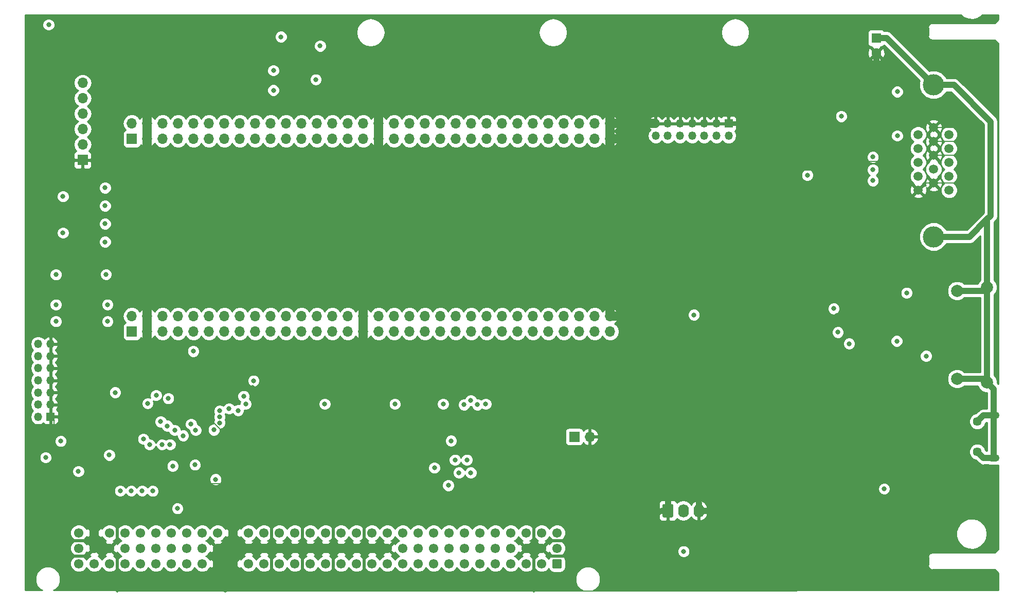
<source format=gbr>
G04 #@! TF.GenerationSoftware,KiCad,Pcbnew,5.0.2+dfsg1-1~bpo9+1*
G04 #@! TF.CreationDate,2022-01-29T10:57:36+01:00*
G04 #@! TF.ProjectId,nubus-to-ztex,6e756275-732d-4746-9f2d-7a7465782e6b,rev?*
G04 #@! TF.SameCoordinates,Original*
G04 #@! TF.FileFunction,Copper,L2,Inr*
G04 #@! TF.FilePolarity,Positive*
%FSLAX46Y46*%
G04 Gerber Fmt 4.6, Leading zero omitted, Abs format (unit mm)*
G04 Created by KiCad (PCBNEW 5.0.2+dfsg1-1~bpo9+1) date Sat Jan 29 10:57:36 2022*
%MOMM*%
%LPD*%
G01*
G04 APERTURE LIST*
G04 #@! TA.AperFunction,ViaPad*
%ADD10R,1.350000X1.350000*%
G04 #@! TD*
G04 #@! TA.AperFunction,ViaPad*
%ADD11O,1.350000X1.350000*%
G04 #@! TD*
G04 #@! TA.AperFunction,ViaPad*
%ADD12C,1.450000*%
G04 #@! TD*
G04 #@! TA.AperFunction,ViaPad*
%ADD13O,1.900000X1.200000*%
G04 #@! TD*
G04 #@! TA.AperFunction,ViaPad*
%ADD14R,1.700000X1.700000*%
G04 #@! TD*
G04 #@! TA.AperFunction,ViaPad*
%ADD15O,1.700000X1.700000*%
G04 #@! TD*
G04 #@! TA.AperFunction,Conductor*
%ADD16C,0.100000*%
G04 #@! TD*
G04 #@! TA.AperFunction,ViaPad*
%ADD17C,1.740000*%
G04 #@! TD*
G04 #@! TA.AperFunction,ViaPad*
%ADD18O,1.740000X2.200000*%
G04 #@! TD*
G04 #@! TA.AperFunction,ViaPad*
%ADD19C,2.000000*%
G04 #@! TD*
G04 #@! TA.AperFunction,ViaPad*
%ADD20C,1.500000*%
G04 #@! TD*
G04 #@! TA.AperFunction,ViaPad*
%ADD21C,3.500000*%
G04 #@! TD*
G04 #@! TA.AperFunction,ViaPad*
%ADD22R,1.600000X1.600000*%
G04 #@! TD*
G04 #@! TA.AperFunction,ViaPad*
%ADD23C,1.600000*%
G04 #@! TD*
G04 #@! TA.AperFunction,ViaPad*
%ADD24C,1.550000*%
G04 #@! TD*
G04 #@! TA.AperFunction,ViaPad*
%ADD25C,0.800000*%
G04 #@! TD*
G04 #@! TA.AperFunction,Conductor*
%ADD26C,0.500000*%
G04 #@! TD*
G04 #@! TA.AperFunction,Conductor*
%ADD27C,1.500000*%
G04 #@! TD*
G04 #@! TA.AperFunction,Conductor*
%ADD28C,0.152400*%
G04 #@! TD*
G04 #@! TA.AperFunction,Conductor*
%ADD29C,1.000000*%
G04 #@! TD*
G04 #@! TA.AperFunction,Conductor*
%ADD30C,0.800000*%
G04 #@! TD*
G04 #@! TA.AperFunction,Conductor*
%ADD31C,0.250000*%
G04 #@! TD*
G04 #@! TA.AperFunction,Conductor*
%ADD32C,0.254000*%
G04 #@! TD*
G04 APERTURE END LIST*
D10*
G04 #@! TO.N,GND*
G04 #@! TO.C,J2*
X116600000Y-75800000D03*
D11*
G04 #@! TO.N,+3V3*
X114600000Y-75800000D03*
G04 #@! TO.N,GND*
X116600000Y-73800000D03*
G04 #@! TO.N,CPLD_JTAG_TMS*
X114600000Y-73800000D03*
G04 #@! TO.N,GND*
X116600000Y-71800000D03*
G04 #@! TO.N,CPLD_JTAG_TCK*
X114600000Y-71800000D03*
G04 #@! TO.N,GND*
X116600000Y-69800000D03*
G04 #@! TO.N,CPLD_JTAG_TDO*
X114600000Y-69800000D03*
G04 #@! TO.N,GND*
X116600000Y-67800000D03*
G04 #@! TO.N,CPLD_JTAG_TDI*
X114600000Y-67800000D03*
G04 #@! TO.N,GND*
X116600000Y-65800000D03*
G04 #@! TO.N,Net-(J2-Pad12)*
X114600000Y-65800000D03*
G04 #@! TO.N,GND*
X116600000Y-63800000D03*
G04 #@! TO.N,Net-(J2-Pad14)*
X114600000Y-63800000D03*
G04 #@! TD*
D12*
G04 #@! TO.N,SHIELD*
G04 #@! TO.C,J6*
X269197500Y-81570000D03*
X269197500Y-76570000D03*
D13*
X271897500Y-82570000D03*
X271897500Y-75570000D03*
G04 #@! TD*
D14*
G04 #@! TO.N,+3V3*
G04 #@! TO.C,J8*
X202830000Y-79080000D03*
D15*
G04 #@! TO.N,GND*
X205370000Y-79080000D03*
G04 #@! TD*
D16*
G04 #@! TO.N,GND*
G04 #@! TO.C,J7*
G36*
X218884505Y-90171204D02*
X218908773Y-90174804D01*
X218932572Y-90180765D01*
X218955671Y-90189030D01*
X218977850Y-90199520D01*
X218998893Y-90212132D01*
X219018599Y-90226747D01*
X219036777Y-90243223D01*
X219053253Y-90261401D01*
X219067868Y-90281107D01*
X219080480Y-90302150D01*
X219090970Y-90324329D01*
X219099235Y-90347428D01*
X219105196Y-90371227D01*
X219108796Y-90395495D01*
X219110000Y-90419999D01*
X219110000Y-92120001D01*
X219108796Y-92144505D01*
X219105196Y-92168773D01*
X219099235Y-92192572D01*
X219090970Y-92215671D01*
X219080480Y-92237850D01*
X219067868Y-92258893D01*
X219053253Y-92278599D01*
X219036777Y-92296777D01*
X219018599Y-92313253D01*
X218998893Y-92327868D01*
X218977850Y-92340480D01*
X218955671Y-92350970D01*
X218932572Y-92359235D01*
X218908773Y-92365196D01*
X218884505Y-92368796D01*
X218860001Y-92370000D01*
X217619999Y-92370000D01*
X217595495Y-92368796D01*
X217571227Y-92365196D01*
X217547428Y-92359235D01*
X217524329Y-92350970D01*
X217502150Y-92340480D01*
X217481107Y-92327868D01*
X217461401Y-92313253D01*
X217443223Y-92296777D01*
X217426747Y-92278599D01*
X217412132Y-92258893D01*
X217399520Y-92237850D01*
X217389030Y-92215671D01*
X217380765Y-92192572D01*
X217374804Y-92168773D01*
X217371204Y-92144505D01*
X217370000Y-92120001D01*
X217370000Y-90419999D01*
X217371204Y-90395495D01*
X217374804Y-90371227D01*
X217380765Y-90347428D01*
X217389030Y-90324329D01*
X217399520Y-90302150D01*
X217412132Y-90281107D01*
X217426747Y-90261401D01*
X217443223Y-90243223D01*
X217461401Y-90226747D01*
X217481107Y-90212132D01*
X217502150Y-90199520D01*
X217524329Y-90189030D01*
X217547428Y-90180765D01*
X217571227Y-90174804D01*
X217595495Y-90171204D01*
X217619999Y-90170000D01*
X218860001Y-90170000D01*
X218884505Y-90171204D01*
X218884505Y-90171204D01*
G37*
D17*
X218240000Y-91270000D03*
D18*
G04 #@! TO.N,+5V*
X220780000Y-91270000D03*
G04 #@! TO.N,GND*
X223320000Y-91270000D03*
G04 #@! TD*
D14*
G04 #@! TO.N,Net-(JCD1-Pad1)*
G04 #@! TO.C,JCD1*
X130000000Y-30000000D03*
D15*
G04 #@! TO.N,Net-(JCD1-Pad2)*
X130000000Y-27460000D03*
G04 #@! TO.N,GND*
X132540000Y-30000000D03*
X132540000Y-27460000D03*
G04 #@! TO.N,/B2B/RX*
X135080000Y-30000000D03*
G04 #@! TO.N,/B2B/TX*
X135080000Y-27460000D03*
G04 #@! TO.N,~ID3_3V3*
X137620000Y-30000000D03*
G04 #@! TO.N,~ID2_3V3*
X137620000Y-27460000D03*
G04 #@! TO.N,~ID0_3V3*
X140160000Y-30000000D03*
G04 #@! TO.N,~ID1_3V3*
X140160000Y-27460000D03*
G04 #@! TO.N,tmoen*
X142700000Y-30000000D03*
G04 #@! TO.N,LED0*
X142700000Y-27460000D03*
G04 #@! TO.N,HDMI_HPD_A*
X145240000Y-30000000D03*
G04 #@! TO.N,LED1*
X145240000Y-27460000D03*
G04 #@! TO.N,HDMI_SDA_A*
X147780000Y-30000000D03*
G04 #@! TO.N,~CLK2X_3V3*
X147780000Y-27460000D03*
G04 #@! TO.N,HDMI_SCL_A*
X150320000Y-30000000D03*
G04 #@! TO.N,~TM2_3V3*
X150320000Y-27460000D03*
G04 #@! TO.N,HDMI_CEC_A*
X152860000Y-30000000D03*
G04 #@! TO.N,FPGA_VGA_HS*
X152860000Y-27460000D03*
G04 #@! TO.N,HDMI_CLK+*
X155400000Y-30000000D03*
G04 #@! TO.N,FPGA_VGA_VS*
X155400000Y-27460000D03*
G04 #@! TO.N,HDMI_CLK-*
X157940000Y-30000000D03*
G04 #@! TO.N,HDMI_D0-*
X157940000Y-27460000D03*
G04 #@! TO.N,HDMI_D1-*
X160480000Y-30000000D03*
G04 #@! TO.N,HDMI_D0+*
X160480000Y-27460000D03*
G04 #@! TO.N,HDMI_D1+*
X163020000Y-30000000D03*
G04 #@! TO.N,HDMI_D2-*
X163020000Y-27460000D03*
G04 #@! TO.N,FPGA_VGA_CLK*
X165560000Y-30000000D03*
G04 #@! TO.N,HDMI_D2+*
X165560000Y-27460000D03*
G04 #@! TO.N,+3V3*
X168100000Y-30000000D03*
X168100000Y-27460000D03*
G04 #@! TO.N,GND*
X170640000Y-30000000D03*
X170640000Y-27460000D03*
G04 #@! TO.N,+3V3*
X173180000Y-30000000D03*
X173180000Y-27460000D03*
G04 #@! TO.N,FPGA_B7*
X175720000Y-30000000D03*
G04 #@! TO.N,FPGA_R0*
X175720000Y-27460000D03*
G04 #@! TO.N,FPGA_B6*
X178260000Y-30000000D03*
G04 #@! TO.N,FPGA_R1*
X178260000Y-27460000D03*
G04 #@! TO.N,FPGA_B5*
X180800000Y-30000000D03*
G04 #@! TO.N,FPGA_R2*
X180800000Y-27460000D03*
G04 #@! TO.N,FPGA_B4*
X183340000Y-30000000D03*
G04 #@! TO.N,FPGA_R3*
X183340000Y-27460000D03*
G04 #@! TO.N,FPGA_B3*
X185880000Y-30000000D03*
G04 #@! TO.N,FPGA_R4*
X185880000Y-27460000D03*
G04 #@! TO.N,FPGA_B2*
X188420000Y-30000000D03*
G04 #@! TO.N,FPGA_R5*
X188420000Y-27460000D03*
G04 #@! TO.N,FPGA_B1*
X190960000Y-30000000D03*
G04 #@! TO.N,FPGA_R6*
X190960000Y-27460000D03*
G04 #@! TO.N,FPGA_B0*
X193500000Y-30000000D03*
G04 #@! TO.N,FPGA_R7*
X193500000Y-27460000D03*
G04 #@! TO.N,FPGA_G7*
X196040000Y-30000000D03*
G04 #@! TO.N,FPGA_G0*
X196040000Y-27460000D03*
G04 #@! TO.N,FPGA_G6*
X198580000Y-30000000D03*
G04 #@! TO.N,FPGA_G1*
X198580000Y-27460000D03*
G04 #@! TO.N,FPGA_G5*
X201120000Y-30000000D03*
G04 #@! TO.N,FPGA_G2*
X201120000Y-27460000D03*
G04 #@! TO.N,FPGA_G4*
X203660000Y-30000000D03*
G04 #@! TO.N,FPGA_G3*
X203660000Y-27460000D03*
G04 #@! TO.N,FPGA_JTAG_TDO*
X206200000Y-30000000D03*
G04 #@! TO.N,FPGA_JTAG_TMS*
X206200000Y-27460000D03*
G04 #@! TO.N,GND*
X208740000Y-30000000D03*
X208740000Y-27460000D03*
G04 #@! TD*
D10*
G04 #@! TO.N,GND*
G04 #@! TO.C,J1*
X228230000Y-27500000D03*
D11*
G04 #@! TO.N,/B2B/JTAG_VIO*
X228230000Y-29500000D03*
G04 #@! TO.N,GND*
X226230000Y-27500000D03*
G04 #@! TO.N,FPGA_JTAG_TMS*
X226230000Y-29500000D03*
G04 #@! TO.N,GND*
X224230000Y-27500000D03*
G04 #@! TO.N,FPGA_JTAG_TCK*
X224230000Y-29500000D03*
G04 #@! TO.N,GND*
X222230000Y-27500000D03*
G04 #@! TO.N,FPGA_JTAG_TDO*
X222230000Y-29500000D03*
G04 #@! TO.N,GND*
X220230000Y-27500000D03*
G04 #@! TO.N,FPGA_JTAG_TDI*
X220230000Y-29500000D03*
G04 #@! TO.N,GND*
X218230000Y-27500000D03*
G04 #@! TO.N,Net-(J1-Pad12)*
X218230000Y-29500000D03*
G04 #@! TO.N,GND*
X216230000Y-27500000D03*
G04 #@! TO.N,Net-(J1-Pad14)*
X216230000Y-29500000D03*
G04 #@! TD*
D19*
G04 #@! TO.N,SHIELD*
G04 #@! TO.C,J5*
X270800000Y-70150000D03*
X270800000Y-54450000D03*
X265850000Y-69550000D03*
X265850000Y-55050000D03*
G04 #@! TD*
D20*
G04 #@! TO.N,Net-(J9-Pad15)*
G04 #@! TO.C,J9*
X264540000Y-38460000D03*
G04 #@! TO.N,/vga/VGA_VS*
X264540000Y-36170000D03*
G04 #@! TO.N,/vga/VGA_HS*
X264540000Y-33876000D03*
G04 #@! TO.N,Net-(J9-Pad12)*
X264540000Y-31590000D03*
G04 #@! TO.N,Net-(J9-Pad11)*
X264540000Y-29300000D03*
G04 #@! TO.N,GND*
X262000000Y-37320000D03*
G04 #@! TO.N,Net-(J9-Pad9)*
X262000000Y-35030000D03*
G04 #@! TO.N,GND*
X262000000Y-32740000D03*
X262000000Y-30450000D03*
X262000000Y-28160000D03*
X259460000Y-38460000D03*
G04 #@! TO.N,Net-(J9-Pad4)*
X259460000Y-36170000D03*
G04 #@! TO.N,/vga/VGA_B*
X259460000Y-33880000D03*
G04 #@! TO.N,/vga/VGA_G*
X259460000Y-31590000D03*
G04 #@! TO.N,/vga/VGA_R*
X259460000Y-29300000D03*
D21*
G04 #@! TO.N,SHIELD*
X262000000Y-21130000D03*
X262000000Y-46130000D03*
G04 #@! TD*
D22*
G04 #@! TO.N,SHIELD*
G04 #@! TO.C,C39*
X252540000Y-13380000D03*
D23*
G04 #@! TO.N,GND*
X252540000Y-15880000D03*
G04 #@! TD*
D16*
G04 #@! TO.N,-12V*
G04 #@! TO.C,J4*
G36*
X200549505Y-99226204D02*
X200573773Y-99229804D01*
X200597572Y-99235765D01*
X200620671Y-99244030D01*
X200642850Y-99254520D01*
X200663893Y-99267132D01*
X200683599Y-99281747D01*
X200701777Y-99298223D01*
X200718253Y-99316401D01*
X200732868Y-99336107D01*
X200745480Y-99357150D01*
X200755970Y-99379329D01*
X200764235Y-99402428D01*
X200770196Y-99426227D01*
X200773796Y-99450495D01*
X200775000Y-99474999D01*
X200775000Y-100525001D01*
X200773796Y-100549505D01*
X200770196Y-100573773D01*
X200764235Y-100597572D01*
X200755970Y-100620671D01*
X200745480Y-100642850D01*
X200732868Y-100663893D01*
X200718253Y-100683599D01*
X200701777Y-100701777D01*
X200683599Y-100718253D01*
X200663893Y-100732868D01*
X200642850Y-100745480D01*
X200620671Y-100755970D01*
X200597572Y-100764235D01*
X200573773Y-100770196D01*
X200549505Y-100773796D01*
X200525001Y-100775000D01*
X199474999Y-100775000D01*
X199450495Y-100773796D01*
X199426227Y-100770196D01*
X199402428Y-100764235D01*
X199379329Y-100755970D01*
X199357150Y-100745480D01*
X199336107Y-100732868D01*
X199316401Y-100718253D01*
X199298223Y-100701777D01*
X199281747Y-100683599D01*
X199267132Y-100663893D01*
X199254520Y-100642850D01*
X199244030Y-100620671D01*
X199235765Y-100597572D01*
X199229804Y-100573773D01*
X199226204Y-100549505D01*
X199225000Y-100525001D01*
X199225000Y-99474999D01*
X199226204Y-99450495D01*
X199229804Y-99426227D01*
X199235765Y-99402428D01*
X199244030Y-99379329D01*
X199254520Y-99357150D01*
X199267132Y-99336107D01*
X199281747Y-99316401D01*
X199298223Y-99298223D01*
X199316401Y-99281747D01*
X199336107Y-99267132D01*
X199357150Y-99254520D01*
X199379329Y-99244030D01*
X199402428Y-99235765D01*
X199426227Y-99229804D01*
X199450495Y-99226204D01*
X199474999Y-99225000D01*
X200525001Y-99225000D01*
X200549505Y-99226204D01*
X200549505Y-99226204D01*
G37*
D24*
X200000000Y-100000000D03*
G04 #@! TO.N,SB0_5V*
X197460000Y-100000000D03*
G04 #@! TO.N,~SPV_5V*
X194920000Y-100000000D03*
G04 #@! TO.N,~SP_5V*
X192380000Y-100000000D03*
G04 #@! TO.N,~TM1_5V*
X189840000Y-100000000D03*
G04 #@! TO.N,~AD1_5V*
X187300000Y-100000000D03*
G04 #@! TO.N,~AD3_5V*
X184760000Y-100000000D03*
G04 #@! TO.N,~AD5_5V*
X182220000Y-100000000D03*
G04 #@! TO.N,~AD7_5V*
X179680000Y-100000000D03*
G04 #@! TO.N,~AD9_5V*
X177140000Y-100000000D03*
G04 #@! TO.N,~AD11_5V*
X174600000Y-100000000D03*
G04 #@! TO.N,~AD13_5V*
X172060000Y-100000000D03*
G04 #@! TO.N,~AD15_5V*
X169520000Y-100000000D03*
G04 #@! TO.N,~AD17_5V*
X166980000Y-100000000D03*
G04 #@! TO.N,~AD19_5V*
X164440000Y-100000000D03*
G04 #@! TO.N,~AD21_5V*
X161900000Y-100000000D03*
G04 #@! TO.N,~AD23_5V*
X159360000Y-100000000D03*
G04 #@! TO.N,~AD25_5V*
X156820000Y-100000000D03*
G04 #@! TO.N,~AD27_5V*
X154280000Y-100000000D03*
G04 #@! TO.N,~AD29_5V*
X151740000Y-100000000D03*
G04 #@! TO.N,~AD31_5V*
X149200000Y-100000000D03*
G04 #@! TO.N,GND*
X146660000Y-100000000D03*
X144120000Y-100000000D03*
G04 #@! TO.N,~ARB1_5V*
X141580000Y-100000000D03*
G04 #@! TO.N,~ARB3_5V*
X139040000Y-100000000D03*
G04 #@! TO.N,~ID1_5V*
X136500000Y-100000000D03*
G04 #@! TO.N,~ID3_5V*
X133960000Y-100000000D03*
G04 #@! TO.N,~ACK_5V*
X131420000Y-100000000D03*
G04 #@! TO.N,+5V*
X128880000Y-100000000D03*
G04 #@! TO.N,~RQST_5V*
X126340000Y-100000000D03*
G04 #@! TO.N,~NMRQ_5V*
X123800000Y-100000000D03*
G04 #@! TO.N,+12V*
X121260000Y-100000000D03*
G04 #@! TO.N,-12V*
X200000000Y-97460000D03*
G04 #@! TO.N,GND*
X197460000Y-97460000D03*
X194920000Y-97460000D03*
G04 #@! TO.N,+5V*
X192380000Y-97460000D03*
X189840000Y-97460000D03*
X187300000Y-97460000D03*
X184760000Y-97460000D03*
G04 #@! TO.N,~TM2_5V*
X182220000Y-97460000D03*
G04 #@! TO.N,~CM0_5V*
X179680000Y-97460000D03*
G04 #@! TO.N,~CM1_5V*
X177140000Y-97460000D03*
G04 #@! TO.N,~CM2_5V*
X174600000Y-97460000D03*
G04 #@! TO.N,GND*
X172060000Y-97460000D03*
X169520000Y-97460000D03*
X166980000Y-97460000D03*
X164440000Y-97460000D03*
X161900000Y-97460000D03*
X159360000Y-97460000D03*
X156820000Y-97460000D03*
X154280000Y-97460000D03*
X151740000Y-97460000D03*
X149200000Y-97460000D03*
X146660000Y-97460000D03*
X144120000Y-97460000D03*
G04 #@! TO.N,~CLK2X_5V*
X141580000Y-97460000D03*
G04 #@! TO.N,STDBYPWR*
X139040000Y-97460000D03*
G04 #@! TO.N,~CLK2XEN_5V*
X136500000Y-97460000D03*
G04 #@! TO.N,~CBUSY_5V*
X133960000Y-97460000D03*
G04 #@! TO.N,+5V*
X131420000Y-97460000D03*
X128880000Y-97460000D03*
G04 #@! TO.N,GND*
X126340000Y-97460000D03*
X123800000Y-97460000D03*
G04 #@! TO.N,+12V*
X121260000Y-97460000D03*
G04 #@! TO.N,~RESET_5V*
X200000000Y-94920000D03*
G04 #@! TO.N,SB1_5V*
X197460000Y-94920000D03*
G04 #@! TO.N,+5V*
X194920000Y-94920000D03*
X192380000Y-94920000D03*
G04 #@! TO.N,~TM0_5V*
X189840000Y-94920000D03*
G04 #@! TO.N,~AD0_5V*
X187300000Y-94920000D03*
G04 #@! TO.N,~AD2_5V*
X184760000Y-94920000D03*
G04 #@! TO.N,~AD4_5V*
X182220000Y-94920000D03*
G04 #@! TO.N,~AD6_5V*
X179680000Y-94920000D03*
G04 #@! TO.N,~AD8_5V*
X177140000Y-94920000D03*
G04 #@! TO.N,~AD10_5V*
X174600000Y-94920000D03*
G04 #@! TO.N,~AD12_5V*
X172060000Y-94920000D03*
G04 #@! TO.N,~AD14_5V*
X169520000Y-94920000D03*
G04 #@! TO.N,~AD16_5V*
X166980000Y-94920000D03*
G04 #@! TO.N,~AD18_5V*
X164440000Y-94920000D03*
G04 #@! TO.N,~AD20_5V*
X161900000Y-94920000D03*
G04 #@! TO.N,~AD22_5V*
X159360000Y-94920000D03*
G04 #@! TO.N,~AD24_5V*
X156820000Y-94920000D03*
G04 #@! TO.N,~AD26_5V*
X154280000Y-94920000D03*
G04 #@! TO.N,~AD28_5V*
X151740000Y-94920000D03*
G04 #@! TO.N,~AD30_5V*
X149200000Y-94920000D03*
G04 #@! TO.N,GND*
X146660000Y-94920000D03*
G04 #@! TO.N,~PFW_5V*
X144120000Y-94920000D03*
G04 #@! TO.N,~ARB0_5V*
X141580000Y-94920000D03*
G04 #@! TO.N,~ARB2_5V*
X139040000Y-94920000D03*
G04 #@! TO.N,~ID0_5V*
X136500000Y-94920000D03*
G04 #@! TO.N,~ID2_5V*
X133960000Y-94920000D03*
G04 #@! TO.N,~START_5V*
X131420000Y-94920000D03*
G04 #@! TO.N,+5V*
X128880000Y-94920000D03*
X126340000Y-94920000D03*
G04 #@! TO.N,GND*
X123800000Y-94920000D03*
G04 #@! TO.N,~CLK_5V*
X121260000Y-94920000D03*
G04 #@! TD*
D15*
G04 #@! TO.N,Net-(J3-Pad6)*
G04 #@! TO.C,J3*
X121900000Y-20800000D03*
G04 #@! TO.N,/B2B/TX*
X121900000Y-23340000D03*
G04 #@! TO.N,/B2B/RX*
X121900000Y-25880000D03*
G04 #@! TO.N,Net-(J3-Pad3)*
X121900000Y-28420000D03*
G04 #@! TO.N,Net-(J3-Pad2)*
X121900000Y-30960000D03*
D14*
G04 #@! TO.N,GND*
X121900000Y-33500000D03*
G04 #@! TD*
D15*
G04 #@! TO.N,GND*
G04 #@! TO.C,JAB1*
X208740000Y-59210000D03*
G04 #@! TO.N,/B2B/JTAG_VIO*
X208740000Y-61750000D03*
G04 #@! TO.N,FPGA_JTAG_TCK*
X206200000Y-59210000D03*
G04 #@! TO.N,FPGA_JTAG_TDI*
X206200000Y-61750000D03*
G04 #@! TO.N,USBH0_D-*
X203660000Y-59210000D03*
G04 #@! TO.N,USBH0_D+*
X203660000Y-61750000D03*
G04 #@! TO.N,~AD0_3V3*
X201120000Y-59210000D03*
G04 #@! TO.N,~AD1_3V3*
X201120000Y-61750000D03*
G04 #@! TO.N,~AD2_3V3*
X198580000Y-59210000D03*
G04 #@! TO.N,~AD3_3V3*
X198580000Y-61750000D03*
G04 #@! TO.N,~AD4_3V3*
X196040000Y-59210000D03*
G04 #@! TO.N,~AD5_3V3*
X196040000Y-61750000D03*
G04 #@! TO.N,~AD6_3V3*
X193500000Y-59210000D03*
G04 #@! TO.N,~AD7_3V3*
X193500000Y-61750000D03*
G04 #@! TO.N,~AD8_3V3*
X190960000Y-59210000D03*
G04 #@! TO.N,~AD9_3V3*
X190960000Y-61750000D03*
G04 #@! TO.N,~AD10_3V3*
X188420000Y-59210000D03*
G04 #@! TO.N,~AD11_3V3*
X188420000Y-61750000D03*
G04 #@! TO.N,~AD12_3V3*
X185880000Y-59210000D03*
G04 #@! TO.N,~AD13_3V3*
X185880000Y-61750000D03*
G04 #@! TO.N,~AD14_3V3*
X183340000Y-59210000D03*
G04 #@! TO.N,~AD15_3V3*
X183340000Y-61750000D03*
G04 #@! TO.N,~AD16_3V3*
X180800000Y-59210000D03*
G04 #@! TO.N,~AD17_3V3*
X180800000Y-61750000D03*
G04 #@! TO.N,~AD18_3V3*
X178260000Y-59210000D03*
G04 #@! TO.N,~AD19_3V3*
X178260000Y-61750000D03*
G04 #@! TO.N,~AD20_3V3*
X175720000Y-59210000D03*
G04 #@! TO.N,~AD21_3V3*
X175720000Y-61750000D03*
G04 #@! TO.N,~AD22_3V3*
X173180000Y-59210000D03*
G04 #@! TO.N,~AD23_3V3*
X173180000Y-61750000D03*
G04 #@! TO.N,+3V3*
X170640000Y-59210000D03*
X170640000Y-61750000D03*
G04 #@! TO.N,GND*
X168100000Y-59210000D03*
X168100000Y-61750000D03*
G04 #@! TO.N,+3V3*
X165560000Y-59210000D03*
X165560000Y-61750000D03*
G04 #@! TO.N,~AD24_3V3*
X163020000Y-59210000D03*
G04 #@! TO.N,NUBUS_OE*
X163020000Y-61750000D03*
G04 #@! TO.N,~AD26_3V3*
X160480000Y-59210000D03*
G04 #@! TO.N,~AD25_3V3*
X160480000Y-61750000D03*
G04 #@! TO.N,~AD28_3V3*
X157940000Y-59210000D03*
G04 #@! TO.N,~AD27_3V3*
X157940000Y-61750000D03*
G04 #@! TO.N,~AD30_3V3*
X155400000Y-59210000D03*
G04 #@! TO.N,~AD29_3V3*
X155400000Y-61750000D03*
G04 #@! TO.N,~CLK_3V3*
X152860000Y-59210000D03*
G04 #@! TO.N,~AD31_3V3*
X152860000Y-61750000D03*
G04 #@! TO.N,NUBUS_AD_DIR*
X150320000Y-59210000D03*
G04 #@! TO.N,~RESET_3V3*
X150320000Y-61750000D03*
G04 #@! TO.N,fpga_to_cpld_signal_2*
X147780000Y-59210000D03*
G04 #@! TO.N,NUBUS_MASTER_DIR*
X147780000Y-61750000D03*
G04 #@! TO.N,fpga_to_cpld_clk*
X145240000Y-59210000D03*
G04 #@! TO.N,fpga_to_cpld_signal*
X145240000Y-61750000D03*
G04 #@! TO.N,ARB*
X142700000Y-59210000D03*
G04 #@! TO.N,GRANT*
X142700000Y-61750000D03*
G04 #@! TO.N,~ACK_3V3*
X140160000Y-59210000D03*
G04 #@! TO.N,~START_3V3*
X140160000Y-61750000D03*
G04 #@! TO.N,~TM1_3V3*
X137620000Y-59210000D03*
G04 #@! TO.N,~TM0_3V3*
X137620000Y-61750000D03*
G04 #@! TO.N,~NMRQ_3V3*
X135080000Y-59210000D03*
G04 #@! TO.N,~RQST_3V3*
X135080000Y-61750000D03*
G04 #@! TO.N,GND*
X132540000Y-59210000D03*
X132540000Y-61750000D03*
G04 #@! TO.N,+5V*
X130000000Y-59210000D03*
D14*
X130000000Y-61750000D03*
G04 #@! TD*
D25*
G04 #@! TO.N,GND*
X137500000Y-89312500D03*
X256220000Y-61875000D03*
X128980000Y-79260000D03*
X246250000Y-22250000D03*
X252900000Y-82730000D03*
X256000000Y-31500000D03*
X251500000Y-23100000D03*
X252380000Y-61875000D03*
X256000000Y-33300000D03*
X262640000Y-79355000D03*
X149900000Y-71000000D03*
X117200000Y-84780000D03*
X189500000Y-71000000D03*
X243770000Y-35180000D03*
X125750000Y-73500000D03*
X115200000Y-87480000D03*
X145400000Y-88100000D03*
X255250000Y-27250000D03*
X242870000Y-30170000D03*
X248840000Y-40287500D03*
X139300000Y-87450000D03*
X155357500Y-79750000D03*
X148200000Y-86800000D03*
X141650000Y-14352500D03*
X256010000Y-87920000D03*
X127100000Y-70212500D03*
X179857500Y-79750000D03*
X115200000Y-90730000D03*
X263200000Y-67357500D03*
X145300000Y-90050000D03*
X224140000Y-96000000D03*
X248670000Y-34670001D03*
X146500000Y-80800000D03*
X194857500Y-79750000D03*
X168357500Y-79750000D03*
X163000000Y-71000000D03*
X137200000Y-72100000D03*
X267730000Y-79355000D03*
X267720000Y-77180000D03*
X233600000Y-36600000D03*
X267000000Y-65550000D03*
X140550000Y-75950000D03*
X174500000Y-71000000D03*
X135152523Y-83900000D03*
X247020000Y-29510000D03*
X267000000Y-58050000D03*
X255500000Y-58625000D03*
X255040000Y-53812500D03*
X248890000Y-16170000D03*
X115200000Y-89430000D03*
X186450000Y-79750000D03*
X183600000Y-71000000D03*
X116300000Y-16437500D03*
X246062500Y-59100000D03*
X267000000Y-61050000D03*
G04 #@! TO.N,+3V3*
X256000000Y-22250000D03*
X140112500Y-65000000D03*
X143500000Y-77950000D03*
X127250000Y-71787500D03*
X252000000Y-33000000D03*
X117503601Y-60080000D03*
X117503601Y-52370000D03*
X256000000Y-29500000D03*
X248080000Y-63750000D03*
X117503601Y-57330000D03*
X161750000Y-73687500D03*
X222537500Y-59000000D03*
X148750000Y-73687500D03*
X257550000Y-55387500D03*
X173300000Y-73700000D03*
X160287500Y-20250000D03*
X241210000Y-35980000D03*
X246800000Y-26300000D03*
X118665134Y-45500000D03*
X118665134Y-39500000D03*
X137500000Y-90887500D03*
X245550000Y-57975000D03*
X136727523Y-83900000D03*
X188250000Y-73687500D03*
X161000000Y-14700000D03*
X121200000Y-84780000D03*
X181250000Y-73687500D03*
X116300000Y-11212500D03*
X182100000Y-87100000D03*
X118300000Y-79800000D03*
X115812500Y-82500000D03*
X126287500Y-82100000D03*
X143787500Y-86100000D03*
X140387500Y-83700000D03*
G04 #@! TO.N,+5V*
X253850000Y-87660000D03*
X246230000Y-61872500D03*
X131697842Y-88000000D03*
X129897842Y-88000000D03*
X128097842Y-88000000D03*
X133421568Y-88014972D03*
X220840000Y-97970000D03*
G04 #@! TO.N,~RESET_5V*
X146000000Y-74450000D03*
G04 #@! TO.N,~TM1_5V*
X140500000Y-78000000D03*
X183850000Y-85000000D03*
G04 #@! TO.N,~TM2_5V*
X186900000Y-73800000D03*
X134960000Y-80370000D03*
X179800000Y-84200000D03*
G04 #@! TO.N,~TM0_5V*
X139750000Y-77000000D03*
X185800000Y-85000000D03*
G04 #@! TO.N,~ID3_3V3*
X125600000Y-38077042D03*
G04 #@! TO.N,~ID2_3V3*
X125600000Y-41043708D03*
G04 #@! TO.N,~ID1_3V3*
X125600000Y-44010374D03*
G04 #@! TO.N,~ID0_3V3*
X125600000Y-46977042D03*
G04 #@! TO.N,~CLK2X_5V*
X132920000Y-80370000D03*
G04 #@! TO.N,~START_3V3*
X132600000Y-73600000D03*
G04 #@! TO.N,~ACK_3V3*
X125750000Y-52344020D03*
X134000000Y-72250000D03*
G04 #@! TO.N,~RESET_3V3*
X154562500Y-13200000D03*
G04 #@! TO.N,~TM0_3V3*
X126000000Y-57330000D03*
G04 #@! TO.N,~TM1_3V3*
X126000000Y-60080000D03*
G04 #@! TO.N,FPGA_VGA_HS*
X252000000Y-35100000D03*
G04 #@! TO.N,FPGA_VGA_VS*
X252000000Y-36900000D03*
G04 #@! TO.N,HDMI_5V*
X255920000Y-63320000D03*
X260760000Y-65782500D03*
G04 #@! TO.N,ARB*
X153300000Y-18750000D03*
G04 #@! TO.N,NUBUS_AD_DIR*
X147500000Y-74750000D03*
G04 #@! TO.N,CPLD_JTAG_TDI*
X134750000Y-76600000D03*
G04 #@! TO.N,CPLD_JTAG_TDO*
X135850000Y-77300000D03*
G04 #@! TO.N,CPLD_JTAG_TMS*
X138450000Y-78900000D03*
G04 #@! TO.N,CPLD_JTAG_TCK*
X137050000Y-78000000D03*
G04 #@! TO.N,fpga_to_cpld_clk*
X131900000Y-79450000D03*
G04 #@! TO.N,GRANT*
X153300000Y-22000000D03*
G04 #@! TO.N,fpga_to_cpld_signal*
X136000000Y-72770000D03*
G04 #@! TO.N,TMx_oe_n*
X144450000Y-74800000D03*
X182550000Y-79750000D03*
G04 #@! TO.N,TM1_n_o*
X183200000Y-82900000D03*
X144450000Y-76800000D03*
G04 #@! TO.N,TM0_n_o*
X144450000Y-75800000D03*
X185150000Y-82900000D03*
G04 #@! TO.N,TM2_o_n*
X150050000Y-69860000D03*
X185800000Y-73100000D03*
G04 #@! TO.N,TM2_oe_n*
X136280000Y-80360000D03*
X184700000Y-73800000D03*
X148400000Y-72400000D03*
G04 #@! TD*
D26*
G04 #@! TO.N,GND*
X153000000Y-102000000D02*
X153000000Y-92000000D01*
D27*
X146660000Y-97460000D02*
X146660000Y-94920000D01*
D28*
X237972500Y-37170000D02*
X238372499Y-36770001D01*
X117200000Y-76400000D02*
X116600000Y-75800000D01*
X226230000Y-27500000D02*
X228230000Y-27500000D01*
X188000000Y-71000000D02*
X202250000Y-71000000D01*
D27*
X154280000Y-97460000D02*
X156820000Y-97460000D01*
D28*
X125750000Y-71562500D02*
X127100000Y-70212500D01*
X267280000Y-30450000D02*
X267290000Y-30460000D01*
D29*
X223320000Y-91270000D02*
X223320000Y-90017600D01*
D27*
X208740000Y-59210000D02*
X208740000Y-58007919D01*
D28*
X248104315Y-34670001D02*
X248670000Y-34670001D01*
D26*
X222362400Y-89060000D02*
X218800000Y-89060000D01*
D28*
X256010000Y-87920000D02*
X239420000Y-104510000D01*
X248850000Y-22250000D02*
X248950000Y-22250000D01*
X116600000Y-67800000D02*
X116600000Y-65800000D01*
X115200000Y-88864315D02*
X115200000Y-87480000D01*
D27*
X164440000Y-97460000D02*
X166980000Y-97460000D01*
D28*
X203510000Y-75210000D02*
X205370000Y-77070000D01*
X243770000Y-35217500D02*
X243770000Y-35180000D01*
D27*
X123800000Y-97460000D02*
X123800000Y-94920000D01*
D28*
X132540000Y-23462500D02*
X132540000Y-23660000D01*
D26*
X144120000Y-103230000D02*
X145390000Y-104500000D01*
D27*
X124896015Y-97460000D02*
X126340000Y-97460000D01*
D28*
X216230000Y-27500000D02*
X218230000Y-27500000D01*
X267290000Y-30460000D02*
X267290000Y-28200000D01*
X262000000Y-32740000D02*
X267290000Y-32740000D01*
X137200000Y-72100000D02*
X140550000Y-75450000D01*
D29*
X252540000Y-15880000D02*
X252540000Y-19430000D01*
D27*
X144120000Y-100000000D02*
X144120000Y-97460000D01*
D28*
X196170000Y-97490000D02*
X196200000Y-97460000D01*
X198190000Y-75210000D02*
X203510000Y-75210000D01*
X155357500Y-79750000D02*
X147550000Y-79750000D01*
X129000000Y-79280000D02*
X129000000Y-78950000D01*
X196170000Y-104500000D02*
X145390000Y-104500000D01*
X198500000Y-104500000D02*
X196170000Y-104500000D01*
X257400000Y-30100000D02*
X257400000Y-27250000D01*
X202250000Y-71000000D02*
X207500000Y-71000000D01*
D27*
X208740000Y-27460000D02*
X216190000Y-27460000D01*
D28*
X147550000Y-79750000D02*
X146500000Y-80800000D01*
X247020000Y-29510000D02*
X247020000Y-27580000D01*
X149900000Y-71000000D02*
X163000000Y-71000000D01*
D26*
X146660000Y-103230000D02*
X145390000Y-104500000D01*
D28*
X267290000Y-28200000D02*
X267250000Y-28160000D01*
D26*
X198730000Y-96190000D02*
X212350000Y-96190000D01*
D28*
X208740000Y-57660000D02*
X227133601Y-39266399D01*
X243770000Y-31070000D02*
X242870000Y-30170000D01*
X125750000Y-73500000D02*
X125750000Y-71562500D01*
X148200000Y-86800000D02*
X139950000Y-86800000D01*
X239420000Y-104510000D02*
X239100000Y-104510000D01*
D30*
X168100000Y-56480000D02*
X168820000Y-55760000D01*
D27*
X146660000Y-100000000D02*
X144120000Y-100000000D01*
D28*
X260600000Y-37320000D02*
X262000000Y-37320000D01*
X224230000Y-27500000D02*
X226230000Y-27500000D01*
D27*
X132540000Y-30000000D02*
X132540000Y-33600000D01*
D26*
X217270000Y-91270000D02*
X212660000Y-95880000D01*
D28*
X239100000Y-104510000D02*
X198510000Y-104510000D01*
X256000000Y-31500000D02*
X257400000Y-30100000D01*
D29*
X218240000Y-89620000D02*
X218240000Y-91270000D01*
D28*
X248850000Y-22250000D02*
X250650000Y-22250000D01*
X244280000Y-34670000D02*
X248104315Y-34670001D01*
X170640000Y-31202081D02*
X170688000Y-31250081D01*
X267290000Y-32740000D02*
X267290000Y-30460000D01*
X262000000Y-37320000D02*
X267260000Y-37320000D01*
D26*
X218800000Y-89060000D02*
X218240000Y-89620000D01*
D28*
X256000000Y-32734315D02*
X256000000Y-31500000D01*
D27*
X132540000Y-33600000D02*
X132540000Y-59210000D01*
D28*
X131600000Y-65900000D02*
X132540000Y-64960000D01*
X256220000Y-61875000D02*
X256220000Y-59345000D01*
X249610001Y-33730000D02*
X255570000Y-33730000D01*
D27*
X159360000Y-97460000D02*
X161900000Y-97460000D01*
D28*
X218230000Y-27500000D02*
X220230000Y-27500000D01*
X248670000Y-34670001D02*
X249610001Y-33730000D01*
X116600000Y-65800000D02*
X116600000Y-63800000D01*
X255040000Y-58165000D02*
X255500000Y-58625000D01*
D31*
X117600000Y-71800000D02*
X116600000Y-71800000D01*
D28*
X246360000Y-30170000D02*
X247020000Y-29510000D01*
X115200000Y-89430000D02*
X115200000Y-89430000D01*
X256010000Y-87920000D02*
X256010000Y-85840000D01*
X233600000Y-37170000D02*
X227143601Y-37170000D01*
X116600000Y-69800000D02*
X116600000Y-68845406D01*
X139300000Y-87450000D02*
X137500000Y-89250000D01*
X131400000Y-65900000D02*
X131600000Y-65900000D01*
X116600000Y-68845406D02*
X116600000Y-67800000D01*
X146660000Y-93260000D02*
X146660000Y-91410000D01*
D27*
X132540000Y-61750000D02*
X132540000Y-64960000D01*
D28*
X137500000Y-89312500D02*
X137500000Y-86247477D01*
X141650000Y-14352500D02*
X132540000Y-23462500D01*
D26*
X196170000Y-98750000D02*
X196170000Y-104500000D01*
D28*
X252990000Y-29510000D02*
X255250000Y-27250000D01*
X261090000Y-27250000D02*
X262000000Y-28160000D01*
X248840000Y-40287500D02*
X243770000Y-35217500D01*
X116600000Y-73800000D02*
X116600000Y-71800000D01*
X155357500Y-79750000D02*
X155923185Y-79750000D01*
X267730000Y-77190000D02*
X267720000Y-77180000D01*
X137200000Y-72100000D02*
X137200000Y-71290000D01*
X216190000Y-27460000D02*
X216230000Y-27500000D01*
X116600000Y-74972600D02*
X116600000Y-73800000D01*
X220230000Y-27500000D02*
X221184594Y-27500000D01*
D26*
X118534670Y-98720000D02*
X122500000Y-98720000D01*
D28*
X267290000Y-32740000D02*
X267290000Y-37290000D01*
X246250000Y-22250000D02*
X248850000Y-22250000D01*
D27*
X151740000Y-97460000D02*
X154280000Y-97460000D01*
D28*
X264670000Y-65550000D02*
X267000000Y-65550000D01*
X251500000Y-23100000D02*
X251899999Y-22700001D01*
X262640000Y-79355000D02*
X256275000Y-79355000D01*
X267000000Y-65550000D02*
X267000000Y-58050000D01*
D26*
X196170000Y-98750000D02*
X196170000Y-97490000D01*
D28*
X247020000Y-29510000D02*
X252990000Y-29510000D01*
D29*
X248890000Y-16170000D02*
X248890000Y-22190000D01*
D27*
X168100000Y-59210000D02*
X168100000Y-56480000D01*
D28*
X127100000Y-70212500D02*
X131400000Y-65912500D01*
D27*
X161900000Y-97460000D02*
X164440000Y-97460000D01*
D26*
X205370000Y-77070000D02*
X205370000Y-79080000D01*
D27*
X144120000Y-97460000D02*
X146660000Y-97460000D01*
D28*
X132440000Y-33500000D02*
X132540000Y-33600000D01*
X262000000Y-30450000D02*
X267280000Y-30450000D01*
X242870000Y-30170000D02*
X246360000Y-30170000D01*
D27*
X132540000Y-27460000D02*
X132540000Y-23660000D01*
X170640000Y-27460000D02*
X170640000Y-21260000D01*
D28*
X163565685Y-71000000D02*
X168100000Y-71000000D01*
X145390000Y-104500000D02*
X144000000Y-104500000D01*
X267260000Y-37320000D02*
X267290000Y-37290000D01*
X251899999Y-20070001D02*
X252540000Y-19430000D01*
X239350000Y-35180000D02*
X243770000Y-35180000D01*
X223184594Y-27500000D02*
X224230000Y-27500000D01*
D30*
X168820000Y-42180000D02*
X170640000Y-40360000D01*
D28*
X128390000Y-65900000D02*
X127500000Y-65900000D01*
X116600000Y-71800000D02*
X116600000Y-69800000D01*
D29*
X123800000Y-97460000D02*
X124896015Y-97460000D01*
D28*
X116600000Y-75800000D02*
X116600000Y-74972600D01*
X248890000Y-22190000D02*
X248950000Y-22250000D01*
X168357500Y-74270000D02*
X168357500Y-79750000D01*
X267250000Y-28160000D02*
X262000000Y-28160000D01*
X221184594Y-27500000D02*
X222230000Y-27500000D01*
X145300000Y-88200000D02*
X145400000Y-88100000D01*
D29*
X218240000Y-91270000D02*
X217270000Y-91270000D01*
D28*
X257400000Y-27250000D02*
X261090000Y-27250000D01*
X176500000Y-71000000D02*
X168100000Y-71000000D01*
X155923185Y-79750000D02*
X168357500Y-79750000D01*
X244280000Y-34670000D02*
X243770000Y-35180000D01*
X256220000Y-59345000D02*
X255500000Y-58625000D01*
D27*
X168100000Y-59210000D02*
X168100000Y-61750000D01*
D28*
X146500000Y-80800000D02*
X146500000Y-80019670D01*
D27*
X146660000Y-100000000D02*
X146660000Y-97460000D01*
X169520000Y-97460000D02*
X172060000Y-97460000D01*
D28*
X256275000Y-79355000D02*
X252900000Y-82730000D01*
D27*
X170640000Y-27460000D02*
X170640000Y-30000000D01*
X197460000Y-97460000D02*
X196200000Y-97460000D01*
X196200000Y-97460000D02*
X194920000Y-97460000D01*
D28*
X115200000Y-87480000D02*
X115200000Y-86780000D01*
D27*
X168100000Y-61750000D02*
X168100000Y-71000000D01*
D28*
X227133601Y-39266399D02*
X227133601Y-37180000D01*
X228692400Y-82730000D02*
X222362400Y-89060000D01*
D27*
X146660000Y-100000000D02*
X146660000Y-103230000D01*
X132540000Y-27460000D02*
X132540000Y-30000000D01*
D30*
X168820000Y-55760000D02*
X168820000Y-42180000D01*
D28*
X259460000Y-38460000D02*
X260600000Y-37320000D01*
D27*
X146660000Y-97460000D02*
X149200000Y-97460000D01*
D28*
X255040000Y-53812500D02*
X255040000Y-46487500D01*
X146660000Y-91410000D02*
X145300000Y-90050000D01*
X237972500Y-37170000D02*
X233600000Y-37170000D01*
X128390000Y-65900000D02*
X131400000Y-65900000D01*
D27*
X170640000Y-40360000D02*
X170640000Y-30000000D01*
D28*
X198190000Y-75210000D02*
X202400000Y-71000000D01*
X188000000Y-71000000D02*
X183600000Y-71000000D01*
X144000000Y-104500000D02*
X127600000Y-104500000D01*
D26*
X127600000Y-98720000D02*
X127600000Y-104500000D01*
D28*
X247020000Y-27580000D02*
X251500000Y-23100000D01*
X255250000Y-27250000D02*
X257400000Y-27250000D01*
X168100000Y-74012500D02*
X168357500Y-74270000D01*
D26*
X197460000Y-97460000D02*
X198730000Y-96190000D01*
D28*
X121900000Y-33500000D02*
X132440000Y-33500000D01*
X146900000Y-88100000D02*
X148200000Y-86800000D01*
X137500000Y-86247477D02*
X135152523Y-83900000D01*
X208740000Y-58007919D02*
X208740000Y-57660000D01*
X145300000Y-90050000D02*
X145300000Y-88200000D01*
X233600000Y-36600000D02*
X233600000Y-37165685D01*
D27*
X144120000Y-100000000D02*
X144120000Y-103230000D01*
D28*
X238372499Y-36770001D02*
X238372499Y-36157501D01*
X256000000Y-33300000D02*
X256000000Y-32734315D01*
X262520000Y-71980000D02*
X262520000Y-67700000D01*
X115200000Y-86780000D02*
X117200000Y-84780000D01*
X255570000Y-33730000D02*
X256000000Y-33300000D01*
X223320000Y-91040000D02*
X223320000Y-91270000D01*
D30*
X168100000Y-71000000D02*
X168100000Y-74012500D01*
D28*
X116500000Y-75900000D02*
X116600000Y-75800000D01*
X131400000Y-65912500D02*
X131400000Y-65900000D01*
X262520000Y-67700000D02*
X264670000Y-65550000D01*
X222230000Y-27500000D02*
X223184594Y-27500000D01*
X227402600Y-27500000D02*
X228230000Y-27500000D01*
X255040000Y-53812500D02*
X255040000Y-58165000D01*
X250650000Y-22250000D02*
X251500000Y-23100000D01*
X251899999Y-22700001D02*
X251899999Y-20070001D01*
D26*
X223320000Y-90017600D02*
X222362400Y-89060000D01*
D28*
X227143601Y-37170000D02*
X227133601Y-37180000D01*
X137500000Y-89250000D02*
X137500000Y-89312500D01*
D26*
X126340000Y-97460000D02*
X127600000Y-98720000D01*
D28*
X197897500Y-75210000D02*
X198190000Y-75210000D01*
X145400000Y-88100000D02*
X146900000Y-88100000D01*
X252900000Y-82730000D02*
X228692400Y-82730000D01*
X202250000Y-71000000D02*
X202400000Y-71000000D01*
X262640000Y-79355000D02*
X267730000Y-79355000D01*
X127500000Y-65900000D02*
X123500000Y-65900000D01*
D27*
X123800000Y-94920000D02*
X123800000Y-92000000D01*
D28*
X255040000Y-46487500D02*
X248840000Y-40287500D01*
D27*
X146660000Y-94920000D02*
X146660000Y-92000000D01*
D28*
X123500000Y-65900000D02*
X120600000Y-68800000D01*
X256010000Y-85840000D02*
X252900000Y-82730000D01*
D30*
X168820000Y-55760000D02*
X168820000Y-55760000D01*
D28*
X233600000Y-37165685D02*
X233600000Y-37170000D01*
X267720000Y-77180000D02*
X262520000Y-71980000D01*
X120600000Y-68800000D02*
X117600000Y-71800000D01*
X163000000Y-71000000D02*
X163565685Y-71000000D01*
X238372499Y-36157501D02*
X239350000Y-35180000D01*
X140550000Y-75450000D02*
X140550000Y-75950000D01*
D26*
X196200000Y-97460000D02*
X196200000Y-82592500D01*
D27*
X208740000Y-59210000D02*
X210000000Y-59210000D01*
D28*
X243770000Y-35180000D02*
X243770000Y-31070000D01*
X115200000Y-90730000D02*
X115200000Y-89430000D01*
D26*
X212350000Y-96190000D02*
X212660000Y-95880000D01*
D28*
X170640000Y-30000000D02*
X170640000Y-31202081D01*
X127499999Y-65900001D02*
X127500000Y-65900000D01*
X117200000Y-84780000D02*
X117200000Y-76400000D01*
X139950000Y-86800000D02*
X139300000Y-87450000D01*
X117250000Y-76450000D02*
X116600000Y-75800000D01*
X267730000Y-79355000D02*
X267730000Y-77190000D01*
D27*
X132540000Y-61750000D02*
X132540000Y-59210000D01*
D28*
X198510000Y-104510000D02*
X198500000Y-104500000D01*
X210000000Y-59210000D02*
X211060000Y-59210000D01*
X211060000Y-59210000D02*
X212100000Y-60250000D01*
X212100000Y-66400000D02*
X207500000Y-71000000D01*
X212100000Y-60250000D02*
X212100000Y-66400000D01*
X142700000Y-75950000D02*
X146500000Y-79750000D01*
X146500000Y-79750000D02*
X146500000Y-80800000D01*
X140550000Y-75950000D02*
X142700000Y-75950000D01*
D26*
X158100000Y-102000000D02*
X158100000Y-92000000D01*
D27*
X156820000Y-97460000D02*
X158100000Y-97460000D01*
X158100000Y-97460000D02*
X159360000Y-97460000D01*
D26*
X168250000Y-102000000D02*
X168250000Y-92000000D01*
D27*
X166980000Y-97460000D02*
X168300000Y-97460000D01*
X168300000Y-97460000D02*
X169520000Y-97460000D01*
D28*
X146500000Y-85100000D02*
X148200000Y-86800000D01*
X146500000Y-80800000D02*
X146500000Y-85100000D01*
D26*
X205370000Y-79080000D02*
X205370000Y-81000000D01*
D29*
X223320000Y-91270000D02*
X225870000Y-91270000D01*
D27*
X208740000Y-30000000D02*
X208740000Y-27460000D01*
X208740000Y-27460000D02*
X208740000Y-25460000D01*
X208740000Y-30000000D02*
X208740000Y-32000000D01*
X208740000Y-30000000D02*
X210740000Y-30000000D01*
D28*
X240200000Y-27500000D02*
X242870000Y-30170000D01*
D30*
X228230000Y-27500000D02*
X240200000Y-27500000D01*
D28*
X115200000Y-90730000D02*
X115200000Y-95425330D01*
X115200000Y-89430000D02*
X115200000Y-88864315D01*
X196200000Y-81092500D02*
X194857500Y-79750000D01*
X196200000Y-82592500D02*
X196200000Y-81092500D01*
X195257499Y-77850001D02*
X197897500Y-75210000D01*
X195257499Y-79350001D02*
X195257499Y-77850001D01*
X194857500Y-79750000D02*
X195257499Y-79350001D01*
X179857500Y-79750000D02*
X168357500Y-79750000D01*
X194857500Y-79750000D02*
X186450000Y-79750000D01*
X182500000Y-71000000D02*
X176500000Y-71000000D01*
X183600000Y-71000000D02*
X182500000Y-71000000D01*
X125317500Y-16437500D02*
X132540000Y-23660000D01*
X116300000Y-16437500D02*
X125317500Y-16437500D01*
D27*
X149200000Y-97460000D02*
X151740000Y-97460000D01*
D26*
X163150000Y-102000000D02*
X163150000Y-92000000D01*
X197460000Y-97460000D02*
X198730000Y-98730000D01*
X198730000Y-98730000D02*
X203290000Y-98730000D01*
D28*
X158100000Y-97460000D02*
X158100000Y-92000000D01*
D26*
X123800000Y-97460000D02*
X122530000Y-96190000D01*
X122530000Y-96190000D02*
X119480000Y-96190000D01*
X126340000Y-97460000D02*
X127600000Y-96200000D01*
X127600000Y-96200000D02*
X127600000Y-92620000D01*
D28*
X119480000Y-96190000D02*
X115964670Y-96190000D01*
X115964670Y-96190000D02*
X118534670Y-98760000D01*
X115200000Y-95425330D02*
X115964670Y-96190000D01*
D26*
X122540000Y-98720000D02*
X122500000Y-98720000D01*
X123800000Y-97460000D02*
X122540000Y-98720000D01*
D28*
X133620000Y-83900000D02*
X128980000Y-79260000D01*
X135152523Y-83900000D02*
X133620000Y-83900000D01*
G04 #@! TO.N,SHIELD*
X267690000Y-46360000D02*
X267920000Y-46130000D01*
D29*
X267920000Y-46130000D02*
X267370000Y-46130000D01*
X267370000Y-46130000D02*
X262840000Y-46130000D01*
D28*
X267690000Y-46450000D02*
X267370000Y-46130000D01*
D29*
X262840000Y-21130000D02*
X265315000Y-21130000D01*
X265315000Y-21130000D02*
X271380000Y-27195100D01*
X271380000Y-27195100D02*
X271380000Y-42670000D01*
X270200000Y-55050000D02*
X270800000Y-54450000D01*
X265850000Y-55050000D02*
X270200000Y-55050000D01*
X270800000Y-54450000D02*
X270800000Y-70150000D01*
X270200000Y-69550000D02*
X270800000Y-70150000D01*
X265850000Y-69550000D02*
X270200000Y-69550000D01*
X270197500Y-82570000D02*
X269197500Y-81570000D01*
X271897500Y-82570000D02*
X270197500Y-82570000D01*
X270197500Y-75570000D02*
X271897500Y-75570000D01*
X269197500Y-76570000D02*
X270197500Y-75570000D01*
X271897500Y-81817600D02*
X271897500Y-75570000D01*
X271897500Y-82570000D02*
X271897500Y-81817600D01*
X271887500Y-71237500D02*
X270800000Y-70150000D01*
X254250000Y-13380000D02*
X252540000Y-13380000D01*
X262000000Y-21130000D02*
X254250000Y-13380000D01*
D28*
X271897500Y-71247500D02*
X271887500Y-71237500D01*
D29*
X271897500Y-75570000D02*
X271897500Y-71247500D01*
D28*
X270800000Y-43390000D02*
X270730000Y-43320000D01*
D29*
X270800000Y-54450000D02*
X270800000Y-43390000D01*
X270730000Y-43320000D02*
X267920000Y-46130000D01*
X271380000Y-42670000D02*
X270730000Y-43320000D01*
G04 #@! TD*
D32*
G04 #@! TO.N,GND*
G36*
X267006490Y-10027638D02*
X267708098Y-10299069D01*
X268458502Y-10352201D01*
X269191355Y-10182335D01*
X269841864Y-9804489D01*
X270005933Y-9627000D01*
X272620001Y-9627000D01*
X272620001Y-10385908D01*
X272085910Y-10920000D01*
X261869926Y-10920000D01*
X261800000Y-10906091D01*
X261730075Y-10920000D01*
X261730074Y-10920000D01*
X261522972Y-10961195D01*
X261288119Y-11118119D01*
X261131195Y-11352972D01*
X261076091Y-11630000D01*
X261090001Y-11699930D01*
X261090000Y-12960074D01*
X261076091Y-13030000D01*
X261131195Y-13307028D01*
X261288119Y-13541881D01*
X261522972Y-13698805D01*
X261800000Y-13753909D01*
X261869925Y-13740000D01*
X272085910Y-13740000D01*
X272620001Y-14274093D01*
X272620000Y-70364868D01*
X272435000Y-70179868D01*
X272435000Y-69824778D01*
X272186086Y-69223847D01*
X271935000Y-68972761D01*
X271935000Y-55627239D01*
X272186086Y-55376153D01*
X272435000Y-54775222D01*
X272435000Y-54124778D01*
X272186086Y-53523847D01*
X271935000Y-53272761D01*
X271935000Y-43720131D01*
X272103518Y-43551613D01*
X272198289Y-43488289D01*
X272449146Y-43112855D01*
X272515000Y-42781783D01*
X272537235Y-42670000D01*
X272515000Y-42558217D01*
X272515000Y-27306887D01*
X272537235Y-27195109D01*
X272515000Y-27083322D01*
X272515000Y-27083317D01*
X272474674Y-26880582D01*
X272449149Y-26752254D01*
X272449147Y-26752251D01*
X272449146Y-26752245D01*
X272198289Y-26376811D01*
X272103526Y-26313493D01*
X266196616Y-20406487D01*
X266133289Y-20311711D01*
X265845879Y-20119670D01*
X265757863Y-20060858D01*
X265757860Y-20060857D01*
X265757855Y-20060854D01*
X265508877Y-20011329D01*
X265315009Y-19972765D01*
X265203222Y-19995000D01*
X264111373Y-19995000D01*
X264021905Y-19779006D01*
X263350994Y-19108095D01*
X262474406Y-18745000D01*
X261525594Y-18745000D01*
X261309600Y-18834468D01*
X255131613Y-12656482D01*
X255068289Y-12561711D01*
X254692855Y-12310854D01*
X254361783Y-12245000D01*
X254250000Y-12222765D01*
X254138217Y-12245000D01*
X253879868Y-12245000D01*
X253797809Y-12122191D01*
X253587765Y-11981843D01*
X253340000Y-11932560D01*
X251740000Y-11932560D01*
X251492235Y-11981843D01*
X251282191Y-12122191D01*
X251141843Y-12332235D01*
X251092560Y-12580000D01*
X251092560Y-14180000D01*
X251141843Y-14427765D01*
X251282191Y-14637809D01*
X251492235Y-14778157D01*
X251726187Y-14824693D01*
X251711861Y-14872255D01*
X252540000Y-15700395D01*
X253368139Y-14872255D01*
X253353813Y-14824693D01*
X253587765Y-14778157D01*
X253797809Y-14637809D01*
X253839814Y-14574945D01*
X259704468Y-20439600D01*
X259615000Y-20655594D01*
X259615000Y-21604406D01*
X259978095Y-22480994D01*
X260649006Y-23151905D01*
X261525594Y-23515000D01*
X262474406Y-23515000D01*
X263350994Y-23151905D01*
X264021905Y-22480994D01*
X264111373Y-22265000D01*
X264844863Y-22265000D01*
X270245000Y-27665226D01*
X270245001Y-42199868D01*
X270006479Y-42438390D01*
X270006476Y-42438392D01*
X267449869Y-44995000D01*
X264111373Y-44995000D01*
X264021905Y-44779006D01*
X263350994Y-44108095D01*
X262474406Y-43745000D01*
X261525594Y-43745000D01*
X260649006Y-44108095D01*
X259978095Y-44779006D01*
X259615000Y-45655594D01*
X259615000Y-46604406D01*
X259978095Y-47480994D01*
X260649006Y-48151905D01*
X261525594Y-48515000D01*
X262474406Y-48515000D01*
X263350994Y-48151905D01*
X264021905Y-47480994D01*
X264111373Y-47265000D01*
X267808217Y-47265000D01*
X267920000Y-47287235D01*
X268031783Y-47265000D01*
X268362855Y-47199146D01*
X268738289Y-46948289D01*
X268801613Y-46853518D01*
X269665001Y-45990131D01*
X269665000Y-53272761D01*
X269413914Y-53523847D01*
X269251893Y-53915000D01*
X267027239Y-53915000D01*
X266776153Y-53663914D01*
X266175222Y-53415000D01*
X265524778Y-53415000D01*
X264923847Y-53663914D01*
X264463914Y-54123847D01*
X264215000Y-54724778D01*
X264215000Y-55375222D01*
X264463914Y-55976153D01*
X264923847Y-56436086D01*
X265524778Y-56685000D01*
X266175222Y-56685000D01*
X266776153Y-56436086D01*
X267027239Y-56185000D01*
X269665000Y-56185000D01*
X269665001Y-68415000D01*
X267027239Y-68415000D01*
X266776153Y-68163914D01*
X266175222Y-67915000D01*
X265524778Y-67915000D01*
X264923847Y-68163914D01*
X264463914Y-68623847D01*
X264215000Y-69224778D01*
X264215000Y-69875222D01*
X264463914Y-70476153D01*
X264923847Y-70936086D01*
X265524778Y-71185000D01*
X266175222Y-71185000D01*
X266776153Y-70936086D01*
X267027239Y-70685000D01*
X269251893Y-70685000D01*
X269413914Y-71076153D01*
X269873847Y-71536086D01*
X270474778Y-71785000D01*
X270762501Y-71785000D01*
X270762500Y-74435000D01*
X270309283Y-74435000D01*
X270197500Y-74412765D01*
X270085717Y-74435000D01*
X269754645Y-74500854D01*
X269379211Y-74751711D01*
X269315891Y-74846477D01*
X268952368Y-75210000D01*
X268926979Y-75210000D01*
X268427122Y-75417048D01*
X268044548Y-75799622D01*
X267837500Y-76299479D01*
X267837500Y-76840521D01*
X268044548Y-77340378D01*
X268427122Y-77722952D01*
X268926979Y-77930000D01*
X269468021Y-77930000D01*
X269967878Y-77722952D01*
X270350452Y-77340378D01*
X270557500Y-76840521D01*
X270557500Y-76815132D01*
X270667632Y-76705000D01*
X270762501Y-76705000D01*
X270762500Y-81435000D01*
X270667632Y-81435000D01*
X270557500Y-81324868D01*
X270557500Y-81299479D01*
X270350452Y-80799622D01*
X269967878Y-80417048D01*
X269468021Y-80210000D01*
X268926979Y-80210000D01*
X268427122Y-80417048D01*
X268044548Y-80799622D01*
X267837500Y-81299479D01*
X267837500Y-81840521D01*
X268044548Y-82340378D01*
X268427122Y-82722952D01*
X268926979Y-82930000D01*
X268952368Y-82930000D01*
X269315891Y-83293523D01*
X269379211Y-83388289D01*
X269473976Y-83451609D01*
X269754645Y-83639146D01*
X270197500Y-83727235D01*
X270309283Y-83705000D01*
X271023207Y-83705000D01*
X271065627Y-83733344D01*
X271425864Y-83805000D01*
X272369136Y-83805000D01*
X272620000Y-83755100D01*
X272620000Y-97635908D01*
X272085910Y-98170000D01*
X261869926Y-98170000D01*
X261800000Y-98156091D01*
X261730075Y-98170000D01*
X261730074Y-98170000D01*
X261522972Y-98211195D01*
X261288119Y-98368119D01*
X261131195Y-98602972D01*
X261076091Y-98880000D01*
X261090001Y-98949930D01*
X261090000Y-100210074D01*
X261076091Y-100280000D01*
X261131195Y-100557028D01*
X261288119Y-100791881D01*
X261522972Y-100948805D01*
X261800000Y-101003909D01*
X261869925Y-100990000D01*
X272085910Y-100990000D01*
X272620001Y-101524092D01*
X272620000Y-104370000D01*
X206045029Y-104370000D01*
X206246896Y-104286384D01*
X206826384Y-103706896D01*
X207140000Y-102949760D01*
X207140000Y-102130240D01*
X206826384Y-101373104D01*
X206246896Y-100793616D01*
X205489760Y-100480000D01*
X204670240Y-100480000D01*
X203913104Y-100793616D01*
X203333616Y-101373104D01*
X203020000Y-102130240D01*
X203020000Y-102949760D01*
X203333616Y-103706896D01*
X203913104Y-104286384D01*
X204114971Y-104370000D01*
X117145029Y-104370000D01*
X117346896Y-104286384D01*
X117926384Y-103706896D01*
X118240000Y-102949760D01*
X118240000Y-102130240D01*
X117926384Y-101373104D01*
X117346896Y-100793616D01*
X116589760Y-100480000D01*
X115770240Y-100480000D01*
X115013104Y-100793616D01*
X114433616Y-101373104D01*
X114120000Y-102130240D01*
X114120000Y-102949760D01*
X114433616Y-103706896D01*
X115013104Y-104286384D01*
X115214971Y-104370000D01*
X112440000Y-104370000D01*
X112440000Y-94639533D01*
X119850000Y-94639533D01*
X119850000Y-95200467D01*
X120064659Y-95718701D01*
X120461299Y-96115341D01*
X120641542Y-96190000D01*
X120461299Y-96264659D01*
X120064659Y-96661299D01*
X119850000Y-97179533D01*
X119850000Y-97740467D01*
X120064659Y-98258701D01*
X120461299Y-98655341D01*
X120641542Y-98730000D01*
X120461299Y-98804659D01*
X120064659Y-99201299D01*
X119850000Y-99719533D01*
X119850000Y-100280467D01*
X120064659Y-100798701D01*
X120461299Y-101195341D01*
X120979533Y-101410000D01*
X121540467Y-101410000D01*
X122058701Y-101195341D01*
X122455341Y-100798701D01*
X122530000Y-100618458D01*
X122604659Y-100798701D01*
X123001299Y-101195341D01*
X123519533Y-101410000D01*
X124080467Y-101410000D01*
X124598701Y-101195341D01*
X124995341Y-100798701D01*
X125070000Y-100618458D01*
X125144659Y-100798701D01*
X125541299Y-101195341D01*
X126059533Y-101410000D01*
X126620467Y-101410000D01*
X127138701Y-101195341D01*
X127535341Y-100798701D01*
X127610000Y-100618458D01*
X127684659Y-100798701D01*
X128081299Y-101195341D01*
X128599533Y-101410000D01*
X129160467Y-101410000D01*
X129678701Y-101195341D01*
X130075341Y-100798701D01*
X130150000Y-100618458D01*
X130224659Y-100798701D01*
X130621299Y-101195341D01*
X131139533Y-101410000D01*
X131700467Y-101410000D01*
X132218701Y-101195341D01*
X132615341Y-100798701D01*
X132690000Y-100618458D01*
X132764659Y-100798701D01*
X133161299Y-101195341D01*
X133679533Y-101410000D01*
X134240467Y-101410000D01*
X134758701Y-101195341D01*
X135155341Y-100798701D01*
X135230000Y-100618458D01*
X135304659Y-100798701D01*
X135701299Y-101195341D01*
X136219533Y-101410000D01*
X136780467Y-101410000D01*
X137298701Y-101195341D01*
X137695341Y-100798701D01*
X137770000Y-100618458D01*
X137844659Y-100798701D01*
X138241299Y-101195341D01*
X138759533Y-101410000D01*
X139320467Y-101410000D01*
X139838701Y-101195341D01*
X140235341Y-100798701D01*
X140310000Y-100618458D01*
X140384659Y-100798701D01*
X140781299Y-101195341D01*
X141299533Y-101410000D01*
X141860467Y-101410000D01*
X142378701Y-101195341D01*
X142584409Y-100989633D01*
X143309972Y-100989633D01*
X143381035Y-101233163D01*
X143909197Y-101422084D01*
X144469451Y-101394506D01*
X144858965Y-101233163D01*
X144930028Y-100989633D01*
X145849972Y-100989633D01*
X145921035Y-101233163D01*
X146449197Y-101422084D01*
X147009451Y-101394506D01*
X147398965Y-101233163D01*
X147470028Y-100989633D01*
X146660000Y-100179605D01*
X145849972Y-100989633D01*
X144930028Y-100989633D01*
X144120000Y-100179605D01*
X143309972Y-100989633D01*
X142584409Y-100989633D01*
X142775341Y-100798701D01*
X142843461Y-100634246D01*
X142886837Y-100738965D01*
X143130367Y-100810028D01*
X143940395Y-100000000D01*
X144299605Y-100000000D01*
X145109633Y-100810028D01*
X145353163Y-100738965D01*
X145387303Y-100643521D01*
X145426837Y-100738965D01*
X145670367Y-100810028D01*
X146480395Y-100000000D01*
X145670367Y-99189972D01*
X145426837Y-99261035D01*
X145392697Y-99356479D01*
X145353163Y-99261035D01*
X145109633Y-99189972D01*
X144299605Y-100000000D01*
X143940395Y-100000000D01*
X143130367Y-99189972D01*
X142886837Y-99261035D01*
X142846637Y-99373422D01*
X142775341Y-99201299D01*
X142378701Y-98804659D01*
X142198458Y-98730000D01*
X142378701Y-98655341D01*
X142584409Y-98449633D01*
X143309972Y-98449633D01*
X143381035Y-98693163D01*
X143476479Y-98727303D01*
X143381035Y-98766837D01*
X143309972Y-99010367D01*
X144120000Y-99820395D01*
X144930028Y-99010367D01*
X144858965Y-98766837D01*
X144763521Y-98732697D01*
X144858965Y-98693163D01*
X144930028Y-98449633D01*
X145849972Y-98449633D01*
X145921035Y-98693163D01*
X146016479Y-98727303D01*
X145921035Y-98766837D01*
X145849972Y-99010367D01*
X146660000Y-99820395D01*
X147470028Y-99010367D01*
X147398965Y-98766837D01*
X147303521Y-98732697D01*
X147398965Y-98693163D01*
X147470028Y-98449633D01*
X146660000Y-97639605D01*
X145849972Y-98449633D01*
X144930028Y-98449633D01*
X144120000Y-97639605D01*
X143309972Y-98449633D01*
X142584409Y-98449633D01*
X142775341Y-98258701D01*
X142843461Y-98094246D01*
X142886837Y-98198965D01*
X143130367Y-98270028D01*
X143940395Y-97460000D01*
X144299605Y-97460000D01*
X145109633Y-98270028D01*
X145353163Y-98198965D01*
X145387303Y-98103521D01*
X145426837Y-98198965D01*
X145670367Y-98270028D01*
X146480395Y-97460000D01*
X146839605Y-97460000D01*
X147649633Y-98270028D01*
X147893163Y-98198965D01*
X147927303Y-98103521D01*
X147966837Y-98198965D01*
X148210367Y-98270028D01*
X149020395Y-97460000D01*
X149379605Y-97460000D01*
X150189633Y-98270028D01*
X150433163Y-98198965D01*
X150467303Y-98103521D01*
X150506837Y-98198965D01*
X150750367Y-98270028D01*
X151560395Y-97460000D01*
X151919605Y-97460000D01*
X152729633Y-98270028D01*
X152973163Y-98198965D01*
X153007303Y-98103521D01*
X153046837Y-98198965D01*
X153290367Y-98270028D01*
X154100395Y-97460000D01*
X154459605Y-97460000D01*
X155269633Y-98270028D01*
X155513163Y-98198965D01*
X155547303Y-98103521D01*
X155586837Y-98198965D01*
X155830367Y-98270028D01*
X156640395Y-97460000D01*
X156999605Y-97460000D01*
X157809633Y-98270028D01*
X158053163Y-98198965D01*
X158087303Y-98103521D01*
X158126837Y-98198965D01*
X158370367Y-98270028D01*
X159180395Y-97460000D01*
X159539605Y-97460000D01*
X160349633Y-98270028D01*
X160593163Y-98198965D01*
X160627303Y-98103521D01*
X160666837Y-98198965D01*
X160910367Y-98270028D01*
X161720395Y-97460000D01*
X162079605Y-97460000D01*
X162889633Y-98270028D01*
X163133163Y-98198965D01*
X163167303Y-98103521D01*
X163206837Y-98198965D01*
X163450367Y-98270028D01*
X164260395Y-97460000D01*
X164619605Y-97460000D01*
X165429633Y-98270028D01*
X165673163Y-98198965D01*
X165707303Y-98103521D01*
X165746837Y-98198965D01*
X165990367Y-98270028D01*
X166800395Y-97460000D01*
X167159605Y-97460000D01*
X167969633Y-98270028D01*
X168213163Y-98198965D01*
X168247303Y-98103521D01*
X168286837Y-98198965D01*
X168530367Y-98270028D01*
X169340395Y-97460000D01*
X169699605Y-97460000D01*
X170509633Y-98270028D01*
X170753163Y-98198965D01*
X170787303Y-98103521D01*
X170826837Y-98198965D01*
X171070367Y-98270028D01*
X171880395Y-97460000D01*
X171070367Y-96649972D01*
X170826837Y-96721035D01*
X170792697Y-96816479D01*
X170753163Y-96721035D01*
X170509633Y-96649972D01*
X169699605Y-97460000D01*
X169340395Y-97460000D01*
X168530367Y-96649972D01*
X168286837Y-96721035D01*
X168252697Y-96816479D01*
X168213163Y-96721035D01*
X167969633Y-96649972D01*
X167159605Y-97460000D01*
X166800395Y-97460000D01*
X165990367Y-96649972D01*
X165746837Y-96721035D01*
X165712697Y-96816479D01*
X165673163Y-96721035D01*
X165429633Y-96649972D01*
X164619605Y-97460000D01*
X164260395Y-97460000D01*
X163450367Y-96649972D01*
X163206837Y-96721035D01*
X163172697Y-96816479D01*
X163133163Y-96721035D01*
X162889633Y-96649972D01*
X162079605Y-97460000D01*
X161720395Y-97460000D01*
X160910367Y-96649972D01*
X160666837Y-96721035D01*
X160632697Y-96816479D01*
X160593163Y-96721035D01*
X160349633Y-96649972D01*
X159539605Y-97460000D01*
X159180395Y-97460000D01*
X158370367Y-96649972D01*
X158126837Y-96721035D01*
X158092697Y-96816479D01*
X158053163Y-96721035D01*
X157809633Y-96649972D01*
X156999605Y-97460000D01*
X156640395Y-97460000D01*
X155830367Y-96649972D01*
X155586837Y-96721035D01*
X155552697Y-96816479D01*
X155513163Y-96721035D01*
X155269633Y-96649972D01*
X154459605Y-97460000D01*
X154100395Y-97460000D01*
X153290367Y-96649972D01*
X153046837Y-96721035D01*
X153012697Y-96816479D01*
X152973163Y-96721035D01*
X152729633Y-96649972D01*
X151919605Y-97460000D01*
X151560395Y-97460000D01*
X150750367Y-96649972D01*
X150506837Y-96721035D01*
X150472697Y-96816479D01*
X150433163Y-96721035D01*
X150189633Y-96649972D01*
X149379605Y-97460000D01*
X149020395Y-97460000D01*
X148210367Y-96649972D01*
X147966837Y-96721035D01*
X147932697Y-96816479D01*
X147893163Y-96721035D01*
X147649633Y-96649972D01*
X146839605Y-97460000D01*
X146480395Y-97460000D01*
X145670367Y-96649972D01*
X145426837Y-96721035D01*
X145392697Y-96816479D01*
X145353163Y-96721035D01*
X145109633Y-96649972D01*
X144299605Y-97460000D01*
X143940395Y-97460000D01*
X143130367Y-96649972D01*
X142886837Y-96721035D01*
X142846637Y-96833422D01*
X142775341Y-96661299D01*
X142378701Y-96264659D01*
X142198458Y-96190000D01*
X142378701Y-96115341D01*
X142775341Y-95718701D01*
X142850000Y-95538458D01*
X142924659Y-95718701D01*
X143321299Y-96115341D01*
X143485754Y-96183461D01*
X143381035Y-96226837D01*
X143309972Y-96470367D01*
X144120000Y-97280395D01*
X144930028Y-96470367D01*
X144858965Y-96226837D01*
X144746578Y-96186637D01*
X144918701Y-96115341D01*
X145124409Y-95909633D01*
X145849972Y-95909633D01*
X145921035Y-96153163D01*
X146016479Y-96187303D01*
X145921035Y-96226837D01*
X145849972Y-96470367D01*
X146660000Y-97280395D01*
X147470028Y-96470367D01*
X147398965Y-96226837D01*
X147303521Y-96192697D01*
X147398965Y-96153163D01*
X147470028Y-95909633D01*
X146660000Y-95099605D01*
X145849972Y-95909633D01*
X145124409Y-95909633D01*
X145315341Y-95718701D01*
X145383461Y-95554246D01*
X145426837Y-95658965D01*
X145670367Y-95730028D01*
X146480395Y-94920000D01*
X146839605Y-94920000D01*
X147649633Y-95730028D01*
X147893163Y-95658965D01*
X147933363Y-95546578D01*
X148004659Y-95718701D01*
X148401299Y-96115341D01*
X148565754Y-96183461D01*
X148461035Y-96226837D01*
X148389972Y-96470367D01*
X149200000Y-97280395D01*
X150010028Y-96470367D01*
X149938965Y-96226837D01*
X149826578Y-96186637D01*
X149998701Y-96115341D01*
X150395341Y-95718701D01*
X150470000Y-95538458D01*
X150544659Y-95718701D01*
X150941299Y-96115341D01*
X151105754Y-96183461D01*
X151001035Y-96226837D01*
X150929972Y-96470367D01*
X151740000Y-97280395D01*
X152550028Y-96470367D01*
X152478965Y-96226837D01*
X152366578Y-96186637D01*
X152538701Y-96115341D01*
X152935341Y-95718701D01*
X153010000Y-95538458D01*
X153084659Y-95718701D01*
X153481299Y-96115341D01*
X153645754Y-96183461D01*
X153541035Y-96226837D01*
X153469972Y-96470367D01*
X154280000Y-97280395D01*
X155090028Y-96470367D01*
X155018965Y-96226837D01*
X154906578Y-96186637D01*
X155078701Y-96115341D01*
X155475341Y-95718701D01*
X155550000Y-95538458D01*
X155624659Y-95718701D01*
X156021299Y-96115341D01*
X156185754Y-96183461D01*
X156081035Y-96226837D01*
X156009972Y-96470367D01*
X156820000Y-97280395D01*
X157630028Y-96470367D01*
X157558965Y-96226837D01*
X157446578Y-96186637D01*
X157618701Y-96115341D01*
X158015341Y-95718701D01*
X158090000Y-95538458D01*
X158164659Y-95718701D01*
X158561299Y-96115341D01*
X158725754Y-96183461D01*
X158621035Y-96226837D01*
X158549972Y-96470367D01*
X159360000Y-97280395D01*
X160170028Y-96470367D01*
X160098965Y-96226837D01*
X159986578Y-96186637D01*
X160158701Y-96115341D01*
X160555341Y-95718701D01*
X160630000Y-95538458D01*
X160704659Y-95718701D01*
X161101299Y-96115341D01*
X161265754Y-96183461D01*
X161161035Y-96226837D01*
X161089972Y-96470367D01*
X161900000Y-97280395D01*
X162710028Y-96470367D01*
X162638965Y-96226837D01*
X162526578Y-96186637D01*
X162698701Y-96115341D01*
X163095341Y-95718701D01*
X163170000Y-95538458D01*
X163244659Y-95718701D01*
X163641299Y-96115341D01*
X163805754Y-96183461D01*
X163701035Y-96226837D01*
X163629972Y-96470367D01*
X164440000Y-97280395D01*
X165250028Y-96470367D01*
X165178965Y-96226837D01*
X165066578Y-96186637D01*
X165238701Y-96115341D01*
X165635341Y-95718701D01*
X165710000Y-95538458D01*
X165784659Y-95718701D01*
X166181299Y-96115341D01*
X166345754Y-96183461D01*
X166241035Y-96226837D01*
X166169972Y-96470367D01*
X166980000Y-97280395D01*
X167790028Y-96470367D01*
X167718965Y-96226837D01*
X167606578Y-96186637D01*
X167778701Y-96115341D01*
X168175341Y-95718701D01*
X168250000Y-95538458D01*
X168324659Y-95718701D01*
X168721299Y-96115341D01*
X168885754Y-96183461D01*
X168781035Y-96226837D01*
X168709972Y-96470367D01*
X169520000Y-97280395D01*
X170330028Y-96470367D01*
X170258965Y-96226837D01*
X170146578Y-96186637D01*
X170318701Y-96115341D01*
X170715341Y-95718701D01*
X170790000Y-95538458D01*
X170864659Y-95718701D01*
X171261299Y-96115341D01*
X171425754Y-96183461D01*
X171321035Y-96226837D01*
X171249972Y-96470367D01*
X172060000Y-97280395D01*
X172870028Y-96470367D01*
X172798965Y-96226837D01*
X172686578Y-96186637D01*
X172858701Y-96115341D01*
X173255341Y-95718701D01*
X173330000Y-95538458D01*
X173404659Y-95718701D01*
X173801299Y-96115341D01*
X173981542Y-96190000D01*
X173801299Y-96264659D01*
X173404659Y-96661299D01*
X173336539Y-96825754D01*
X173293163Y-96721035D01*
X173049633Y-96649972D01*
X172239605Y-97460000D01*
X173049633Y-98270028D01*
X173293163Y-98198965D01*
X173333363Y-98086578D01*
X173404659Y-98258701D01*
X173801299Y-98655341D01*
X173981542Y-98730000D01*
X173801299Y-98804659D01*
X173404659Y-99201299D01*
X173330000Y-99381542D01*
X173255341Y-99201299D01*
X172858701Y-98804659D01*
X172694246Y-98736539D01*
X172798965Y-98693163D01*
X172870028Y-98449633D01*
X172060000Y-97639605D01*
X171249972Y-98449633D01*
X171321035Y-98693163D01*
X171433422Y-98733363D01*
X171261299Y-98804659D01*
X170864659Y-99201299D01*
X170790000Y-99381542D01*
X170715341Y-99201299D01*
X170318701Y-98804659D01*
X170154246Y-98736539D01*
X170258965Y-98693163D01*
X170330028Y-98449633D01*
X169520000Y-97639605D01*
X168709972Y-98449633D01*
X168781035Y-98693163D01*
X168893422Y-98733363D01*
X168721299Y-98804659D01*
X168324659Y-99201299D01*
X168250000Y-99381542D01*
X168175341Y-99201299D01*
X167778701Y-98804659D01*
X167614246Y-98736539D01*
X167718965Y-98693163D01*
X167790028Y-98449633D01*
X166980000Y-97639605D01*
X166169972Y-98449633D01*
X166241035Y-98693163D01*
X166353422Y-98733363D01*
X166181299Y-98804659D01*
X165784659Y-99201299D01*
X165710000Y-99381542D01*
X165635341Y-99201299D01*
X165238701Y-98804659D01*
X165074246Y-98736539D01*
X165178965Y-98693163D01*
X165250028Y-98449633D01*
X164440000Y-97639605D01*
X163629972Y-98449633D01*
X163701035Y-98693163D01*
X163813422Y-98733363D01*
X163641299Y-98804659D01*
X163244659Y-99201299D01*
X163170000Y-99381542D01*
X163095341Y-99201299D01*
X162698701Y-98804659D01*
X162534246Y-98736539D01*
X162638965Y-98693163D01*
X162710028Y-98449633D01*
X161900000Y-97639605D01*
X161089972Y-98449633D01*
X161161035Y-98693163D01*
X161273422Y-98733363D01*
X161101299Y-98804659D01*
X160704659Y-99201299D01*
X160630000Y-99381542D01*
X160555341Y-99201299D01*
X160158701Y-98804659D01*
X159994246Y-98736539D01*
X160098965Y-98693163D01*
X160170028Y-98449633D01*
X159360000Y-97639605D01*
X158549972Y-98449633D01*
X158621035Y-98693163D01*
X158733422Y-98733363D01*
X158561299Y-98804659D01*
X158164659Y-99201299D01*
X158090000Y-99381542D01*
X158015341Y-99201299D01*
X157618701Y-98804659D01*
X157454246Y-98736539D01*
X157558965Y-98693163D01*
X157630028Y-98449633D01*
X156820000Y-97639605D01*
X156009972Y-98449633D01*
X156081035Y-98693163D01*
X156193422Y-98733363D01*
X156021299Y-98804659D01*
X155624659Y-99201299D01*
X155550000Y-99381542D01*
X155475341Y-99201299D01*
X155078701Y-98804659D01*
X154914246Y-98736539D01*
X155018965Y-98693163D01*
X155090028Y-98449633D01*
X154280000Y-97639605D01*
X153469972Y-98449633D01*
X153541035Y-98693163D01*
X153653422Y-98733363D01*
X153481299Y-98804659D01*
X153084659Y-99201299D01*
X153010000Y-99381542D01*
X152935341Y-99201299D01*
X152538701Y-98804659D01*
X152374246Y-98736539D01*
X152478965Y-98693163D01*
X152550028Y-98449633D01*
X151740000Y-97639605D01*
X150929972Y-98449633D01*
X151001035Y-98693163D01*
X151113422Y-98733363D01*
X150941299Y-98804659D01*
X150544659Y-99201299D01*
X150470000Y-99381542D01*
X150395341Y-99201299D01*
X149998701Y-98804659D01*
X149834246Y-98736539D01*
X149938965Y-98693163D01*
X150010028Y-98449633D01*
X149200000Y-97639605D01*
X148389972Y-98449633D01*
X148461035Y-98693163D01*
X148573422Y-98733363D01*
X148401299Y-98804659D01*
X148004659Y-99201299D01*
X147936539Y-99365754D01*
X147893163Y-99261035D01*
X147649633Y-99189972D01*
X146839605Y-100000000D01*
X147649633Y-100810028D01*
X147893163Y-100738965D01*
X147933363Y-100626578D01*
X148004659Y-100798701D01*
X148401299Y-101195341D01*
X148919533Y-101410000D01*
X149480467Y-101410000D01*
X149998701Y-101195341D01*
X150395341Y-100798701D01*
X150470000Y-100618458D01*
X150544659Y-100798701D01*
X150941299Y-101195341D01*
X151459533Y-101410000D01*
X152020467Y-101410000D01*
X152538701Y-101195341D01*
X152935341Y-100798701D01*
X153010000Y-100618458D01*
X153084659Y-100798701D01*
X153481299Y-101195341D01*
X153999533Y-101410000D01*
X154560467Y-101410000D01*
X155078701Y-101195341D01*
X155475341Y-100798701D01*
X155550000Y-100618458D01*
X155624659Y-100798701D01*
X156021299Y-101195341D01*
X156539533Y-101410000D01*
X157100467Y-101410000D01*
X157618701Y-101195341D01*
X158015341Y-100798701D01*
X158090000Y-100618458D01*
X158164659Y-100798701D01*
X158561299Y-101195341D01*
X159079533Y-101410000D01*
X159640467Y-101410000D01*
X160158701Y-101195341D01*
X160555341Y-100798701D01*
X160630000Y-100618458D01*
X160704659Y-100798701D01*
X161101299Y-101195341D01*
X161619533Y-101410000D01*
X162180467Y-101410000D01*
X162698701Y-101195341D01*
X163095341Y-100798701D01*
X163170000Y-100618458D01*
X163244659Y-100798701D01*
X163641299Y-101195341D01*
X164159533Y-101410000D01*
X164720467Y-101410000D01*
X165238701Y-101195341D01*
X165635341Y-100798701D01*
X165710000Y-100618458D01*
X165784659Y-100798701D01*
X166181299Y-101195341D01*
X166699533Y-101410000D01*
X167260467Y-101410000D01*
X167778701Y-101195341D01*
X168175341Y-100798701D01*
X168250000Y-100618458D01*
X168324659Y-100798701D01*
X168721299Y-101195341D01*
X169239533Y-101410000D01*
X169800467Y-101410000D01*
X170318701Y-101195341D01*
X170715341Y-100798701D01*
X170790000Y-100618458D01*
X170864659Y-100798701D01*
X171261299Y-101195341D01*
X171779533Y-101410000D01*
X172340467Y-101410000D01*
X172858701Y-101195341D01*
X173255341Y-100798701D01*
X173330000Y-100618458D01*
X173404659Y-100798701D01*
X173801299Y-101195341D01*
X174319533Y-101410000D01*
X174880467Y-101410000D01*
X175398701Y-101195341D01*
X175795341Y-100798701D01*
X175870000Y-100618458D01*
X175944659Y-100798701D01*
X176341299Y-101195341D01*
X176859533Y-101410000D01*
X177420467Y-101410000D01*
X177938701Y-101195341D01*
X178335341Y-100798701D01*
X178410000Y-100618458D01*
X178484659Y-100798701D01*
X178881299Y-101195341D01*
X179399533Y-101410000D01*
X179960467Y-101410000D01*
X180478701Y-101195341D01*
X180875341Y-100798701D01*
X180950000Y-100618458D01*
X181024659Y-100798701D01*
X181421299Y-101195341D01*
X181939533Y-101410000D01*
X182500467Y-101410000D01*
X183018701Y-101195341D01*
X183415341Y-100798701D01*
X183490000Y-100618458D01*
X183564659Y-100798701D01*
X183961299Y-101195341D01*
X184479533Y-101410000D01*
X185040467Y-101410000D01*
X185558701Y-101195341D01*
X185955341Y-100798701D01*
X186030000Y-100618458D01*
X186104659Y-100798701D01*
X186501299Y-101195341D01*
X187019533Y-101410000D01*
X187580467Y-101410000D01*
X188098701Y-101195341D01*
X188495341Y-100798701D01*
X188570000Y-100618458D01*
X188644659Y-100798701D01*
X189041299Y-101195341D01*
X189559533Y-101410000D01*
X190120467Y-101410000D01*
X190638701Y-101195341D01*
X191035341Y-100798701D01*
X191110000Y-100618458D01*
X191184659Y-100798701D01*
X191581299Y-101195341D01*
X192099533Y-101410000D01*
X192660467Y-101410000D01*
X193178701Y-101195341D01*
X193575341Y-100798701D01*
X193650000Y-100618458D01*
X193724659Y-100798701D01*
X194121299Y-101195341D01*
X194639533Y-101410000D01*
X195200467Y-101410000D01*
X195718701Y-101195341D01*
X196115341Y-100798701D01*
X196190000Y-100618458D01*
X196264659Y-100798701D01*
X196661299Y-101195341D01*
X197179533Y-101410000D01*
X197740467Y-101410000D01*
X198258701Y-101195341D01*
X198635874Y-100818168D01*
X198645873Y-100868436D01*
X198840414Y-101159586D01*
X199131564Y-101354127D01*
X199474999Y-101422440D01*
X200525001Y-101422440D01*
X200868436Y-101354127D01*
X201159586Y-101159586D01*
X201354127Y-100868436D01*
X201422440Y-100525001D01*
X201422440Y-99474999D01*
X201354127Y-99131564D01*
X201159586Y-98840414D01*
X200868436Y-98645873D01*
X200818168Y-98635874D01*
X201195341Y-98258701D01*
X201400200Y-97764126D01*
X219805000Y-97764126D01*
X219805000Y-98175874D01*
X219962569Y-98556280D01*
X220253720Y-98847431D01*
X220634126Y-99005000D01*
X221045874Y-99005000D01*
X221426280Y-98847431D01*
X221717431Y-98556280D01*
X221875000Y-98175874D01*
X221875000Y-97764126D01*
X221717431Y-97383720D01*
X221426280Y-97092569D01*
X221045874Y-96935000D01*
X220634126Y-96935000D01*
X220253720Y-97092569D01*
X219962569Y-97383720D01*
X219805000Y-97764126D01*
X201400200Y-97764126D01*
X201410000Y-97740467D01*
X201410000Y-97179533D01*
X201195341Y-96661299D01*
X200798701Y-96264659D01*
X200618458Y-96190000D01*
X200798701Y-96115341D01*
X201195341Y-95718701D01*
X201410000Y-95200467D01*
X201410000Y-94719997D01*
X265730490Y-94719997D01*
X265736456Y-95479690D01*
X265965540Y-96204045D01*
X266397485Y-96829018D01*
X266994103Y-97299354D01*
X267702644Y-97573467D01*
X268460463Y-97627124D01*
X269200558Y-97455579D01*
X269857495Y-97074000D01*
X270373191Y-96516123D01*
X270702051Y-95831273D01*
X270815000Y-95080000D01*
X270814685Y-95039868D01*
X270689949Y-94290462D01*
X270350373Y-93610862D01*
X269825978Y-93061154D01*
X269163128Y-92689941D01*
X268420430Y-92530042D01*
X267663547Y-92595595D01*
X266959399Y-92880804D01*
X266370243Y-93360453D01*
X265948167Y-93992134D01*
X265730490Y-94719997D01*
X201410000Y-94719997D01*
X201410000Y-94639533D01*
X201195341Y-94121299D01*
X200798701Y-93724659D01*
X200280467Y-93510000D01*
X199719533Y-93510000D01*
X199201299Y-93724659D01*
X198804659Y-94121299D01*
X198730000Y-94301542D01*
X198655341Y-94121299D01*
X198258701Y-93724659D01*
X197740467Y-93510000D01*
X197179533Y-93510000D01*
X196661299Y-93724659D01*
X196264659Y-94121299D01*
X196190000Y-94301542D01*
X196115341Y-94121299D01*
X195718701Y-93724659D01*
X195200467Y-93510000D01*
X194639533Y-93510000D01*
X194121299Y-93724659D01*
X193724659Y-94121299D01*
X193650000Y-94301542D01*
X193575341Y-94121299D01*
X193178701Y-93724659D01*
X192660467Y-93510000D01*
X192099533Y-93510000D01*
X191581299Y-93724659D01*
X191184659Y-94121299D01*
X191110000Y-94301542D01*
X191035341Y-94121299D01*
X190638701Y-93724659D01*
X190120467Y-93510000D01*
X189559533Y-93510000D01*
X189041299Y-93724659D01*
X188644659Y-94121299D01*
X188570000Y-94301542D01*
X188495341Y-94121299D01*
X188098701Y-93724659D01*
X187580467Y-93510000D01*
X187019533Y-93510000D01*
X186501299Y-93724659D01*
X186104659Y-94121299D01*
X186030000Y-94301542D01*
X185955341Y-94121299D01*
X185558701Y-93724659D01*
X185040467Y-93510000D01*
X184479533Y-93510000D01*
X183961299Y-93724659D01*
X183564659Y-94121299D01*
X183490000Y-94301542D01*
X183415341Y-94121299D01*
X183018701Y-93724659D01*
X182500467Y-93510000D01*
X181939533Y-93510000D01*
X181421299Y-93724659D01*
X181024659Y-94121299D01*
X180950000Y-94301542D01*
X180875341Y-94121299D01*
X180478701Y-93724659D01*
X179960467Y-93510000D01*
X179399533Y-93510000D01*
X178881299Y-93724659D01*
X178484659Y-94121299D01*
X178410000Y-94301542D01*
X178335341Y-94121299D01*
X177938701Y-93724659D01*
X177420467Y-93510000D01*
X176859533Y-93510000D01*
X176341299Y-93724659D01*
X175944659Y-94121299D01*
X175870000Y-94301542D01*
X175795341Y-94121299D01*
X175398701Y-93724659D01*
X174880467Y-93510000D01*
X174319533Y-93510000D01*
X173801299Y-93724659D01*
X173404659Y-94121299D01*
X173330000Y-94301542D01*
X173255341Y-94121299D01*
X172858701Y-93724659D01*
X172340467Y-93510000D01*
X171779533Y-93510000D01*
X171261299Y-93724659D01*
X170864659Y-94121299D01*
X170790000Y-94301542D01*
X170715341Y-94121299D01*
X170318701Y-93724659D01*
X169800467Y-93510000D01*
X169239533Y-93510000D01*
X168721299Y-93724659D01*
X168324659Y-94121299D01*
X168250000Y-94301542D01*
X168175341Y-94121299D01*
X167778701Y-93724659D01*
X167260467Y-93510000D01*
X166699533Y-93510000D01*
X166181299Y-93724659D01*
X165784659Y-94121299D01*
X165710000Y-94301542D01*
X165635341Y-94121299D01*
X165238701Y-93724659D01*
X164720467Y-93510000D01*
X164159533Y-93510000D01*
X163641299Y-93724659D01*
X163244659Y-94121299D01*
X163170000Y-94301542D01*
X163095341Y-94121299D01*
X162698701Y-93724659D01*
X162180467Y-93510000D01*
X161619533Y-93510000D01*
X161101299Y-93724659D01*
X160704659Y-94121299D01*
X160630000Y-94301542D01*
X160555341Y-94121299D01*
X160158701Y-93724659D01*
X159640467Y-93510000D01*
X159079533Y-93510000D01*
X158561299Y-93724659D01*
X158164659Y-94121299D01*
X158090000Y-94301542D01*
X158015341Y-94121299D01*
X157618701Y-93724659D01*
X157100467Y-93510000D01*
X156539533Y-93510000D01*
X156021299Y-93724659D01*
X155624659Y-94121299D01*
X155550000Y-94301542D01*
X155475341Y-94121299D01*
X155078701Y-93724659D01*
X154560467Y-93510000D01*
X153999533Y-93510000D01*
X153481299Y-93724659D01*
X153084659Y-94121299D01*
X153010000Y-94301542D01*
X152935341Y-94121299D01*
X152538701Y-93724659D01*
X152020467Y-93510000D01*
X151459533Y-93510000D01*
X150941299Y-93724659D01*
X150544659Y-94121299D01*
X150470000Y-94301542D01*
X150395341Y-94121299D01*
X149998701Y-93724659D01*
X149480467Y-93510000D01*
X148919533Y-93510000D01*
X148401299Y-93724659D01*
X148004659Y-94121299D01*
X147936539Y-94285754D01*
X147893163Y-94181035D01*
X147649633Y-94109972D01*
X146839605Y-94920000D01*
X146480395Y-94920000D01*
X145670367Y-94109972D01*
X145426837Y-94181035D01*
X145386637Y-94293422D01*
X145315341Y-94121299D01*
X145124409Y-93930367D01*
X145849972Y-93930367D01*
X146660000Y-94740395D01*
X147470028Y-93930367D01*
X147398965Y-93686837D01*
X146870803Y-93497916D01*
X146310549Y-93525494D01*
X145921035Y-93686837D01*
X145849972Y-93930367D01*
X145124409Y-93930367D01*
X144918701Y-93724659D01*
X144400467Y-93510000D01*
X143839533Y-93510000D01*
X143321299Y-93724659D01*
X142924659Y-94121299D01*
X142850000Y-94301542D01*
X142775341Y-94121299D01*
X142378701Y-93724659D01*
X141860467Y-93510000D01*
X141299533Y-93510000D01*
X140781299Y-93724659D01*
X140384659Y-94121299D01*
X140310000Y-94301542D01*
X140235341Y-94121299D01*
X139838701Y-93724659D01*
X139320467Y-93510000D01*
X138759533Y-93510000D01*
X138241299Y-93724659D01*
X137844659Y-94121299D01*
X137770000Y-94301542D01*
X137695341Y-94121299D01*
X137298701Y-93724659D01*
X136780467Y-93510000D01*
X136219533Y-93510000D01*
X135701299Y-93724659D01*
X135304659Y-94121299D01*
X135230000Y-94301542D01*
X135155341Y-94121299D01*
X134758701Y-93724659D01*
X134240467Y-93510000D01*
X133679533Y-93510000D01*
X133161299Y-93724659D01*
X132764659Y-94121299D01*
X132690000Y-94301542D01*
X132615341Y-94121299D01*
X132218701Y-93724659D01*
X131700467Y-93510000D01*
X131139533Y-93510000D01*
X130621299Y-93724659D01*
X130224659Y-94121299D01*
X130150000Y-94301542D01*
X130075341Y-94121299D01*
X129678701Y-93724659D01*
X129160467Y-93510000D01*
X128599533Y-93510000D01*
X128081299Y-93724659D01*
X127684659Y-94121299D01*
X127610000Y-94301542D01*
X127535341Y-94121299D01*
X127138701Y-93724659D01*
X126620467Y-93510000D01*
X126059533Y-93510000D01*
X125541299Y-93724659D01*
X125144659Y-94121299D01*
X125076539Y-94285754D01*
X125033163Y-94181035D01*
X124789633Y-94109972D01*
X123979605Y-94920000D01*
X124789633Y-95730028D01*
X125033163Y-95658965D01*
X125073363Y-95546578D01*
X125144659Y-95718701D01*
X125541299Y-96115341D01*
X125705754Y-96183461D01*
X125601035Y-96226837D01*
X125529972Y-96470367D01*
X126340000Y-97280395D01*
X127150028Y-96470367D01*
X127078965Y-96226837D01*
X126966578Y-96186637D01*
X127138701Y-96115341D01*
X127535341Y-95718701D01*
X127610000Y-95538458D01*
X127684659Y-95718701D01*
X128081299Y-96115341D01*
X128261542Y-96190000D01*
X128081299Y-96264659D01*
X127684659Y-96661299D01*
X127616539Y-96825754D01*
X127573163Y-96721035D01*
X127329633Y-96649972D01*
X126519605Y-97460000D01*
X127329633Y-98270028D01*
X127573163Y-98198965D01*
X127613363Y-98086578D01*
X127684659Y-98258701D01*
X128081299Y-98655341D01*
X128261542Y-98730000D01*
X128081299Y-98804659D01*
X127684659Y-99201299D01*
X127610000Y-99381542D01*
X127535341Y-99201299D01*
X127138701Y-98804659D01*
X126974246Y-98736539D01*
X127078965Y-98693163D01*
X127150028Y-98449633D01*
X126340000Y-97639605D01*
X125529972Y-98449633D01*
X125601035Y-98693163D01*
X125713422Y-98733363D01*
X125541299Y-98804659D01*
X125144659Y-99201299D01*
X125070000Y-99381542D01*
X124995341Y-99201299D01*
X124598701Y-98804659D01*
X124434246Y-98736539D01*
X124538965Y-98693163D01*
X124610028Y-98449633D01*
X123800000Y-97639605D01*
X122989972Y-98449633D01*
X123061035Y-98693163D01*
X123173422Y-98733363D01*
X123001299Y-98804659D01*
X122604659Y-99201299D01*
X122530000Y-99381542D01*
X122455341Y-99201299D01*
X122058701Y-98804659D01*
X121878458Y-98730000D01*
X122058701Y-98655341D01*
X122455341Y-98258701D01*
X122523461Y-98094246D01*
X122566837Y-98198965D01*
X122810367Y-98270028D01*
X123620395Y-97460000D01*
X123979605Y-97460000D01*
X124789633Y-98270028D01*
X125033163Y-98198965D01*
X125067303Y-98103521D01*
X125106837Y-98198965D01*
X125350367Y-98270028D01*
X126160395Y-97460000D01*
X125350367Y-96649972D01*
X125106837Y-96721035D01*
X125072697Y-96816479D01*
X125033163Y-96721035D01*
X124789633Y-96649972D01*
X123979605Y-97460000D01*
X123620395Y-97460000D01*
X122810367Y-96649972D01*
X122566837Y-96721035D01*
X122526637Y-96833422D01*
X122455341Y-96661299D01*
X122058701Y-96264659D01*
X121878458Y-96190000D01*
X122058701Y-96115341D01*
X122264409Y-95909633D01*
X122989972Y-95909633D01*
X123061035Y-96153163D01*
X123156479Y-96187303D01*
X123061035Y-96226837D01*
X122989972Y-96470367D01*
X123800000Y-97280395D01*
X124610028Y-96470367D01*
X124538965Y-96226837D01*
X124443521Y-96192697D01*
X124538965Y-96153163D01*
X124610028Y-95909633D01*
X123800000Y-95099605D01*
X122989972Y-95909633D01*
X122264409Y-95909633D01*
X122455341Y-95718701D01*
X122523461Y-95554246D01*
X122566837Y-95658965D01*
X122810367Y-95730028D01*
X123620395Y-94920000D01*
X122810367Y-94109972D01*
X122566837Y-94181035D01*
X122526637Y-94293422D01*
X122455341Y-94121299D01*
X122264409Y-93930367D01*
X122989972Y-93930367D01*
X123800000Y-94740395D01*
X124610028Y-93930367D01*
X124538965Y-93686837D01*
X124010803Y-93497916D01*
X123450549Y-93525494D01*
X123061035Y-93686837D01*
X122989972Y-93930367D01*
X122264409Y-93930367D01*
X122058701Y-93724659D01*
X121540467Y-93510000D01*
X120979533Y-93510000D01*
X120461299Y-93724659D01*
X120064659Y-94121299D01*
X119850000Y-94639533D01*
X112440000Y-94639533D01*
X112440000Y-90681626D01*
X136465000Y-90681626D01*
X136465000Y-91093374D01*
X136622569Y-91473780D01*
X136913720Y-91764931D01*
X137294126Y-91922500D01*
X137705874Y-91922500D01*
X138086280Y-91764931D01*
X138295461Y-91555750D01*
X216735000Y-91555750D01*
X216735000Y-92496310D01*
X216831673Y-92729699D01*
X217010302Y-92908327D01*
X217243691Y-93005000D01*
X217954250Y-93005000D01*
X218113000Y-92846250D01*
X218113000Y-91397000D01*
X216893750Y-91397000D01*
X216735000Y-91555750D01*
X138295461Y-91555750D01*
X138377431Y-91473780D01*
X138535000Y-91093374D01*
X138535000Y-90681626D01*
X138377431Y-90301220D01*
X138119901Y-90043690D01*
X216735000Y-90043690D01*
X216735000Y-90984250D01*
X216893750Y-91143000D01*
X218113000Y-91143000D01*
X218113000Y-89693750D01*
X218367000Y-89693750D01*
X218367000Y-91143000D01*
X218387000Y-91143000D01*
X218387000Y-91397000D01*
X218367000Y-91397000D01*
X218367000Y-92846250D01*
X218525750Y-93005000D01*
X219236309Y-93005000D01*
X219469698Y-92908327D01*
X219648327Y-92729699D01*
X219705364Y-92591999D01*
X220192779Y-92917678D01*
X220780000Y-93034484D01*
X221367222Y-92917678D01*
X221865044Y-92585044D01*
X222057159Y-92297522D01*
X222349509Y-92660533D01*
X222867500Y-92943584D01*
X222959969Y-92961302D01*
X223193000Y-92840246D01*
X223193000Y-91397000D01*
X223447000Y-91397000D01*
X223447000Y-92840246D01*
X223680031Y-92961302D01*
X223772500Y-92943584D01*
X224290491Y-92660533D01*
X224660734Y-92200802D01*
X224826862Y-91634380D01*
X224670582Y-91397000D01*
X223447000Y-91397000D01*
X223193000Y-91397000D01*
X223173000Y-91397000D01*
X223173000Y-91143000D01*
X223193000Y-91143000D01*
X223193000Y-89699754D01*
X223447000Y-89699754D01*
X223447000Y-91143000D01*
X224670582Y-91143000D01*
X224826862Y-90905620D01*
X224660734Y-90339198D01*
X224290491Y-89879467D01*
X223772500Y-89596416D01*
X223680031Y-89578698D01*
X223447000Y-89699754D01*
X223193000Y-89699754D01*
X222959969Y-89578698D01*
X222867500Y-89596416D01*
X222349509Y-89879467D01*
X222057160Y-90242477D01*
X221865044Y-89954956D01*
X221367221Y-89622322D01*
X220780000Y-89505516D01*
X220192778Y-89622322D01*
X219705364Y-89948001D01*
X219648327Y-89810301D01*
X219469698Y-89631673D01*
X219236309Y-89535000D01*
X218525750Y-89535000D01*
X218367000Y-89693750D01*
X218113000Y-89693750D01*
X217954250Y-89535000D01*
X217243691Y-89535000D01*
X217010302Y-89631673D01*
X216831673Y-89810301D01*
X216735000Y-90043690D01*
X138119901Y-90043690D01*
X138086280Y-90010069D01*
X137705874Y-89852500D01*
X137294126Y-89852500D01*
X136913720Y-90010069D01*
X136622569Y-90301220D01*
X136465000Y-90681626D01*
X112440000Y-90681626D01*
X112440000Y-87794126D01*
X127062842Y-87794126D01*
X127062842Y-88205874D01*
X127220411Y-88586280D01*
X127511562Y-88877431D01*
X127891968Y-89035000D01*
X128303716Y-89035000D01*
X128684122Y-88877431D01*
X128975273Y-88586280D01*
X128997842Y-88531794D01*
X129020411Y-88586280D01*
X129311562Y-88877431D01*
X129691968Y-89035000D01*
X130103716Y-89035000D01*
X130484122Y-88877431D01*
X130775273Y-88586280D01*
X130797842Y-88531794D01*
X130820411Y-88586280D01*
X131111562Y-88877431D01*
X131491968Y-89035000D01*
X131903716Y-89035000D01*
X132284122Y-88877431D01*
X132552219Y-88609334D01*
X132835288Y-88892403D01*
X133215694Y-89049972D01*
X133627442Y-89049972D01*
X134007848Y-88892403D01*
X134298999Y-88601252D01*
X134456568Y-88220846D01*
X134456568Y-87809098D01*
X134298999Y-87428692D01*
X134007848Y-87137541D01*
X133627442Y-86979972D01*
X133215694Y-86979972D01*
X132835288Y-87137541D01*
X132567191Y-87405638D01*
X132284122Y-87122569D01*
X131903716Y-86965000D01*
X131491968Y-86965000D01*
X131111562Y-87122569D01*
X130820411Y-87413720D01*
X130797842Y-87468206D01*
X130775273Y-87413720D01*
X130484122Y-87122569D01*
X130103716Y-86965000D01*
X129691968Y-86965000D01*
X129311562Y-87122569D01*
X129020411Y-87413720D01*
X128997842Y-87468206D01*
X128975273Y-87413720D01*
X128684122Y-87122569D01*
X128303716Y-86965000D01*
X127891968Y-86965000D01*
X127511562Y-87122569D01*
X127220411Y-87413720D01*
X127062842Y-87794126D01*
X112440000Y-87794126D01*
X112440000Y-85894126D01*
X142752500Y-85894126D01*
X142752500Y-86305874D01*
X142910069Y-86686280D01*
X143201220Y-86977431D01*
X143581626Y-87135000D01*
X143993374Y-87135000D01*
X144373780Y-86977431D01*
X144457085Y-86894126D01*
X181065000Y-86894126D01*
X181065000Y-87305874D01*
X181222569Y-87686280D01*
X181513720Y-87977431D01*
X181894126Y-88135000D01*
X182305874Y-88135000D01*
X182686280Y-87977431D01*
X182977431Y-87686280D01*
X183073592Y-87454126D01*
X252815000Y-87454126D01*
X252815000Y-87865874D01*
X252972569Y-88246280D01*
X253263720Y-88537431D01*
X253644126Y-88695000D01*
X254055874Y-88695000D01*
X254436280Y-88537431D01*
X254727431Y-88246280D01*
X254885000Y-87865874D01*
X254885000Y-87454126D01*
X254727431Y-87073720D01*
X254436280Y-86782569D01*
X254055874Y-86625000D01*
X253644126Y-86625000D01*
X253263720Y-86782569D01*
X252972569Y-87073720D01*
X252815000Y-87454126D01*
X183073592Y-87454126D01*
X183135000Y-87305874D01*
X183135000Y-86894126D01*
X182977431Y-86513720D01*
X182686280Y-86222569D01*
X182305874Y-86065000D01*
X181894126Y-86065000D01*
X181513720Y-86222569D01*
X181222569Y-86513720D01*
X181065000Y-86894126D01*
X144457085Y-86894126D01*
X144664931Y-86686280D01*
X144822500Y-86305874D01*
X144822500Y-85894126D01*
X144664931Y-85513720D01*
X144373780Y-85222569D01*
X143993374Y-85065000D01*
X143581626Y-85065000D01*
X143201220Y-85222569D01*
X142910069Y-85513720D01*
X142752500Y-85894126D01*
X112440000Y-85894126D01*
X112440000Y-84574126D01*
X120165000Y-84574126D01*
X120165000Y-84985874D01*
X120322569Y-85366280D01*
X120613720Y-85657431D01*
X120994126Y-85815000D01*
X121405874Y-85815000D01*
X121786280Y-85657431D01*
X122077431Y-85366280D01*
X122235000Y-84985874D01*
X122235000Y-84574126D01*
X122077431Y-84193720D01*
X121786280Y-83902569D01*
X121405874Y-83745000D01*
X120994126Y-83745000D01*
X120613720Y-83902569D01*
X120322569Y-84193720D01*
X120165000Y-84574126D01*
X112440000Y-84574126D01*
X112440000Y-83694126D01*
X135692523Y-83694126D01*
X135692523Y-84105874D01*
X135850092Y-84486280D01*
X136141243Y-84777431D01*
X136521649Y-84935000D01*
X136933397Y-84935000D01*
X137313803Y-84777431D01*
X137604954Y-84486280D01*
X137762523Y-84105874D01*
X137762523Y-83694126D01*
X137679681Y-83494126D01*
X139352500Y-83494126D01*
X139352500Y-83905874D01*
X139510069Y-84286280D01*
X139801220Y-84577431D01*
X140181626Y-84735000D01*
X140593374Y-84735000D01*
X140973780Y-84577431D01*
X141264931Y-84286280D01*
X141385944Y-83994126D01*
X178765000Y-83994126D01*
X178765000Y-84405874D01*
X178922569Y-84786280D01*
X179213720Y-85077431D01*
X179594126Y-85235000D01*
X180005874Y-85235000D01*
X180386280Y-85077431D01*
X180669585Y-84794126D01*
X182815000Y-84794126D01*
X182815000Y-85205874D01*
X182972569Y-85586280D01*
X183263720Y-85877431D01*
X183644126Y-86035000D01*
X184055874Y-86035000D01*
X184436280Y-85877431D01*
X184727431Y-85586280D01*
X184825000Y-85350727D01*
X184922569Y-85586280D01*
X185213720Y-85877431D01*
X185594126Y-86035000D01*
X186005874Y-86035000D01*
X186386280Y-85877431D01*
X186677431Y-85586280D01*
X186835000Y-85205874D01*
X186835000Y-84794126D01*
X186677431Y-84413720D01*
X186386280Y-84122569D01*
X186005874Y-83965000D01*
X185594126Y-83965000D01*
X185213720Y-84122569D01*
X184922569Y-84413720D01*
X184825000Y-84649273D01*
X184727431Y-84413720D01*
X184436280Y-84122569D01*
X184055874Y-83965000D01*
X183644126Y-83965000D01*
X183263720Y-84122569D01*
X182972569Y-84413720D01*
X182815000Y-84794126D01*
X180669585Y-84794126D01*
X180677431Y-84786280D01*
X180835000Y-84405874D01*
X180835000Y-83994126D01*
X180677431Y-83613720D01*
X180386280Y-83322569D01*
X180005874Y-83165000D01*
X179594126Y-83165000D01*
X179213720Y-83322569D01*
X178922569Y-83613720D01*
X178765000Y-83994126D01*
X141385944Y-83994126D01*
X141422500Y-83905874D01*
X141422500Y-83494126D01*
X141264931Y-83113720D01*
X140973780Y-82822569D01*
X140663691Y-82694126D01*
X182165000Y-82694126D01*
X182165000Y-83105874D01*
X182322569Y-83486280D01*
X182613720Y-83777431D01*
X182994126Y-83935000D01*
X183405874Y-83935000D01*
X183786280Y-83777431D01*
X184077431Y-83486280D01*
X184175000Y-83250727D01*
X184272569Y-83486280D01*
X184563720Y-83777431D01*
X184944126Y-83935000D01*
X185355874Y-83935000D01*
X185736280Y-83777431D01*
X186027431Y-83486280D01*
X186185000Y-83105874D01*
X186185000Y-82694126D01*
X186027431Y-82313720D01*
X185736280Y-82022569D01*
X185355874Y-81865000D01*
X184944126Y-81865000D01*
X184563720Y-82022569D01*
X184272569Y-82313720D01*
X184175000Y-82549273D01*
X184077431Y-82313720D01*
X183786280Y-82022569D01*
X183405874Y-81865000D01*
X182994126Y-81865000D01*
X182613720Y-82022569D01*
X182322569Y-82313720D01*
X182165000Y-82694126D01*
X140663691Y-82694126D01*
X140593374Y-82665000D01*
X140181626Y-82665000D01*
X139801220Y-82822569D01*
X139510069Y-83113720D01*
X139352500Y-83494126D01*
X137679681Y-83494126D01*
X137604954Y-83313720D01*
X137313803Y-83022569D01*
X136933397Y-82865000D01*
X136521649Y-82865000D01*
X136141243Y-83022569D01*
X135850092Y-83313720D01*
X135692523Y-83694126D01*
X112440000Y-83694126D01*
X112440000Y-82294126D01*
X114777500Y-82294126D01*
X114777500Y-82705874D01*
X114935069Y-83086280D01*
X115226220Y-83377431D01*
X115606626Y-83535000D01*
X116018374Y-83535000D01*
X116398780Y-83377431D01*
X116689931Y-83086280D01*
X116847500Y-82705874D01*
X116847500Y-82294126D01*
X116689931Y-81913720D01*
X116670337Y-81894126D01*
X125252500Y-81894126D01*
X125252500Y-82305874D01*
X125410069Y-82686280D01*
X125701220Y-82977431D01*
X126081626Y-83135000D01*
X126493374Y-83135000D01*
X126873780Y-82977431D01*
X127164931Y-82686280D01*
X127322500Y-82305874D01*
X127322500Y-81894126D01*
X127164931Y-81513720D01*
X126873780Y-81222569D01*
X126493374Y-81065000D01*
X126081626Y-81065000D01*
X125701220Y-81222569D01*
X125410069Y-81513720D01*
X125252500Y-81894126D01*
X116670337Y-81894126D01*
X116398780Y-81622569D01*
X116018374Y-81465000D01*
X115606626Y-81465000D01*
X115226220Y-81622569D01*
X114935069Y-81913720D01*
X114777500Y-82294126D01*
X112440000Y-82294126D01*
X112440000Y-79594126D01*
X117265000Y-79594126D01*
X117265000Y-80005874D01*
X117422569Y-80386280D01*
X117713720Y-80677431D01*
X118094126Y-80835000D01*
X118505874Y-80835000D01*
X118886280Y-80677431D01*
X119177431Y-80386280D01*
X119335000Y-80005874D01*
X119335000Y-79594126D01*
X119190026Y-79244126D01*
X130865000Y-79244126D01*
X130865000Y-79655874D01*
X131022569Y-80036280D01*
X131313720Y-80327431D01*
X131694126Y-80485000D01*
X131885000Y-80485000D01*
X131885000Y-80575874D01*
X132042569Y-80956280D01*
X132333720Y-81247431D01*
X132714126Y-81405000D01*
X133125874Y-81405000D01*
X133506280Y-81247431D01*
X133797431Y-80956280D01*
X133940000Y-80612087D01*
X134082569Y-80956280D01*
X134373720Y-81247431D01*
X134754126Y-81405000D01*
X135165874Y-81405000D01*
X135546280Y-81247431D01*
X135625000Y-81168711D01*
X135693720Y-81237431D01*
X136074126Y-81395000D01*
X136485874Y-81395000D01*
X136866280Y-81237431D01*
X137157431Y-80946280D01*
X137315000Y-80565874D01*
X137315000Y-80154126D01*
X137157431Y-79773720D01*
X136866280Y-79482569D01*
X136485874Y-79325000D01*
X136074126Y-79325000D01*
X135693720Y-79482569D01*
X135615000Y-79561289D01*
X135546280Y-79492569D01*
X135165874Y-79335000D01*
X134754126Y-79335000D01*
X134373720Y-79492569D01*
X134082569Y-79783720D01*
X133940000Y-80127913D01*
X133797431Y-79783720D01*
X133506280Y-79492569D01*
X133125874Y-79335000D01*
X132935000Y-79335000D01*
X132935000Y-79244126D01*
X132777431Y-78863720D01*
X132486280Y-78572569D01*
X132105874Y-78415000D01*
X131694126Y-78415000D01*
X131313720Y-78572569D01*
X131022569Y-78863720D01*
X130865000Y-79244126D01*
X119190026Y-79244126D01*
X119177431Y-79213720D01*
X118886280Y-78922569D01*
X118505874Y-78765000D01*
X118094126Y-78765000D01*
X117713720Y-78922569D01*
X117422569Y-79213720D01*
X117265000Y-79594126D01*
X112440000Y-79594126D01*
X112440000Y-63800000D01*
X113264336Y-63800000D01*
X113366007Y-64311136D01*
X113655543Y-64744457D01*
X113738669Y-64800000D01*
X113655543Y-64855543D01*
X113366007Y-65288864D01*
X113264336Y-65800000D01*
X113366007Y-66311136D01*
X113655543Y-66744457D01*
X113738669Y-66800000D01*
X113655543Y-66855543D01*
X113366007Y-67288864D01*
X113264336Y-67800000D01*
X113366007Y-68311136D01*
X113655543Y-68744457D01*
X113738669Y-68800000D01*
X113655543Y-68855543D01*
X113366007Y-69288864D01*
X113264336Y-69800000D01*
X113366007Y-70311136D01*
X113655543Y-70744457D01*
X113738669Y-70800000D01*
X113655543Y-70855543D01*
X113366007Y-71288864D01*
X113264336Y-71800000D01*
X113366007Y-72311136D01*
X113655543Y-72744457D01*
X113738669Y-72800000D01*
X113655543Y-72855543D01*
X113366007Y-73288864D01*
X113264336Y-73800000D01*
X113366007Y-74311136D01*
X113655543Y-74744457D01*
X113738669Y-74800000D01*
X113655543Y-74855543D01*
X113366007Y-75288864D01*
X113264336Y-75800000D01*
X113366007Y-76311136D01*
X113655543Y-76744457D01*
X114088864Y-77033993D01*
X114470978Y-77110000D01*
X114729022Y-77110000D01*
X115111136Y-77033993D01*
X115395776Y-76843802D01*
X115565302Y-77013327D01*
X115798691Y-77110000D01*
X116314250Y-77110000D01*
X116473000Y-76951250D01*
X116473000Y-75927000D01*
X116727000Y-75927000D01*
X116727000Y-76951250D01*
X116885750Y-77110000D01*
X117401309Y-77110000D01*
X117634698Y-77013327D01*
X117813327Y-76834699D01*
X117910000Y-76601310D01*
X117910000Y-76394126D01*
X133715000Y-76394126D01*
X133715000Y-76805874D01*
X133872569Y-77186280D01*
X134163720Y-77477431D01*
X134544126Y-77635000D01*
X134868486Y-77635000D01*
X134972569Y-77886280D01*
X135263720Y-78177431D01*
X135644126Y-78335000D01*
X136055874Y-78335000D01*
X136066639Y-78330541D01*
X136172569Y-78586280D01*
X136463720Y-78877431D01*
X136844126Y-79035000D01*
X137255874Y-79035000D01*
X137415000Y-78969088D01*
X137415000Y-79105874D01*
X137572569Y-79486280D01*
X137863720Y-79777431D01*
X138244126Y-79935000D01*
X138655874Y-79935000D01*
X139036280Y-79777431D01*
X139269585Y-79544126D01*
X181515000Y-79544126D01*
X181515000Y-79955874D01*
X181672569Y-80336280D01*
X181963720Y-80627431D01*
X182344126Y-80785000D01*
X182755874Y-80785000D01*
X183136280Y-80627431D01*
X183427431Y-80336280D01*
X183585000Y-79955874D01*
X183585000Y-79544126D01*
X183427431Y-79163720D01*
X183136280Y-78872569D01*
X182755874Y-78715000D01*
X182344126Y-78715000D01*
X181963720Y-78872569D01*
X181672569Y-79163720D01*
X181515000Y-79544126D01*
X139269585Y-79544126D01*
X139327431Y-79486280D01*
X139485000Y-79105874D01*
X139485000Y-78694126D01*
X139327431Y-78313720D01*
X139036280Y-78022569D01*
X138655874Y-77865000D01*
X138244126Y-77865000D01*
X138085000Y-77930912D01*
X138085000Y-77794126D01*
X137927431Y-77413720D01*
X137636280Y-77122569D01*
X137255874Y-76965000D01*
X136844126Y-76965000D01*
X136833361Y-76969459D01*
X136760737Y-76794126D01*
X138715000Y-76794126D01*
X138715000Y-77205874D01*
X138872569Y-77586280D01*
X139163720Y-77877431D01*
X139465000Y-78002225D01*
X139465000Y-78205874D01*
X139622569Y-78586280D01*
X139913720Y-78877431D01*
X140294126Y-79035000D01*
X140705874Y-79035000D01*
X141086280Y-78877431D01*
X141377431Y-78586280D01*
X141535000Y-78205874D01*
X141535000Y-77794126D01*
X141514290Y-77744126D01*
X142465000Y-77744126D01*
X142465000Y-78155874D01*
X142622569Y-78536280D01*
X142913720Y-78827431D01*
X143294126Y-78985000D01*
X143705874Y-78985000D01*
X144086280Y-78827431D01*
X144377431Y-78536280D01*
X144504296Y-78230000D01*
X201332560Y-78230000D01*
X201332560Y-79930000D01*
X201381843Y-80177765D01*
X201522191Y-80387809D01*
X201732235Y-80528157D01*
X201980000Y-80577440D01*
X203680000Y-80577440D01*
X203927765Y-80528157D01*
X204137809Y-80387809D01*
X204278157Y-80177765D01*
X204298739Y-80074292D01*
X204603076Y-80351645D01*
X205013110Y-80521476D01*
X205243000Y-80400155D01*
X205243000Y-79207000D01*
X205497000Y-79207000D01*
X205497000Y-80400155D01*
X205726890Y-80521476D01*
X206136924Y-80351645D01*
X206565183Y-79961358D01*
X206811486Y-79436892D01*
X206690819Y-79207000D01*
X205497000Y-79207000D01*
X205243000Y-79207000D01*
X205223000Y-79207000D01*
X205223000Y-78953000D01*
X205243000Y-78953000D01*
X205243000Y-77759845D01*
X205497000Y-77759845D01*
X205497000Y-78953000D01*
X206690819Y-78953000D01*
X206811486Y-78723108D01*
X206565183Y-78198642D01*
X206136924Y-77808355D01*
X205726890Y-77638524D01*
X205497000Y-77759845D01*
X205243000Y-77759845D01*
X205013110Y-77638524D01*
X204603076Y-77808355D01*
X204298739Y-78085708D01*
X204278157Y-77982235D01*
X204137809Y-77772191D01*
X203927765Y-77631843D01*
X203680000Y-77582560D01*
X201980000Y-77582560D01*
X201732235Y-77631843D01*
X201522191Y-77772191D01*
X201381843Y-77982235D01*
X201332560Y-78230000D01*
X144504296Y-78230000D01*
X144535000Y-78155874D01*
X144535000Y-77835000D01*
X144655874Y-77835000D01*
X145036280Y-77677431D01*
X145327431Y-77386280D01*
X145485000Y-77005874D01*
X145485000Y-76594126D01*
X145363169Y-76300000D01*
X145485000Y-76005874D01*
X145485000Y-75594126D01*
X145363169Y-75300000D01*
X145369941Y-75283652D01*
X145413720Y-75327431D01*
X145794126Y-75485000D01*
X146205874Y-75485000D01*
X146586280Y-75327431D01*
X146609348Y-75304363D01*
X146622569Y-75336280D01*
X146913720Y-75627431D01*
X147294126Y-75785000D01*
X147705874Y-75785000D01*
X148086280Y-75627431D01*
X148377431Y-75336280D01*
X148535000Y-74955874D01*
X148535000Y-74718720D01*
X148544126Y-74722500D01*
X148955874Y-74722500D01*
X149336280Y-74564931D01*
X149627431Y-74273780D01*
X149785000Y-73893374D01*
X149785000Y-73481626D01*
X160715000Y-73481626D01*
X160715000Y-73893374D01*
X160872569Y-74273780D01*
X161163720Y-74564931D01*
X161544126Y-74722500D01*
X161955874Y-74722500D01*
X162336280Y-74564931D01*
X162627431Y-74273780D01*
X162785000Y-73893374D01*
X162785000Y-73494126D01*
X172265000Y-73494126D01*
X172265000Y-73905874D01*
X172422569Y-74286280D01*
X172713720Y-74577431D01*
X173094126Y-74735000D01*
X173505874Y-74735000D01*
X173886280Y-74577431D01*
X174177431Y-74286280D01*
X174335000Y-73905874D01*
X174335000Y-73494126D01*
X174329823Y-73481626D01*
X180215000Y-73481626D01*
X180215000Y-73893374D01*
X180372569Y-74273780D01*
X180663720Y-74564931D01*
X181044126Y-74722500D01*
X181455874Y-74722500D01*
X181836280Y-74564931D01*
X182127431Y-74273780D01*
X182285000Y-73893374D01*
X182285000Y-73594126D01*
X183665000Y-73594126D01*
X183665000Y-74005874D01*
X183822569Y-74386280D01*
X184113720Y-74677431D01*
X184494126Y-74835000D01*
X184905874Y-74835000D01*
X185286280Y-74677431D01*
X185577431Y-74386280D01*
X185681514Y-74135000D01*
X185918486Y-74135000D01*
X186022569Y-74386280D01*
X186313720Y-74677431D01*
X186694126Y-74835000D01*
X187105874Y-74835000D01*
X187486280Y-74677431D01*
X187631250Y-74532461D01*
X187663720Y-74564931D01*
X188044126Y-74722500D01*
X188455874Y-74722500D01*
X188836280Y-74564931D01*
X189127431Y-74273780D01*
X189285000Y-73893374D01*
X189285000Y-73481626D01*
X189127431Y-73101220D01*
X188836280Y-72810069D01*
X188455874Y-72652500D01*
X188044126Y-72652500D01*
X187663720Y-72810069D01*
X187518750Y-72955039D01*
X187486280Y-72922569D01*
X187105874Y-72765000D01*
X186781514Y-72765000D01*
X186677431Y-72513720D01*
X186386280Y-72222569D01*
X186005874Y-72065000D01*
X185594126Y-72065000D01*
X185213720Y-72222569D01*
X184922569Y-72513720D01*
X184818486Y-72765000D01*
X184494126Y-72765000D01*
X184113720Y-72922569D01*
X183822569Y-73213720D01*
X183665000Y-73594126D01*
X182285000Y-73594126D01*
X182285000Y-73481626D01*
X182127431Y-73101220D01*
X181836280Y-72810069D01*
X181455874Y-72652500D01*
X181044126Y-72652500D01*
X180663720Y-72810069D01*
X180372569Y-73101220D01*
X180215000Y-73481626D01*
X174329823Y-73481626D01*
X174177431Y-73113720D01*
X173886280Y-72822569D01*
X173505874Y-72665000D01*
X173094126Y-72665000D01*
X172713720Y-72822569D01*
X172422569Y-73113720D01*
X172265000Y-73494126D01*
X162785000Y-73494126D01*
X162785000Y-73481626D01*
X162627431Y-73101220D01*
X162336280Y-72810069D01*
X161955874Y-72652500D01*
X161544126Y-72652500D01*
X161163720Y-72810069D01*
X160872569Y-73101220D01*
X160715000Y-73481626D01*
X149785000Y-73481626D01*
X149627431Y-73101220D01*
X149346278Y-72820067D01*
X149435000Y-72605874D01*
X149435000Y-72194126D01*
X149277431Y-71813720D01*
X148986280Y-71522569D01*
X148605874Y-71365000D01*
X148194126Y-71365000D01*
X147813720Y-71522569D01*
X147522569Y-71813720D01*
X147365000Y-72194126D01*
X147365000Y-72605874D01*
X147522569Y-72986280D01*
X147803722Y-73267433D01*
X147715000Y-73481626D01*
X147715000Y-73718780D01*
X147705874Y-73715000D01*
X147294126Y-73715000D01*
X146913720Y-73872569D01*
X146890652Y-73895637D01*
X146877431Y-73863720D01*
X146586280Y-73572569D01*
X146205874Y-73415000D01*
X145794126Y-73415000D01*
X145413720Y-73572569D01*
X145122569Y-73863720D01*
X145080059Y-73966348D01*
X145036280Y-73922569D01*
X144655874Y-73765000D01*
X144244126Y-73765000D01*
X143863720Y-73922569D01*
X143572569Y-74213720D01*
X143415000Y-74594126D01*
X143415000Y-75005874D01*
X143536831Y-75300000D01*
X143415000Y-75594126D01*
X143415000Y-76005874D01*
X143536831Y-76300000D01*
X143415000Y-76594126D01*
X143415000Y-76915000D01*
X143294126Y-76915000D01*
X142913720Y-77072569D01*
X142622569Y-77363720D01*
X142465000Y-77744126D01*
X141514290Y-77744126D01*
X141377431Y-77413720D01*
X141086280Y-77122569D01*
X140785000Y-76997775D01*
X140785000Y-76794126D01*
X140627431Y-76413720D01*
X140336280Y-76122569D01*
X139955874Y-75965000D01*
X139544126Y-75965000D01*
X139163720Y-76122569D01*
X138872569Y-76413720D01*
X138715000Y-76794126D01*
X136760737Y-76794126D01*
X136727431Y-76713720D01*
X136436280Y-76422569D01*
X136055874Y-76265000D01*
X135731514Y-76265000D01*
X135627431Y-76013720D01*
X135336280Y-75722569D01*
X134955874Y-75565000D01*
X134544126Y-75565000D01*
X134163720Y-75722569D01*
X133872569Y-76013720D01*
X133715000Y-76394126D01*
X117910000Y-76394126D01*
X117910000Y-76085750D01*
X117751250Y-75927000D01*
X116727000Y-75927000D01*
X116473000Y-75927000D01*
X116453000Y-75927000D01*
X116453000Y-75673000D01*
X116473000Y-75673000D01*
X116473000Y-73927000D01*
X116727000Y-73927000D01*
X116727000Y-75673000D01*
X117751250Y-75673000D01*
X117910000Y-75514250D01*
X117910000Y-74998690D01*
X117813327Y-74765301D01*
X117634698Y-74586673D01*
X117623891Y-74582197D01*
X117729478Y-74463633D01*
X117867910Y-74129400D01*
X117744224Y-73927000D01*
X116727000Y-73927000D01*
X116473000Y-73927000D01*
X116453000Y-73927000D01*
X116453000Y-73673000D01*
X116473000Y-73673000D01*
X116473000Y-71927000D01*
X116727000Y-71927000D01*
X116727000Y-73673000D01*
X117744224Y-73673000D01*
X117867910Y-73470600D01*
X117836237Y-73394126D01*
X131565000Y-73394126D01*
X131565000Y-73805874D01*
X131722569Y-74186280D01*
X132013720Y-74477431D01*
X132394126Y-74635000D01*
X132805874Y-74635000D01*
X133186280Y-74477431D01*
X133477431Y-74186280D01*
X133635000Y-73805874D01*
X133635000Y-73394126D01*
X133547481Y-73182837D01*
X133794126Y-73285000D01*
X134205874Y-73285000D01*
X134586280Y-73127431D01*
X134877431Y-72836280D01*
X134965000Y-72624869D01*
X134965000Y-72975874D01*
X135122569Y-73356280D01*
X135413720Y-73647431D01*
X135794126Y-73805000D01*
X136205874Y-73805000D01*
X136586280Y-73647431D01*
X136877431Y-73356280D01*
X137035000Y-72975874D01*
X137035000Y-72564126D01*
X136877431Y-72183720D01*
X136586280Y-71892569D01*
X136205874Y-71735000D01*
X135794126Y-71735000D01*
X135413720Y-71892569D01*
X135122569Y-72183720D01*
X135035000Y-72395131D01*
X135035000Y-72044126D01*
X134877431Y-71663720D01*
X134586280Y-71372569D01*
X134205874Y-71215000D01*
X133794126Y-71215000D01*
X133413720Y-71372569D01*
X133122569Y-71663720D01*
X132965000Y-72044126D01*
X132965000Y-72455874D01*
X133052519Y-72667163D01*
X132805874Y-72565000D01*
X132394126Y-72565000D01*
X132013720Y-72722569D01*
X131722569Y-73013720D01*
X131565000Y-73394126D01*
X117836237Y-73394126D01*
X117729478Y-73136367D01*
X117429926Y-72800000D01*
X117729478Y-72463633D01*
X117867910Y-72129400D01*
X117744224Y-71927000D01*
X116727000Y-71927000D01*
X116473000Y-71927000D01*
X116453000Y-71927000D01*
X116453000Y-71673000D01*
X116473000Y-71673000D01*
X116473000Y-69927000D01*
X116727000Y-69927000D01*
X116727000Y-71673000D01*
X117744224Y-71673000D01*
X117800062Y-71581626D01*
X126215000Y-71581626D01*
X126215000Y-71993374D01*
X126372569Y-72373780D01*
X126663720Y-72664931D01*
X127044126Y-72822500D01*
X127455874Y-72822500D01*
X127836280Y-72664931D01*
X128127431Y-72373780D01*
X128285000Y-71993374D01*
X128285000Y-71581626D01*
X128127431Y-71201220D01*
X127836280Y-70910069D01*
X127455874Y-70752500D01*
X127044126Y-70752500D01*
X126663720Y-70910069D01*
X126372569Y-71201220D01*
X126215000Y-71581626D01*
X117800062Y-71581626D01*
X117867910Y-71470600D01*
X117729478Y-71136367D01*
X117429926Y-70800000D01*
X117729478Y-70463633D01*
X117867910Y-70129400D01*
X117744224Y-69927000D01*
X116727000Y-69927000D01*
X116473000Y-69927000D01*
X116453000Y-69927000D01*
X116453000Y-69673000D01*
X116473000Y-69673000D01*
X116473000Y-67927000D01*
X116727000Y-67927000D01*
X116727000Y-69673000D01*
X117744224Y-69673000D01*
X117755757Y-69654126D01*
X149015000Y-69654126D01*
X149015000Y-70065874D01*
X149172569Y-70446280D01*
X149463720Y-70737431D01*
X149844126Y-70895000D01*
X150255874Y-70895000D01*
X150636280Y-70737431D01*
X150927431Y-70446280D01*
X151085000Y-70065874D01*
X151085000Y-69654126D01*
X150927431Y-69273720D01*
X150636280Y-68982569D01*
X150255874Y-68825000D01*
X149844126Y-68825000D01*
X149463720Y-68982569D01*
X149172569Y-69273720D01*
X149015000Y-69654126D01*
X117755757Y-69654126D01*
X117867910Y-69470600D01*
X117729478Y-69136367D01*
X117429926Y-68800000D01*
X117729478Y-68463633D01*
X117867910Y-68129400D01*
X117744224Y-67927000D01*
X116727000Y-67927000D01*
X116473000Y-67927000D01*
X116453000Y-67927000D01*
X116453000Y-67673000D01*
X116473000Y-67673000D01*
X116473000Y-65927000D01*
X116727000Y-65927000D01*
X116727000Y-67673000D01*
X117744224Y-67673000D01*
X117867910Y-67470600D01*
X117729478Y-67136367D01*
X117429926Y-66800000D01*
X117729478Y-66463633D01*
X117867910Y-66129400D01*
X117744224Y-65927000D01*
X116727000Y-65927000D01*
X116473000Y-65927000D01*
X116453000Y-65927000D01*
X116453000Y-65673000D01*
X116473000Y-65673000D01*
X116473000Y-63927000D01*
X116727000Y-63927000D01*
X116727000Y-65673000D01*
X117744224Y-65673000D01*
X117867910Y-65470600D01*
X117729478Y-65136367D01*
X117429926Y-64800000D01*
X117435157Y-64794126D01*
X139077500Y-64794126D01*
X139077500Y-65205874D01*
X139235069Y-65586280D01*
X139526220Y-65877431D01*
X139906626Y-66035000D01*
X140318374Y-66035000D01*
X140698780Y-65877431D01*
X140989931Y-65586280D01*
X140993929Y-65576626D01*
X259725000Y-65576626D01*
X259725000Y-65988374D01*
X259882569Y-66368780D01*
X260173720Y-66659931D01*
X260554126Y-66817500D01*
X260965874Y-66817500D01*
X261346280Y-66659931D01*
X261637431Y-66368780D01*
X261795000Y-65988374D01*
X261795000Y-65576626D01*
X261637431Y-65196220D01*
X261346280Y-64905069D01*
X260965874Y-64747500D01*
X260554126Y-64747500D01*
X260173720Y-64905069D01*
X259882569Y-65196220D01*
X259725000Y-65576626D01*
X140993929Y-65576626D01*
X141147500Y-65205874D01*
X141147500Y-64794126D01*
X140989931Y-64413720D01*
X140698780Y-64122569D01*
X140318374Y-63965000D01*
X139906626Y-63965000D01*
X139526220Y-64122569D01*
X139235069Y-64413720D01*
X139077500Y-64794126D01*
X117435157Y-64794126D01*
X117729478Y-64463633D01*
X117867910Y-64129400D01*
X117744224Y-63927000D01*
X116727000Y-63927000D01*
X116473000Y-63927000D01*
X116453000Y-63927000D01*
X116453000Y-63673000D01*
X116473000Y-63673000D01*
X116473000Y-62654910D01*
X116727000Y-62654910D01*
X116727000Y-63673000D01*
X117744224Y-63673000D01*
X117822978Y-63544126D01*
X247045000Y-63544126D01*
X247045000Y-63955874D01*
X247202569Y-64336280D01*
X247493720Y-64627431D01*
X247874126Y-64785000D01*
X248285874Y-64785000D01*
X248666280Y-64627431D01*
X248957431Y-64336280D01*
X249115000Y-63955874D01*
X249115000Y-63544126D01*
X248957431Y-63163720D01*
X248907837Y-63114126D01*
X254885000Y-63114126D01*
X254885000Y-63525874D01*
X255042569Y-63906280D01*
X255333720Y-64197431D01*
X255714126Y-64355000D01*
X256125874Y-64355000D01*
X256506280Y-64197431D01*
X256797431Y-63906280D01*
X256955000Y-63525874D01*
X256955000Y-63114126D01*
X256797431Y-62733720D01*
X256506280Y-62442569D01*
X256125874Y-62285000D01*
X255714126Y-62285000D01*
X255333720Y-62442569D01*
X255042569Y-62733720D01*
X254885000Y-63114126D01*
X248907837Y-63114126D01*
X248666280Y-62872569D01*
X248285874Y-62715000D01*
X247874126Y-62715000D01*
X247493720Y-62872569D01*
X247202569Y-63163720D01*
X247045000Y-63544126D01*
X117822978Y-63544126D01*
X117867910Y-63470600D01*
X117729478Y-63136367D01*
X117389540Y-62754651D01*
X116929402Y-62532080D01*
X116727000Y-62654910D01*
X116473000Y-62654910D01*
X116270598Y-62532080D01*
X115810460Y-62754651D01*
X115619968Y-62968554D01*
X115544457Y-62855543D01*
X115111136Y-62566007D01*
X114729022Y-62490000D01*
X114470978Y-62490000D01*
X114088864Y-62566007D01*
X113655543Y-62855543D01*
X113366007Y-63288864D01*
X113264336Y-63800000D01*
X112440000Y-63800000D01*
X112440000Y-59874126D01*
X116468601Y-59874126D01*
X116468601Y-60285874D01*
X116626170Y-60666280D01*
X116917321Y-60957431D01*
X117297727Y-61115000D01*
X117709475Y-61115000D01*
X118089881Y-60957431D01*
X118381032Y-60666280D01*
X118538601Y-60285874D01*
X118538601Y-59874126D01*
X124965000Y-59874126D01*
X124965000Y-60285874D01*
X125122569Y-60666280D01*
X125413720Y-60957431D01*
X125794126Y-61115000D01*
X126205874Y-61115000D01*
X126586280Y-60957431D01*
X126877431Y-60666280D01*
X127035000Y-60285874D01*
X127035000Y-59874126D01*
X126877431Y-59493720D01*
X126593711Y-59210000D01*
X128485908Y-59210000D01*
X128601161Y-59789418D01*
X128929375Y-60280625D01*
X128947619Y-60292816D01*
X128902235Y-60301843D01*
X128692191Y-60442191D01*
X128551843Y-60652235D01*
X128502560Y-60900000D01*
X128502560Y-62600000D01*
X128551843Y-62847765D01*
X128692191Y-63057809D01*
X128902235Y-63198157D01*
X129150000Y-63247440D01*
X130850000Y-63247440D01*
X131097765Y-63198157D01*
X131307809Y-63057809D01*
X131448157Y-62847765D01*
X131468739Y-62744292D01*
X131773076Y-63021645D01*
X132183110Y-63191476D01*
X132413000Y-63070155D01*
X132413000Y-61877000D01*
X132393000Y-61877000D01*
X132393000Y-61623000D01*
X132413000Y-61623000D01*
X132413000Y-59337000D01*
X132393000Y-59337000D01*
X132393000Y-59083000D01*
X132413000Y-59083000D01*
X132413000Y-57889845D01*
X132667000Y-57889845D01*
X132667000Y-59083000D01*
X132687000Y-59083000D01*
X132687000Y-59337000D01*
X132667000Y-59337000D01*
X132667000Y-61623000D01*
X132687000Y-61623000D01*
X132687000Y-61877000D01*
X132667000Y-61877000D01*
X132667000Y-63070155D01*
X132896890Y-63191476D01*
X133306924Y-63021645D01*
X133735183Y-62631358D01*
X133796157Y-62501522D01*
X134009375Y-62820625D01*
X134500582Y-63148839D01*
X134933744Y-63235000D01*
X135226256Y-63235000D01*
X135659418Y-63148839D01*
X136150625Y-62820625D01*
X136350000Y-62522239D01*
X136549375Y-62820625D01*
X137040582Y-63148839D01*
X137473744Y-63235000D01*
X137766256Y-63235000D01*
X138199418Y-63148839D01*
X138690625Y-62820625D01*
X138890000Y-62522239D01*
X139089375Y-62820625D01*
X139580582Y-63148839D01*
X140013744Y-63235000D01*
X140306256Y-63235000D01*
X140739418Y-63148839D01*
X141230625Y-62820625D01*
X141430000Y-62522239D01*
X141629375Y-62820625D01*
X142120582Y-63148839D01*
X142553744Y-63235000D01*
X142846256Y-63235000D01*
X143279418Y-63148839D01*
X143770625Y-62820625D01*
X143970000Y-62522239D01*
X144169375Y-62820625D01*
X144660582Y-63148839D01*
X145093744Y-63235000D01*
X145386256Y-63235000D01*
X145819418Y-63148839D01*
X146310625Y-62820625D01*
X146510000Y-62522239D01*
X146709375Y-62820625D01*
X147200582Y-63148839D01*
X147633744Y-63235000D01*
X147926256Y-63235000D01*
X148359418Y-63148839D01*
X148850625Y-62820625D01*
X149050000Y-62522239D01*
X149249375Y-62820625D01*
X149740582Y-63148839D01*
X150173744Y-63235000D01*
X150466256Y-63235000D01*
X150899418Y-63148839D01*
X151390625Y-62820625D01*
X151590000Y-62522239D01*
X151789375Y-62820625D01*
X152280582Y-63148839D01*
X152713744Y-63235000D01*
X153006256Y-63235000D01*
X153439418Y-63148839D01*
X153930625Y-62820625D01*
X154130000Y-62522239D01*
X154329375Y-62820625D01*
X154820582Y-63148839D01*
X155253744Y-63235000D01*
X155546256Y-63235000D01*
X155979418Y-63148839D01*
X156470625Y-62820625D01*
X156670000Y-62522239D01*
X156869375Y-62820625D01*
X157360582Y-63148839D01*
X157793744Y-63235000D01*
X158086256Y-63235000D01*
X158519418Y-63148839D01*
X159010625Y-62820625D01*
X159210000Y-62522239D01*
X159409375Y-62820625D01*
X159900582Y-63148839D01*
X160333744Y-63235000D01*
X160626256Y-63235000D01*
X161059418Y-63148839D01*
X161550625Y-62820625D01*
X161750000Y-62522239D01*
X161949375Y-62820625D01*
X162440582Y-63148839D01*
X162873744Y-63235000D01*
X163166256Y-63235000D01*
X163599418Y-63148839D01*
X164090625Y-62820625D01*
X164290000Y-62522239D01*
X164489375Y-62820625D01*
X164980582Y-63148839D01*
X165413744Y-63235000D01*
X165706256Y-63235000D01*
X166139418Y-63148839D01*
X166630625Y-62820625D01*
X166843843Y-62501522D01*
X166904817Y-62631358D01*
X167333076Y-63021645D01*
X167743110Y-63191476D01*
X167973000Y-63070155D01*
X167973000Y-61877000D01*
X167953000Y-61877000D01*
X167953000Y-61623000D01*
X167973000Y-61623000D01*
X167973000Y-59337000D01*
X167953000Y-59337000D01*
X167953000Y-59083000D01*
X167973000Y-59083000D01*
X167973000Y-57889845D01*
X168227000Y-57889845D01*
X168227000Y-59083000D01*
X168247000Y-59083000D01*
X168247000Y-59337000D01*
X168227000Y-59337000D01*
X168227000Y-61623000D01*
X168247000Y-61623000D01*
X168247000Y-61877000D01*
X168227000Y-61877000D01*
X168227000Y-63070155D01*
X168456890Y-63191476D01*
X168866924Y-63021645D01*
X169295183Y-62631358D01*
X169356157Y-62501522D01*
X169569375Y-62820625D01*
X170060582Y-63148839D01*
X170493744Y-63235000D01*
X170786256Y-63235000D01*
X171219418Y-63148839D01*
X171710625Y-62820625D01*
X171910000Y-62522239D01*
X172109375Y-62820625D01*
X172600582Y-63148839D01*
X173033744Y-63235000D01*
X173326256Y-63235000D01*
X173759418Y-63148839D01*
X174250625Y-62820625D01*
X174450000Y-62522239D01*
X174649375Y-62820625D01*
X175140582Y-63148839D01*
X175573744Y-63235000D01*
X175866256Y-63235000D01*
X176299418Y-63148839D01*
X176790625Y-62820625D01*
X176990000Y-62522239D01*
X177189375Y-62820625D01*
X177680582Y-63148839D01*
X178113744Y-63235000D01*
X178406256Y-63235000D01*
X178839418Y-63148839D01*
X179330625Y-62820625D01*
X179530000Y-62522239D01*
X179729375Y-62820625D01*
X180220582Y-63148839D01*
X180653744Y-63235000D01*
X180946256Y-63235000D01*
X181379418Y-63148839D01*
X181870625Y-62820625D01*
X182070000Y-62522239D01*
X182269375Y-62820625D01*
X182760582Y-63148839D01*
X183193744Y-63235000D01*
X183486256Y-63235000D01*
X183919418Y-63148839D01*
X184410625Y-62820625D01*
X184610000Y-62522239D01*
X184809375Y-62820625D01*
X185300582Y-63148839D01*
X185733744Y-63235000D01*
X186026256Y-63235000D01*
X186459418Y-63148839D01*
X186950625Y-62820625D01*
X187150000Y-62522239D01*
X187349375Y-62820625D01*
X187840582Y-63148839D01*
X188273744Y-63235000D01*
X188566256Y-63235000D01*
X188999418Y-63148839D01*
X189490625Y-62820625D01*
X189690000Y-62522239D01*
X189889375Y-62820625D01*
X190380582Y-63148839D01*
X190813744Y-63235000D01*
X191106256Y-63235000D01*
X191539418Y-63148839D01*
X192030625Y-62820625D01*
X192230000Y-62522239D01*
X192429375Y-62820625D01*
X192920582Y-63148839D01*
X193353744Y-63235000D01*
X193646256Y-63235000D01*
X194079418Y-63148839D01*
X194570625Y-62820625D01*
X194770000Y-62522239D01*
X194969375Y-62820625D01*
X195460582Y-63148839D01*
X195893744Y-63235000D01*
X196186256Y-63235000D01*
X196619418Y-63148839D01*
X197110625Y-62820625D01*
X197310000Y-62522239D01*
X197509375Y-62820625D01*
X198000582Y-63148839D01*
X198433744Y-63235000D01*
X198726256Y-63235000D01*
X199159418Y-63148839D01*
X199650625Y-62820625D01*
X199850000Y-62522239D01*
X200049375Y-62820625D01*
X200540582Y-63148839D01*
X200973744Y-63235000D01*
X201266256Y-63235000D01*
X201699418Y-63148839D01*
X202190625Y-62820625D01*
X202390000Y-62522239D01*
X202589375Y-62820625D01*
X203080582Y-63148839D01*
X203513744Y-63235000D01*
X203806256Y-63235000D01*
X204239418Y-63148839D01*
X204730625Y-62820625D01*
X204930000Y-62522239D01*
X205129375Y-62820625D01*
X205620582Y-63148839D01*
X206053744Y-63235000D01*
X206346256Y-63235000D01*
X206779418Y-63148839D01*
X207270625Y-62820625D01*
X207470000Y-62522239D01*
X207669375Y-62820625D01*
X208160582Y-63148839D01*
X208593744Y-63235000D01*
X208886256Y-63235000D01*
X209319418Y-63148839D01*
X209810625Y-62820625D01*
X210138839Y-62329418D01*
X210254092Y-61750000D01*
X210237508Y-61666626D01*
X245195000Y-61666626D01*
X245195000Y-62078374D01*
X245352569Y-62458780D01*
X245643720Y-62749931D01*
X246024126Y-62907500D01*
X246435874Y-62907500D01*
X246816280Y-62749931D01*
X247107431Y-62458780D01*
X247265000Y-62078374D01*
X247265000Y-61666626D01*
X247107431Y-61286220D01*
X246816280Y-60995069D01*
X246435874Y-60837500D01*
X246024126Y-60837500D01*
X245643720Y-60995069D01*
X245352569Y-61286220D01*
X245195000Y-61666626D01*
X210237508Y-61666626D01*
X210138839Y-61170582D01*
X209810625Y-60679375D01*
X209510214Y-60478647D01*
X209935183Y-60091358D01*
X210181486Y-59566892D01*
X210060819Y-59337000D01*
X208867000Y-59337000D01*
X208867000Y-59357000D01*
X208613000Y-59357000D01*
X208613000Y-59337000D01*
X208593000Y-59337000D01*
X208593000Y-59083000D01*
X208613000Y-59083000D01*
X208613000Y-57889845D01*
X208867000Y-57889845D01*
X208867000Y-59083000D01*
X210060819Y-59083000D01*
X210181486Y-58853108D01*
X210153787Y-58794126D01*
X221502500Y-58794126D01*
X221502500Y-59205874D01*
X221660069Y-59586280D01*
X221951220Y-59877431D01*
X222331626Y-60035000D01*
X222743374Y-60035000D01*
X223123780Y-59877431D01*
X223414931Y-59586280D01*
X223572500Y-59205874D01*
X223572500Y-58794126D01*
X223414931Y-58413720D01*
X223123780Y-58122569D01*
X222743374Y-57965000D01*
X222331626Y-57965000D01*
X221951220Y-58122569D01*
X221660069Y-58413720D01*
X221502500Y-58794126D01*
X210153787Y-58794126D01*
X209935183Y-58328642D01*
X209506924Y-57938355D01*
X209098344Y-57769126D01*
X244515000Y-57769126D01*
X244515000Y-58180874D01*
X244672569Y-58561280D01*
X244963720Y-58852431D01*
X245344126Y-59010000D01*
X245755874Y-59010000D01*
X246136280Y-58852431D01*
X246427431Y-58561280D01*
X246585000Y-58180874D01*
X246585000Y-57769126D01*
X246427431Y-57388720D01*
X246136280Y-57097569D01*
X245755874Y-56940000D01*
X245344126Y-56940000D01*
X244963720Y-57097569D01*
X244672569Y-57388720D01*
X244515000Y-57769126D01*
X209098344Y-57769126D01*
X209096890Y-57768524D01*
X208867000Y-57889845D01*
X208613000Y-57889845D01*
X208383110Y-57768524D01*
X207973076Y-57938355D01*
X207544817Y-58328642D01*
X207483843Y-58458478D01*
X207270625Y-58139375D01*
X206779418Y-57811161D01*
X206346256Y-57725000D01*
X206053744Y-57725000D01*
X205620582Y-57811161D01*
X205129375Y-58139375D01*
X204930000Y-58437761D01*
X204730625Y-58139375D01*
X204239418Y-57811161D01*
X203806256Y-57725000D01*
X203513744Y-57725000D01*
X203080582Y-57811161D01*
X202589375Y-58139375D01*
X202390000Y-58437761D01*
X202190625Y-58139375D01*
X201699418Y-57811161D01*
X201266256Y-57725000D01*
X200973744Y-57725000D01*
X200540582Y-57811161D01*
X200049375Y-58139375D01*
X199850000Y-58437761D01*
X199650625Y-58139375D01*
X199159418Y-57811161D01*
X198726256Y-57725000D01*
X198433744Y-57725000D01*
X198000582Y-57811161D01*
X197509375Y-58139375D01*
X197310000Y-58437761D01*
X197110625Y-58139375D01*
X196619418Y-57811161D01*
X196186256Y-57725000D01*
X195893744Y-57725000D01*
X195460582Y-57811161D01*
X194969375Y-58139375D01*
X194770000Y-58437761D01*
X194570625Y-58139375D01*
X194079418Y-57811161D01*
X193646256Y-57725000D01*
X193353744Y-57725000D01*
X192920582Y-57811161D01*
X192429375Y-58139375D01*
X192230000Y-58437761D01*
X192030625Y-58139375D01*
X191539418Y-57811161D01*
X191106256Y-57725000D01*
X190813744Y-57725000D01*
X190380582Y-57811161D01*
X189889375Y-58139375D01*
X189690000Y-58437761D01*
X189490625Y-58139375D01*
X188999418Y-57811161D01*
X188566256Y-57725000D01*
X188273744Y-57725000D01*
X187840582Y-57811161D01*
X187349375Y-58139375D01*
X187150000Y-58437761D01*
X186950625Y-58139375D01*
X186459418Y-57811161D01*
X186026256Y-57725000D01*
X185733744Y-57725000D01*
X185300582Y-57811161D01*
X184809375Y-58139375D01*
X184610000Y-58437761D01*
X184410625Y-58139375D01*
X183919418Y-57811161D01*
X183486256Y-57725000D01*
X183193744Y-57725000D01*
X182760582Y-57811161D01*
X182269375Y-58139375D01*
X182070000Y-58437761D01*
X181870625Y-58139375D01*
X181379418Y-57811161D01*
X180946256Y-57725000D01*
X180653744Y-57725000D01*
X180220582Y-57811161D01*
X179729375Y-58139375D01*
X179530000Y-58437761D01*
X179330625Y-58139375D01*
X178839418Y-57811161D01*
X178406256Y-57725000D01*
X178113744Y-57725000D01*
X177680582Y-57811161D01*
X177189375Y-58139375D01*
X176990000Y-58437761D01*
X176790625Y-58139375D01*
X176299418Y-57811161D01*
X175866256Y-57725000D01*
X175573744Y-57725000D01*
X175140582Y-57811161D01*
X174649375Y-58139375D01*
X174450000Y-58437761D01*
X174250625Y-58139375D01*
X173759418Y-57811161D01*
X173326256Y-57725000D01*
X173033744Y-57725000D01*
X172600582Y-57811161D01*
X172109375Y-58139375D01*
X171910000Y-58437761D01*
X171710625Y-58139375D01*
X171219418Y-57811161D01*
X170786256Y-57725000D01*
X170493744Y-57725000D01*
X170060582Y-57811161D01*
X169569375Y-58139375D01*
X169356157Y-58458478D01*
X169295183Y-58328642D01*
X168866924Y-57938355D01*
X168456890Y-57768524D01*
X168227000Y-57889845D01*
X167973000Y-57889845D01*
X167743110Y-57768524D01*
X167333076Y-57938355D01*
X166904817Y-58328642D01*
X166843843Y-58458478D01*
X166630625Y-58139375D01*
X166139418Y-57811161D01*
X165706256Y-57725000D01*
X165413744Y-57725000D01*
X164980582Y-57811161D01*
X164489375Y-58139375D01*
X164290000Y-58437761D01*
X164090625Y-58139375D01*
X163599418Y-57811161D01*
X163166256Y-57725000D01*
X162873744Y-57725000D01*
X162440582Y-57811161D01*
X161949375Y-58139375D01*
X161750000Y-58437761D01*
X161550625Y-58139375D01*
X161059418Y-57811161D01*
X160626256Y-57725000D01*
X160333744Y-57725000D01*
X159900582Y-57811161D01*
X159409375Y-58139375D01*
X159210000Y-58437761D01*
X159010625Y-58139375D01*
X158519418Y-57811161D01*
X158086256Y-57725000D01*
X157793744Y-57725000D01*
X157360582Y-57811161D01*
X156869375Y-58139375D01*
X156670000Y-58437761D01*
X156470625Y-58139375D01*
X155979418Y-57811161D01*
X155546256Y-57725000D01*
X155253744Y-57725000D01*
X154820582Y-57811161D01*
X154329375Y-58139375D01*
X154130000Y-58437761D01*
X153930625Y-58139375D01*
X153439418Y-57811161D01*
X153006256Y-57725000D01*
X152713744Y-57725000D01*
X152280582Y-57811161D01*
X151789375Y-58139375D01*
X151590000Y-58437761D01*
X151390625Y-58139375D01*
X150899418Y-57811161D01*
X150466256Y-57725000D01*
X150173744Y-57725000D01*
X149740582Y-57811161D01*
X149249375Y-58139375D01*
X149050000Y-58437761D01*
X148850625Y-58139375D01*
X148359418Y-57811161D01*
X147926256Y-57725000D01*
X147633744Y-57725000D01*
X147200582Y-57811161D01*
X146709375Y-58139375D01*
X146510000Y-58437761D01*
X146310625Y-58139375D01*
X145819418Y-57811161D01*
X145386256Y-57725000D01*
X145093744Y-57725000D01*
X144660582Y-57811161D01*
X144169375Y-58139375D01*
X143970000Y-58437761D01*
X143770625Y-58139375D01*
X143279418Y-57811161D01*
X142846256Y-57725000D01*
X142553744Y-57725000D01*
X142120582Y-57811161D01*
X141629375Y-58139375D01*
X141430000Y-58437761D01*
X141230625Y-58139375D01*
X140739418Y-57811161D01*
X140306256Y-57725000D01*
X140013744Y-57725000D01*
X139580582Y-57811161D01*
X139089375Y-58139375D01*
X138890000Y-58437761D01*
X138690625Y-58139375D01*
X138199418Y-57811161D01*
X137766256Y-57725000D01*
X137473744Y-57725000D01*
X137040582Y-57811161D01*
X136549375Y-58139375D01*
X136350000Y-58437761D01*
X136150625Y-58139375D01*
X135659418Y-57811161D01*
X135226256Y-57725000D01*
X134933744Y-57725000D01*
X134500582Y-57811161D01*
X134009375Y-58139375D01*
X133796157Y-58458478D01*
X133735183Y-58328642D01*
X133306924Y-57938355D01*
X132896890Y-57768524D01*
X132667000Y-57889845D01*
X132413000Y-57889845D01*
X132183110Y-57768524D01*
X131773076Y-57938355D01*
X131344817Y-58328642D01*
X131283843Y-58458478D01*
X131070625Y-58139375D01*
X130579418Y-57811161D01*
X130146256Y-57725000D01*
X129853744Y-57725000D01*
X129420582Y-57811161D01*
X128929375Y-58139375D01*
X128601161Y-58630582D01*
X128485908Y-59210000D01*
X126593711Y-59210000D01*
X126586280Y-59202569D01*
X126205874Y-59045000D01*
X125794126Y-59045000D01*
X125413720Y-59202569D01*
X125122569Y-59493720D01*
X124965000Y-59874126D01*
X118538601Y-59874126D01*
X118381032Y-59493720D01*
X118089881Y-59202569D01*
X117709475Y-59045000D01*
X117297727Y-59045000D01*
X116917321Y-59202569D01*
X116626170Y-59493720D01*
X116468601Y-59874126D01*
X112440000Y-59874126D01*
X112440000Y-57124126D01*
X116468601Y-57124126D01*
X116468601Y-57535874D01*
X116626170Y-57916280D01*
X116917321Y-58207431D01*
X117297727Y-58365000D01*
X117709475Y-58365000D01*
X118089881Y-58207431D01*
X118381032Y-57916280D01*
X118538601Y-57535874D01*
X118538601Y-57124126D01*
X124965000Y-57124126D01*
X124965000Y-57535874D01*
X125122569Y-57916280D01*
X125413720Y-58207431D01*
X125794126Y-58365000D01*
X126205874Y-58365000D01*
X126586280Y-58207431D01*
X126877431Y-57916280D01*
X127035000Y-57535874D01*
X127035000Y-57124126D01*
X126877431Y-56743720D01*
X126586280Y-56452569D01*
X126205874Y-56295000D01*
X125794126Y-56295000D01*
X125413720Y-56452569D01*
X125122569Y-56743720D01*
X124965000Y-57124126D01*
X118538601Y-57124126D01*
X118381032Y-56743720D01*
X118089881Y-56452569D01*
X117709475Y-56295000D01*
X117297727Y-56295000D01*
X116917321Y-56452569D01*
X116626170Y-56743720D01*
X116468601Y-57124126D01*
X112440000Y-57124126D01*
X112440000Y-55181626D01*
X256515000Y-55181626D01*
X256515000Y-55593374D01*
X256672569Y-55973780D01*
X256963720Y-56264931D01*
X257344126Y-56422500D01*
X257755874Y-56422500D01*
X258136280Y-56264931D01*
X258427431Y-55973780D01*
X258585000Y-55593374D01*
X258585000Y-55181626D01*
X258427431Y-54801220D01*
X258136280Y-54510069D01*
X257755874Y-54352500D01*
X257344126Y-54352500D01*
X256963720Y-54510069D01*
X256672569Y-54801220D01*
X256515000Y-55181626D01*
X112440000Y-55181626D01*
X112440000Y-52164126D01*
X116468601Y-52164126D01*
X116468601Y-52575874D01*
X116626170Y-52956280D01*
X116917321Y-53247431D01*
X117297727Y-53405000D01*
X117709475Y-53405000D01*
X118089881Y-53247431D01*
X118381032Y-52956280D01*
X118538601Y-52575874D01*
X118538601Y-52164126D01*
X118527840Y-52138146D01*
X124715000Y-52138146D01*
X124715000Y-52549894D01*
X124872569Y-52930300D01*
X125163720Y-53221451D01*
X125544126Y-53379020D01*
X125955874Y-53379020D01*
X126336280Y-53221451D01*
X126627431Y-52930300D01*
X126785000Y-52549894D01*
X126785000Y-52138146D01*
X126627431Y-51757740D01*
X126336280Y-51466589D01*
X125955874Y-51309020D01*
X125544126Y-51309020D01*
X125163720Y-51466589D01*
X124872569Y-51757740D01*
X124715000Y-52138146D01*
X118527840Y-52138146D01*
X118381032Y-51783720D01*
X118089881Y-51492569D01*
X117709475Y-51335000D01*
X117297727Y-51335000D01*
X116917321Y-51492569D01*
X116626170Y-51783720D01*
X116468601Y-52164126D01*
X112440000Y-52164126D01*
X112440000Y-46771168D01*
X124565000Y-46771168D01*
X124565000Y-47182916D01*
X124722569Y-47563322D01*
X125013720Y-47854473D01*
X125394126Y-48012042D01*
X125805874Y-48012042D01*
X126186280Y-47854473D01*
X126477431Y-47563322D01*
X126635000Y-47182916D01*
X126635000Y-46771168D01*
X126477431Y-46390762D01*
X126186280Y-46099611D01*
X125805874Y-45942042D01*
X125394126Y-45942042D01*
X125013720Y-46099611D01*
X124722569Y-46390762D01*
X124565000Y-46771168D01*
X112440000Y-46771168D01*
X112440000Y-45294126D01*
X117630134Y-45294126D01*
X117630134Y-45705874D01*
X117787703Y-46086280D01*
X118078854Y-46377431D01*
X118459260Y-46535000D01*
X118871008Y-46535000D01*
X119251414Y-46377431D01*
X119542565Y-46086280D01*
X119700134Y-45705874D01*
X119700134Y-45294126D01*
X119542565Y-44913720D01*
X119251414Y-44622569D01*
X118871008Y-44465000D01*
X118459260Y-44465000D01*
X118078854Y-44622569D01*
X117787703Y-44913720D01*
X117630134Y-45294126D01*
X112440000Y-45294126D01*
X112440000Y-43804500D01*
X124565000Y-43804500D01*
X124565000Y-44216248D01*
X124722569Y-44596654D01*
X125013720Y-44887805D01*
X125394126Y-45045374D01*
X125805874Y-45045374D01*
X126186280Y-44887805D01*
X126477431Y-44596654D01*
X126635000Y-44216248D01*
X126635000Y-43804500D01*
X126477431Y-43424094D01*
X126186280Y-43132943D01*
X125805874Y-42975374D01*
X125394126Y-42975374D01*
X125013720Y-43132943D01*
X124722569Y-43424094D01*
X124565000Y-43804500D01*
X112440000Y-43804500D01*
X112440000Y-40837834D01*
X124565000Y-40837834D01*
X124565000Y-41249582D01*
X124722569Y-41629988D01*
X125013720Y-41921139D01*
X125394126Y-42078708D01*
X125805874Y-42078708D01*
X126186280Y-41921139D01*
X126477431Y-41629988D01*
X126635000Y-41249582D01*
X126635000Y-40837834D01*
X126477431Y-40457428D01*
X126186280Y-40166277D01*
X125805874Y-40008708D01*
X125394126Y-40008708D01*
X125013720Y-40166277D01*
X124722569Y-40457428D01*
X124565000Y-40837834D01*
X112440000Y-40837834D01*
X112440000Y-39294126D01*
X117630134Y-39294126D01*
X117630134Y-39705874D01*
X117787703Y-40086280D01*
X118078854Y-40377431D01*
X118459260Y-40535000D01*
X118871008Y-40535000D01*
X119251414Y-40377431D01*
X119542565Y-40086280D01*
X119700134Y-39705874D01*
X119700134Y-39431517D01*
X258668088Y-39431517D01*
X258736077Y-39672460D01*
X259255171Y-39857201D01*
X259805448Y-39829230D01*
X260183923Y-39672460D01*
X260251912Y-39431517D01*
X259460000Y-38639605D01*
X258668088Y-39431517D01*
X119700134Y-39431517D01*
X119700134Y-39294126D01*
X119542565Y-38913720D01*
X119251414Y-38622569D01*
X118871008Y-38465000D01*
X118459260Y-38465000D01*
X118078854Y-38622569D01*
X117787703Y-38913720D01*
X117630134Y-39294126D01*
X112440000Y-39294126D01*
X112440000Y-37871168D01*
X124565000Y-37871168D01*
X124565000Y-38282916D01*
X124722569Y-38663322D01*
X125013720Y-38954473D01*
X125394126Y-39112042D01*
X125805874Y-39112042D01*
X126186280Y-38954473D01*
X126477431Y-38663322D01*
X126635000Y-38282916D01*
X126635000Y-38255171D01*
X258062799Y-38255171D01*
X258090770Y-38805448D01*
X258247540Y-39183923D01*
X258488483Y-39251912D01*
X259280395Y-38460000D01*
X259639605Y-38460000D01*
X260431517Y-39251912D01*
X260672460Y-39183923D01*
X260857201Y-38664829D01*
X260838226Y-38291517D01*
X261208088Y-38291517D01*
X261276077Y-38532460D01*
X261795171Y-38717201D01*
X262345448Y-38689230D01*
X262723923Y-38532460D01*
X262791912Y-38291517D01*
X262000000Y-37499605D01*
X261208088Y-38291517D01*
X260838226Y-38291517D01*
X260829230Y-38114552D01*
X260801620Y-38047896D01*
X261028483Y-38111912D01*
X261820395Y-37320000D01*
X262179605Y-37320000D01*
X262971517Y-38111912D01*
X263212460Y-38043923D01*
X263397201Y-37524829D01*
X263369230Y-36974552D01*
X263212460Y-36596077D01*
X262971517Y-36528088D01*
X262179605Y-37320000D01*
X261820395Y-37320000D01*
X261028483Y-36528088D01*
X260787540Y-36596077D01*
X260602799Y-37115171D01*
X260630770Y-37665448D01*
X260658380Y-37732104D01*
X260431517Y-37668088D01*
X259639605Y-38460000D01*
X259280395Y-38460000D01*
X258488483Y-37668088D01*
X258247540Y-37736077D01*
X258062799Y-38255171D01*
X126635000Y-38255171D01*
X126635000Y-37871168D01*
X126477431Y-37490762D01*
X126186280Y-37199611D01*
X125805874Y-37042042D01*
X125394126Y-37042042D01*
X125013720Y-37199611D01*
X124722569Y-37490762D01*
X124565000Y-37871168D01*
X112440000Y-37871168D01*
X112440000Y-35774126D01*
X240175000Y-35774126D01*
X240175000Y-36185874D01*
X240332569Y-36566280D01*
X240623720Y-36857431D01*
X241004126Y-37015000D01*
X241415874Y-37015000D01*
X241796280Y-36857431D01*
X242087431Y-36566280D01*
X242245000Y-36185874D01*
X242245000Y-35774126D01*
X242087431Y-35393720D01*
X241796280Y-35102569D01*
X241415874Y-34945000D01*
X241004126Y-34945000D01*
X240623720Y-35102569D01*
X240332569Y-35393720D01*
X240175000Y-35774126D01*
X112440000Y-35774126D01*
X112440000Y-33785750D01*
X120415000Y-33785750D01*
X120415000Y-34476310D01*
X120511673Y-34709699D01*
X120690302Y-34888327D01*
X120923691Y-34985000D01*
X121614250Y-34985000D01*
X121773000Y-34826250D01*
X121773000Y-33627000D01*
X122027000Y-33627000D01*
X122027000Y-34826250D01*
X122185750Y-34985000D01*
X122876309Y-34985000D01*
X123095697Y-34894126D01*
X250965000Y-34894126D01*
X250965000Y-35305874D01*
X251122569Y-35686280D01*
X251413720Y-35977431D01*
X251468206Y-36000000D01*
X251413720Y-36022569D01*
X251122569Y-36313720D01*
X250965000Y-36694126D01*
X250965000Y-37105874D01*
X251122569Y-37486280D01*
X251413720Y-37777431D01*
X251794126Y-37935000D01*
X252205874Y-37935000D01*
X252586280Y-37777431D01*
X252877431Y-37486280D01*
X253035000Y-37105874D01*
X253035000Y-36694126D01*
X252877431Y-36313720D01*
X252586280Y-36022569D01*
X252531794Y-36000000D01*
X252586280Y-35977431D01*
X252877431Y-35686280D01*
X253035000Y-35305874D01*
X253035000Y-34894126D01*
X252877431Y-34513720D01*
X252586280Y-34222569D01*
X252205874Y-34065000D01*
X251794126Y-34065000D01*
X251413720Y-34222569D01*
X251122569Y-34513720D01*
X250965000Y-34894126D01*
X123095697Y-34894126D01*
X123109698Y-34888327D01*
X123288327Y-34709699D01*
X123385000Y-34476310D01*
X123385000Y-33785750D01*
X123226250Y-33627000D01*
X122027000Y-33627000D01*
X121773000Y-33627000D01*
X120573750Y-33627000D01*
X120415000Y-33785750D01*
X112440000Y-33785750D01*
X112440000Y-20800000D01*
X120385908Y-20800000D01*
X120501161Y-21379418D01*
X120829375Y-21870625D01*
X121127761Y-22070000D01*
X120829375Y-22269375D01*
X120501161Y-22760582D01*
X120385908Y-23340000D01*
X120501161Y-23919418D01*
X120829375Y-24410625D01*
X121127761Y-24610000D01*
X120829375Y-24809375D01*
X120501161Y-25300582D01*
X120385908Y-25880000D01*
X120501161Y-26459418D01*
X120829375Y-26950625D01*
X121127761Y-27150000D01*
X120829375Y-27349375D01*
X120501161Y-27840582D01*
X120385908Y-28420000D01*
X120501161Y-28999418D01*
X120829375Y-29490625D01*
X121127761Y-29690000D01*
X120829375Y-29889375D01*
X120501161Y-30380582D01*
X120385908Y-30960000D01*
X120501161Y-31539418D01*
X120829375Y-32030625D01*
X120851033Y-32045096D01*
X120690302Y-32111673D01*
X120511673Y-32290301D01*
X120415000Y-32523690D01*
X120415000Y-33214250D01*
X120573750Y-33373000D01*
X121773000Y-33373000D01*
X121773000Y-33353000D01*
X122027000Y-33353000D01*
X122027000Y-33373000D01*
X123226250Y-33373000D01*
X123385000Y-33214250D01*
X123385000Y-32794126D01*
X250965000Y-32794126D01*
X250965000Y-33205874D01*
X251122569Y-33586280D01*
X251413720Y-33877431D01*
X251794126Y-34035000D01*
X252205874Y-34035000D01*
X252586280Y-33877431D01*
X252877431Y-33586280D01*
X253035000Y-33205874D01*
X253035000Y-32794126D01*
X252877431Y-32413720D01*
X252586280Y-32122569D01*
X252205874Y-31965000D01*
X251794126Y-31965000D01*
X251413720Y-32122569D01*
X251122569Y-32413720D01*
X250965000Y-32794126D01*
X123385000Y-32794126D01*
X123385000Y-32523690D01*
X123288327Y-32290301D01*
X123109698Y-32111673D01*
X122948967Y-32045096D01*
X122970625Y-32030625D01*
X123298839Y-31539418D01*
X123414092Y-30960000D01*
X123298839Y-30380582D01*
X122970625Y-29889375D01*
X122672239Y-29690000D01*
X122970625Y-29490625D01*
X123298839Y-28999418D01*
X123414092Y-28420000D01*
X123298839Y-27840582D01*
X123044543Y-27460000D01*
X128485908Y-27460000D01*
X128601161Y-28039418D01*
X128929375Y-28530625D01*
X128947619Y-28542816D01*
X128902235Y-28551843D01*
X128692191Y-28692191D01*
X128551843Y-28902235D01*
X128502560Y-29150000D01*
X128502560Y-30850000D01*
X128551843Y-31097765D01*
X128692191Y-31307809D01*
X128902235Y-31448157D01*
X129150000Y-31497440D01*
X130850000Y-31497440D01*
X131097765Y-31448157D01*
X131307809Y-31307809D01*
X131448157Y-31097765D01*
X131468739Y-30994292D01*
X131773076Y-31271645D01*
X132183110Y-31441476D01*
X132413000Y-31320155D01*
X132413000Y-30127000D01*
X132393000Y-30127000D01*
X132393000Y-29873000D01*
X132413000Y-29873000D01*
X132413000Y-27587000D01*
X132393000Y-27587000D01*
X132393000Y-27333000D01*
X132413000Y-27333000D01*
X132413000Y-26139845D01*
X132667000Y-26139845D01*
X132667000Y-27333000D01*
X132687000Y-27333000D01*
X132687000Y-27587000D01*
X132667000Y-27587000D01*
X132667000Y-29873000D01*
X132687000Y-29873000D01*
X132687000Y-30127000D01*
X132667000Y-30127000D01*
X132667000Y-31320155D01*
X132896890Y-31441476D01*
X133306924Y-31271645D01*
X133735183Y-30881358D01*
X133796157Y-30751522D01*
X134009375Y-31070625D01*
X134500582Y-31398839D01*
X134933744Y-31485000D01*
X135226256Y-31485000D01*
X135659418Y-31398839D01*
X136150625Y-31070625D01*
X136350000Y-30772239D01*
X136549375Y-31070625D01*
X137040582Y-31398839D01*
X137473744Y-31485000D01*
X137766256Y-31485000D01*
X138199418Y-31398839D01*
X138690625Y-31070625D01*
X138890000Y-30772239D01*
X139089375Y-31070625D01*
X139580582Y-31398839D01*
X140013744Y-31485000D01*
X140306256Y-31485000D01*
X140739418Y-31398839D01*
X141230625Y-31070625D01*
X141430000Y-30772239D01*
X141629375Y-31070625D01*
X142120582Y-31398839D01*
X142553744Y-31485000D01*
X142846256Y-31485000D01*
X143279418Y-31398839D01*
X143770625Y-31070625D01*
X143970000Y-30772239D01*
X144169375Y-31070625D01*
X144660582Y-31398839D01*
X145093744Y-31485000D01*
X145386256Y-31485000D01*
X145819418Y-31398839D01*
X146310625Y-31070625D01*
X146510000Y-30772239D01*
X146709375Y-31070625D01*
X147200582Y-31398839D01*
X147633744Y-31485000D01*
X147926256Y-31485000D01*
X148359418Y-31398839D01*
X148850625Y-31070625D01*
X149050000Y-30772239D01*
X149249375Y-31070625D01*
X149740582Y-31398839D01*
X150173744Y-31485000D01*
X150466256Y-31485000D01*
X150899418Y-31398839D01*
X151390625Y-31070625D01*
X151590000Y-30772239D01*
X151789375Y-31070625D01*
X152280582Y-31398839D01*
X152713744Y-31485000D01*
X153006256Y-31485000D01*
X153439418Y-31398839D01*
X153930625Y-31070625D01*
X154130000Y-30772239D01*
X154329375Y-31070625D01*
X154820582Y-31398839D01*
X155253744Y-31485000D01*
X155546256Y-31485000D01*
X155979418Y-31398839D01*
X156470625Y-31070625D01*
X156670000Y-30772239D01*
X156869375Y-31070625D01*
X157360582Y-31398839D01*
X157793744Y-31485000D01*
X158086256Y-31485000D01*
X158519418Y-31398839D01*
X159010625Y-31070625D01*
X159210000Y-30772239D01*
X159409375Y-31070625D01*
X159900582Y-31398839D01*
X160333744Y-31485000D01*
X160626256Y-31485000D01*
X161059418Y-31398839D01*
X161550625Y-31070625D01*
X161750000Y-30772239D01*
X161949375Y-31070625D01*
X162440582Y-31398839D01*
X162873744Y-31485000D01*
X163166256Y-31485000D01*
X163599418Y-31398839D01*
X164090625Y-31070625D01*
X164290000Y-30772239D01*
X164489375Y-31070625D01*
X164980582Y-31398839D01*
X165413744Y-31485000D01*
X165706256Y-31485000D01*
X166139418Y-31398839D01*
X166630625Y-31070625D01*
X166830000Y-30772239D01*
X167029375Y-31070625D01*
X167520582Y-31398839D01*
X167953744Y-31485000D01*
X168246256Y-31485000D01*
X168679418Y-31398839D01*
X169170625Y-31070625D01*
X169383843Y-30751522D01*
X169444817Y-30881358D01*
X169873076Y-31271645D01*
X170283110Y-31441476D01*
X170513000Y-31320155D01*
X170513000Y-30127000D01*
X170493000Y-30127000D01*
X170493000Y-29873000D01*
X170513000Y-29873000D01*
X170513000Y-27587000D01*
X170493000Y-27587000D01*
X170493000Y-27333000D01*
X170513000Y-27333000D01*
X170513000Y-26139845D01*
X170767000Y-26139845D01*
X170767000Y-27333000D01*
X170787000Y-27333000D01*
X170787000Y-27587000D01*
X170767000Y-27587000D01*
X170767000Y-29873000D01*
X170787000Y-29873000D01*
X170787000Y-30127000D01*
X170767000Y-30127000D01*
X170767000Y-31320155D01*
X170996890Y-31441476D01*
X171406924Y-31271645D01*
X171835183Y-30881358D01*
X171896157Y-30751522D01*
X172109375Y-31070625D01*
X172600582Y-31398839D01*
X173033744Y-31485000D01*
X173326256Y-31485000D01*
X173759418Y-31398839D01*
X174250625Y-31070625D01*
X174450000Y-30772239D01*
X174649375Y-31070625D01*
X175140582Y-31398839D01*
X175573744Y-31485000D01*
X175866256Y-31485000D01*
X176299418Y-31398839D01*
X176790625Y-31070625D01*
X176990000Y-30772239D01*
X177189375Y-31070625D01*
X177680582Y-31398839D01*
X178113744Y-31485000D01*
X178406256Y-31485000D01*
X178839418Y-31398839D01*
X179330625Y-31070625D01*
X179530000Y-30772239D01*
X179729375Y-31070625D01*
X180220582Y-31398839D01*
X180653744Y-31485000D01*
X180946256Y-31485000D01*
X181379418Y-31398839D01*
X181870625Y-31070625D01*
X182070000Y-30772239D01*
X182269375Y-31070625D01*
X182760582Y-31398839D01*
X183193744Y-31485000D01*
X183486256Y-31485000D01*
X183919418Y-31398839D01*
X184410625Y-31070625D01*
X184610000Y-30772239D01*
X184809375Y-31070625D01*
X185300582Y-31398839D01*
X185733744Y-31485000D01*
X186026256Y-31485000D01*
X186459418Y-31398839D01*
X186950625Y-31070625D01*
X187150000Y-30772239D01*
X187349375Y-31070625D01*
X187840582Y-31398839D01*
X188273744Y-31485000D01*
X188566256Y-31485000D01*
X188999418Y-31398839D01*
X189490625Y-31070625D01*
X189690000Y-30772239D01*
X189889375Y-31070625D01*
X190380582Y-31398839D01*
X190813744Y-31485000D01*
X191106256Y-31485000D01*
X191539418Y-31398839D01*
X192030625Y-31070625D01*
X192230000Y-30772239D01*
X192429375Y-31070625D01*
X192920582Y-31398839D01*
X193353744Y-31485000D01*
X193646256Y-31485000D01*
X194079418Y-31398839D01*
X194570625Y-31070625D01*
X194770000Y-30772239D01*
X194969375Y-31070625D01*
X195460582Y-31398839D01*
X195893744Y-31485000D01*
X196186256Y-31485000D01*
X196619418Y-31398839D01*
X197110625Y-31070625D01*
X197310000Y-30772239D01*
X197509375Y-31070625D01*
X198000582Y-31398839D01*
X198433744Y-31485000D01*
X198726256Y-31485000D01*
X199159418Y-31398839D01*
X199650625Y-31070625D01*
X199850000Y-30772239D01*
X200049375Y-31070625D01*
X200540582Y-31398839D01*
X200973744Y-31485000D01*
X201266256Y-31485000D01*
X201699418Y-31398839D01*
X202190625Y-31070625D01*
X202390000Y-30772239D01*
X202589375Y-31070625D01*
X203080582Y-31398839D01*
X203513744Y-31485000D01*
X203806256Y-31485000D01*
X204239418Y-31398839D01*
X204730625Y-31070625D01*
X204930000Y-30772239D01*
X205129375Y-31070625D01*
X205620582Y-31398839D01*
X206053744Y-31485000D01*
X206346256Y-31485000D01*
X206779418Y-31398839D01*
X207270625Y-31070625D01*
X207483843Y-30751522D01*
X207544817Y-30881358D01*
X207973076Y-31271645D01*
X208383110Y-31441476D01*
X208613000Y-31320155D01*
X208613000Y-30127000D01*
X208867000Y-30127000D01*
X208867000Y-31320155D01*
X209096890Y-31441476D01*
X209506924Y-31271645D01*
X209935183Y-30881358D01*
X210181486Y-30356892D01*
X210060819Y-30127000D01*
X208867000Y-30127000D01*
X208613000Y-30127000D01*
X208593000Y-30127000D01*
X208593000Y-29873000D01*
X208613000Y-29873000D01*
X208613000Y-27587000D01*
X208867000Y-27587000D01*
X208867000Y-29873000D01*
X210060819Y-29873000D01*
X210181486Y-29643108D01*
X210114279Y-29500000D01*
X214894336Y-29500000D01*
X214996007Y-30011136D01*
X215285543Y-30444457D01*
X215718864Y-30733993D01*
X216100978Y-30810000D01*
X216359022Y-30810000D01*
X216741136Y-30733993D01*
X217174457Y-30444457D01*
X217230000Y-30361331D01*
X217285543Y-30444457D01*
X217718864Y-30733993D01*
X218100978Y-30810000D01*
X218359022Y-30810000D01*
X218741136Y-30733993D01*
X219174457Y-30444457D01*
X219230000Y-30361331D01*
X219285543Y-30444457D01*
X219718864Y-30733993D01*
X220100978Y-30810000D01*
X220359022Y-30810000D01*
X220741136Y-30733993D01*
X221174457Y-30444457D01*
X221230000Y-30361331D01*
X221285543Y-30444457D01*
X221718864Y-30733993D01*
X222100978Y-30810000D01*
X222359022Y-30810000D01*
X222741136Y-30733993D01*
X223174457Y-30444457D01*
X223230000Y-30361331D01*
X223285543Y-30444457D01*
X223718864Y-30733993D01*
X224100978Y-30810000D01*
X224359022Y-30810000D01*
X224741136Y-30733993D01*
X225174457Y-30444457D01*
X225230000Y-30361331D01*
X225285543Y-30444457D01*
X225718864Y-30733993D01*
X226100978Y-30810000D01*
X226359022Y-30810000D01*
X226741136Y-30733993D01*
X227174457Y-30444457D01*
X227230000Y-30361331D01*
X227285543Y-30444457D01*
X227718864Y-30733993D01*
X228100978Y-30810000D01*
X228359022Y-30810000D01*
X228741136Y-30733993D01*
X229174457Y-30444457D01*
X229463993Y-30011136D01*
X229565664Y-29500000D01*
X229524714Y-29294126D01*
X254965000Y-29294126D01*
X254965000Y-29705874D01*
X255122569Y-30086280D01*
X255413720Y-30377431D01*
X255794126Y-30535000D01*
X256205874Y-30535000D01*
X256586280Y-30377431D01*
X256877431Y-30086280D01*
X257035000Y-29705874D01*
X257035000Y-29294126D01*
X256923320Y-29024506D01*
X258075000Y-29024506D01*
X258075000Y-29575494D01*
X258285853Y-30084540D01*
X258646313Y-30445000D01*
X258285853Y-30805460D01*
X258075000Y-31314506D01*
X258075000Y-31865494D01*
X258285853Y-32374540D01*
X258646313Y-32735000D01*
X258285853Y-33095460D01*
X258075000Y-33604506D01*
X258075000Y-34155494D01*
X258285853Y-34664540D01*
X258646313Y-35025000D01*
X258285853Y-35385460D01*
X258075000Y-35894506D01*
X258075000Y-36445494D01*
X258285853Y-36954540D01*
X258675460Y-37344147D01*
X258705326Y-37356518D01*
X258668088Y-37488483D01*
X259460000Y-38280395D01*
X260251912Y-37488483D01*
X260214674Y-37356518D01*
X260244540Y-37344147D01*
X260634147Y-36954540D01*
X260845000Y-36445494D01*
X260845000Y-35894506D01*
X260634147Y-35385460D01*
X260273687Y-35025000D01*
X260544181Y-34754506D01*
X260615000Y-34754506D01*
X260615000Y-35305494D01*
X260825853Y-35814540D01*
X261215460Y-36204147D01*
X261245326Y-36216518D01*
X261208088Y-36348483D01*
X262000000Y-37140395D01*
X262791912Y-36348483D01*
X262754674Y-36216518D01*
X262784540Y-36204147D01*
X263174147Y-35814540D01*
X263385000Y-35305494D01*
X263385000Y-34754506D01*
X263174147Y-34245460D01*
X262784540Y-33855853D01*
X262754674Y-33843482D01*
X262791912Y-33711517D01*
X262000000Y-32919605D01*
X261208088Y-33711517D01*
X261245326Y-33843482D01*
X261215460Y-33855853D01*
X260825853Y-34245460D01*
X260615000Y-34754506D01*
X260544181Y-34754506D01*
X260634147Y-34664540D01*
X260845000Y-34155494D01*
X260845000Y-33604506D01*
X260634147Y-33095460D01*
X260273687Y-32735000D01*
X260473516Y-32535171D01*
X260602799Y-32535171D01*
X260630770Y-33085448D01*
X260787540Y-33463923D01*
X261028483Y-33531912D01*
X261820395Y-32740000D01*
X262179605Y-32740000D01*
X262971517Y-33531912D01*
X263211457Y-33464206D01*
X263155000Y-33600506D01*
X263155000Y-34151494D01*
X263365853Y-34660540D01*
X263728313Y-35023000D01*
X263365853Y-35385460D01*
X263155000Y-35894506D01*
X263155000Y-36445494D01*
X263365853Y-36954540D01*
X263726313Y-37315000D01*
X263365853Y-37675460D01*
X263155000Y-38184506D01*
X263155000Y-38735494D01*
X263365853Y-39244540D01*
X263755460Y-39634147D01*
X264264506Y-39845000D01*
X264815494Y-39845000D01*
X265324540Y-39634147D01*
X265714147Y-39244540D01*
X265925000Y-38735494D01*
X265925000Y-38184506D01*
X265714147Y-37675460D01*
X265353687Y-37315000D01*
X265714147Y-36954540D01*
X265925000Y-36445494D01*
X265925000Y-35894506D01*
X265714147Y-35385460D01*
X265351687Y-35023000D01*
X265714147Y-34660540D01*
X265925000Y-34151494D01*
X265925000Y-33600506D01*
X265714147Y-33091460D01*
X265355687Y-32733000D01*
X265714147Y-32374540D01*
X265925000Y-31865494D01*
X265925000Y-31314506D01*
X265714147Y-30805460D01*
X265353687Y-30445000D01*
X265714147Y-30084540D01*
X265925000Y-29575494D01*
X265925000Y-29024506D01*
X265714147Y-28515460D01*
X265324540Y-28125853D01*
X264815494Y-27915000D01*
X264264506Y-27915000D01*
X263755460Y-28125853D01*
X263365853Y-28515460D01*
X263155000Y-29024506D01*
X263155000Y-29575494D01*
X263365853Y-30084540D01*
X263726313Y-30445000D01*
X263365853Y-30805460D01*
X263155000Y-31314506D01*
X263155000Y-31865494D01*
X263365853Y-32374540D01*
X263724313Y-32733000D01*
X263365853Y-33091460D01*
X263217865Y-33448737D01*
X263397201Y-32944829D01*
X263369230Y-32394552D01*
X263212460Y-32016077D01*
X262971517Y-31948088D01*
X262179605Y-32740000D01*
X261820395Y-32740000D01*
X261028483Y-31948088D01*
X260787540Y-32016077D01*
X260602799Y-32535171D01*
X260473516Y-32535171D01*
X260634147Y-32374540D01*
X260845000Y-31865494D01*
X260845000Y-31421517D01*
X261208088Y-31421517D01*
X261257041Y-31595000D01*
X261208088Y-31768483D01*
X262000000Y-32560395D01*
X262791912Y-31768483D01*
X262742959Y-31595000D01*
X262791912Y-31421517D01*
X262000000Y-30629605D01*
X261208088Y-31421517D01*
X260845000Y-31421517D01*
X260845000Y-31314506D01*
X260634147Y-30805460D01*
X260273687Y-30445000D01*
X260473516Y-30245171D01*
X260602799Y-30245171D01*
X260630770Y-30795448D01*
X260787540Y-31173923D01*
X261028483Y-31241912D01*
X261820395Y-30450000D01*
X262179605Y-30450000D01*
X262971517Y-31241912D01*
X263212460Y-31173923D01*
X263397201Y-30654829D01*
X263369230Y-30104552D01*
X263212460Y-29726077D01*
X262971517Y-29658088D01*
X262179605Y-30450000D01*
X261820395Y-30450000D01*
X261028483Y-29658088D01*
X260787540Y-29726077D01*
X260602799Y-30245171D01*
X260473516Y-30245171D01*
X260634147Y-30084540D01*
X260845000Y-29575494D01*
X260845000Y-29131517D01*
X261208088Y-29131517D01*
X261257041Y-29305000D01*
X261208088Y-29478483D01*
X262000000Y-30270395D01*
X262791912Y-29478483D01*
X262742959Y-29305000D01*
X262791912Y-29131517D01*
X262000000Y-28339605D01*
X261208088Y-29131517D01*
X260845000Y-29131517D01*
X260845000Y-29024506D01*
X260634147Y-28515460D01*
X260244540Y-28125853D01*
X259832476Y-27955171D01*
X260602799Y-27955171D01*
X260630770Y-28505448D01*
X260787540Y-28883923D01*
X261028483Y-28951912D01*
X261820395Y-28160000D01*
X262179605Y-28160000D01*
X262971517Y-28951912D01*
X263212460Y-28883923D01*
X263397201Y-28364829D01*
X263369230Y-27814552D01*
X263212460Y-27436077D01*
X262971517Y-27368088D01*
X262179605Y-28160000D01*
X261820395Y-28160000D01*
X261028483Y-27368088D01*
X260787540Y-27436077D01*
X260602799Y-27955171D01*
X259832476Y-27955171D01*
X259735494Y-27915000D01*
X259184506Y-27915000D01*
X258675460Y-28125853D01*
X258285853Y-28515460D01*
X258075000Y-29024506D01*
X256923320Y-29024506D01*
X256877431Y-28913720D01*
X256586280Y-28622569D01*
X256205874Y-28465000D01*
X255794126Y-28465000D01*
X255413720Y-28622569D01*
X255122569Y-28913720D01*
X254965000Y-29294126D01*
X229524714Y-29294126D01*
X229463993Y-28988864D01*
X229273802Y-28704224D01*
X229443327Y-28534698D01*
X229540000Y-28301309D01*
X229540000Y-27785750D01*
X229381250Y-27627000D01*
X228357000Y-27627000D01*
X228357000Y-27647000D01*
X228103000Y-27647000D01*
X228103000Y-27627000D01*
X226357000Y-27627000D01*
X226357000Y-27647000D01*
X226103000Y-27647000D01*
X226103000Y-27627000D01*
X224357000Y-27627000D01*
X224357000Y-27647000D01*
X224103000Y-27647000D01*
X224103000Y-27627000D01*
X222357000Y-27627000D01*
X222357000Y-27647000D01*
X222103000Y-27647000D01*
X222103000Y-27627000D01*
X220357000Y-27627000D01*
X220357000Y-27647000D01*
X220103000Y-27647000D01*
X220103000Y-27627000D01*
X218357000Y-27627000D01*
X218357000Y-27647000D01*
X218103000Y-27647000D01*
X218103000Y-27627000D01*
X216357000Y-27627000D01*
X216357000Y-27647000D01*
X216103000Y-27647000D01*
X216103000Y-27627000D01*
X215084910Y-27627000D01*
X214962080Y-27829402D01*
X215184651Y-28289540D01*
X215398554Y-28480032D01*
X215285543Y-28555543D01*
X214996007Y-28988864D01*
X214894336Y-29500000D01*
X210114279Y-29500000D01*
X209935183Y-29118642D01*
X209508729Y-28730000D01*
X209935183Y-28341358D01*
X210181486Y-27816892D01*
X210060819Y-27587000D01*
X208867000Y-27587000D01*
X208613000Y-27587000D01*
X208593000Y-27587000D01*
X208593000Y-27333000D01*
X208613000Y-27333000D01*
X208613000Y-26139845D01*
X208867000Y-26139845D01*
X208867000Y-27333000D01*
X210060819Y-27333000D01*
X210146061Y-27170598D01*
X214962080Y-27170598D01*
X215084910Y-27373000D01*
X216103000Y-27373000D01*
X216103000Y-26355776D01*
X216357000Y-26355776D01*
X216357000Y-27373000D01*
X218103000Y-27373000D01*
X218103000Y-26355776D01*
X218357000Y-26355776D01*
X218357000Y-27373000D01*
X220103000Y-27373000D01*
X220103000Y-26355776D01*
X220357000Y-26355776D01*
X220357000Y-27373000D01*
X222103000Y-27373000D01*
X222103000Y-26355776D01*
X222357000Y-26355776D01*
X222357000Y-27373000D01*
X224103000Y-27373000D01*
X224103000Y-26355776D01*
X224357000Y-26355776D01*
X224357000Y-27373000D01*
X226103000Y-27373000D01*
X226103000Y-26355776D01*
X226357000Y-26355776D01*
X226357000Y-27373000D01*
X228103000Y-27373000D01*
X228103000Y-26348750D01*
X228357000Y-26348750D01*
X228357000Y-27373000D01*
X229381250Y-27373000D01*
X229540000Y-27214250D01*
X229540000Y-26698691D01*
X229443327Y-26465302D01*
X229264699Y-26286673D01*
X229031310Y-26190000D01*
X228515750Y-26190000D01*
X228357000Y-26348750D01*
X228103000Y-26348750D01*
X227944250Y-26190000D01*
X227428690Y-26190000D01*
X227195301Y-26286673D01*
X227016673Y-26465302D01*
X227012197Y-26476109D01*
X226893633Y-26370522D01*
X226559400Y-26232090D01*
X226357000Y-26355776D01*
X226103000Y-26355776D01*
X225900600Y-26232090D01*
X225566367Y-26370522D01*
X225230000Y-26670074D01*
X224893633Y-26370522D01*
X224559400Y-26232090D01*
X224357000Y-26355776D01*
X224103000Y-26355776D01*
X223900600Y-26232090D01*
X223566367Y-26370522D01*
X223230000Y-26670074D01*
X222893633Y-26370522D01*
X222559400Y-26232090D01*
X222357000Y-26355776D01*
X222103000Y-26355776D01*
X221900600Y-26232090D01*
X221566367Y-26370522D01*
X221230000Y-26670074D01*
X220893633Y-26370522D01*
X220559400Y-26232090D01*
X220357000Y-26355776D01*
X220103000Y-26355776D01*
X219900600Y-26232090D01*
X219566367Y-26370522D01*
X219230000Y-26670074D01*
X218893633Y-26370522D01*
X218559400Y-26232090D01*
X218357000Y-26355776D01*
X218103000Y-26355776D01*
X217900600Y-26232090D01*
X217566367Y-26370522D01*
X217230000Y-26670074D01*
X216893633Y-26370522D01*
X216559400Y-26232090D01*
X216357000Y-26355776D01*
X216103000Y-26355776D01*
X215900600Y-26232090D01*
X215566367Y-26370522D01*
X215184651Y-26710460D01*
X214962080Y-27170598D01*
X210146061Y-27170598D01*
X210181486Y-27103108D01*
X209935183Y-26578642D01*
X209506924Y-26188355D01*
X209279421Y-26094126D01*
X245765000Y-26094126D01*
X245765000Y-26505874D01*
X245922569Y-26886280D01*
X246213720Y-27177431D01*
X246594126Y-27335000D01*
X247005874Y-27335000D01*
X247359598Y-27188483D01*
X261208088Y-27188483D01*
X262000000Y-27980395D01*
X262791912Y-27188483D01*
X262723923Y-26947540D01*
X262204829Y-26762799D01*
X261654552Y-26790770D01*
X261276077Y-26947540D01*
X261208088Y-27188483D01*
X247359598Y-27188483D01*
X247386280Y-27177431D01*
X247677431Y-26886280D01*
X247835000Y-26505874D01*
X247835000Y-26094126D01*
X247677431Y-25713720D01*
X247386280Y-25422569D01*
X247005874Y-25265000D01*
X246594126Y-25265000D01*
X246213720Y-25422569D01*
X245922569Y-25713720D01*
X245765000Y-26094126D01*
X209279421Y-26094126D01*
X209096890Y-26018524D01*
X208867000Y-26139845D01*
X208613000Y-26139845D01*
X208383110Y-26018524D01*
X207973076Y-26188355D01*
X207544817Y-26578642D01*
X207483843Y-26708478D01*
X207270625Y-26389375D01*
X206779418Y-26061161D01*
X206346256Y-25975000D01*
X206053744Y-25975000D01*
X205620582Y-26061161D01*
X205129375Y-26389375D01*
X204930000Y-26687761D01*
X204730625Y-26389375D01*
X204239418Y-26061161D01*
X203806256Y-25975000D01*
X203513744Y-25975000D01*
X203080582Y-26061161D01*
X202589375Y-26389375D01*
X202390000Y-26687761D01*
X202190625Y-26389375D01*
X201699418Y-26061161D01*
X201266256Y-25975000D01*
X200973744Y-25975000D01*
X200540582Y-26061161D01*
X200049375Y-26389375D01*
X199850000Y-26687761D01*
X199650625Y-26389375D01*
X199159418Y-26061161D01*
X198726256Y-25975000D01*
X198433744Y-25975000D01*
X198000582Y-26061161D01*
X197509375Y-26389375D01*
X197310000Y-26687761D01*
X197110625Y-26389375D01*
X196619418Y-26061161D01*
X196186256Y-25975000D01*
X195893744Y-25975000D01*
X195460582Y-26061161D01*
X194969375Y-26389375D01*
X194770000Y-26687761D01*
X194570625Y-26389375D01*
X194079418Y-26061161D01*
X193646256Y-25975000D01*
X193353744Y-25975000D01*
X192920582Y-26061161D01*
X192429375Y-26389375D01*
X192230000Y-26687761D01*
X192030625Y-26389375D01*
X191539418Y-26061161D01*
X191106256Y-25975000D01*
X190813744Y-25975000D01*
X190380582Y-26061161D01*
X189889375Y-26389375D01*
X189690000Y-26687761D01*
X189490625Y-26389375D01*
X188999418Y-26061161D01*
X188566256Y-25975000D01*
X188273744Y-25975000D01*
X187840582Y-26061161D01*
X187349375Y-26389375D01*
X187150000Y-26687761D01*
X186950625Y-26389375D01*
X186459418Y-26061161D01*
X186026256Y-25975000D01*
X185733744Y-25975000D01*
X185300582Y-26061161D01*
X184809375Y-26389375D01*
X184610000Y-26687761D01*
X184410625Y-26389375D01*
X183919418Y-26061161D01*
X183486256Y-25975000D01*
X183193744Y-25975000D01*
X182760582Y-26061161D01*
X182269375Y-26389375D01*
X182070000Y-26687761D01*
X181870625Y-26389375D01*
X181379418Y-26061161D01*
X180946256Y-25975000D01*
X180653744Y-25975000D01*
X180220582Y-26061161D01*
X179729375Y-26389375D01*
X179530000Y-26687761D01*
X179330625Y-26389375D01*
X178839418Y-26061161D01*
X178406256Y-25975000D01*
X178113744Y-25975000D01*
X177680582Y-26061161D01*
X177189375Y-26389375D01*
X176990000Y-26687761D01*
X176790625Y-26389375D01*
X176299418Y-26061161D01*
X175866256Y-25975000D01*
X175573744Y-25975000D01*
X175140582Y-26061161D01*
X174649375Y-26389375D01*
X174450000Y-26687761D01*
X174250625Y-26389375D01*
X173759418Y-26061161D01*
X173326256Y-25975000D01*
X173033744Y-25975000D01*
X172600582Y-26061161D01*
X172109375Y-26389375D01*
X171896157Y-26708478D01*
X171835183Y-26578642D01*
X171406924Y-26188355D01*
X170996890Y-26018524D01*
X170767000Y-26139845D01*
X170513000Y-26139845D01*
X170283110Y-26018524D01*
X169873076Y-26188355D01*
X169444817Y-26578642D01*
X169383843Y-26708478D01*
X169170625Y-26389375D01*
X168679418Y-26061161D01*
X168246256Y-25975000D01*
X167953744Y-25975000D01*
X167520582Y-26061161D01*
X167029375Y-26389375D01*
X166830000Y-26687761D01*
X166630625Y-26389375D01*
X166139418Y-26061161D01*
X165706256Y-25975000D01*
X165413744Y-25975000D01*
X164980582Y-26061161D01*
X164489375Y-26389375D01*
X164290000Y-26687761D01*
X164090625Y-26389375D01*
X163599418Y-26061161D01*
X163166256Y-25975000D01*
X162873744Y-25975000D01*
X162440582Y-26061161D01*
X161949375Y-26389375D01*
X161750000Y-26687761D01*
X161550625Y-26389375D01*
X161059418Y-26061161D01*
X160626256Y-25975000D01*
X160333744Y-25975000D01*
X159900582Y-26061161D01*
X159409375Y-26389375D01*
X159210000Y-26687761D01*
X159010625Y-26389375D01*
X158519418Y-26061161D01*
X158086256Y-25975000D01*
X157793744Y-25975000D01*
X157360582Y-26061161D01*
X156869375Y-26389375D01*
X156670000Y-26687761D01*
X156470625Y-26389375D01*
X155979418Y-26061161D01*
X155546256Y-25975000D01*
X155253744Y-25975000D01*
X154820582Y-26061161D01*
X154329375Y-26389375D01*
X154130000Y-26687761D01*
X153930625Y-26389375D01*
X153439418Y-26061161D01*
X153006256Y-25975000D01*
X152713744Y-25975000D01*
X152280582Y-26061161D01*
X151789375Y-26389375D01*
X151590000Y-26687761D01*
X151390625Y-26389375D01*
X150899418Y-26061161D01*
X150466256Y-25975000D01*
X150173744Y-25975000D01*
X149740582Y-26061161D01*
X149249375Y-26389375D01*
X149050000Y-26687761D01*
X148850625Y-26389375D01*
X148359418Y-26061161D01*
X147926256Y-25975000D01*
X147633744Y-25975000D01*
X147200582Y-26061161D01*
X146709375Y-26389375D01*
X146510000Y-26687761D01*
X146310625Y-26389375D01*
X145819418Y-26061161D01*
X145386256Y-25975000D01*
X145093744Y-25975000D01*
X144660582Y-26061161D01*
X144169375Y-26389375D01*
X143970000Y-26687761D01*
X143770625Y-26389375D01*
X143279418Y-26061161D01*
X142846256Y-25975000D01*
X142553744Y-25975000D01*
X142120582Y-26061161D01*
X141629375Y-26389375D01*
X141430000Y-26687761D01*
X141230625Y-26389375D01*
X140739418Y-26061161D01*
X140306256Y-25975000D01*
X140013744Y-25975000D01*
X139580582Y-26061161D01*
X139089375Y-26389375D01*
X138890000Y-26687761D01*
X138690625Y-26389375D01*
X138199418Y-26061161D01*
X137766256Y-25975000D01*
X137473744Y-25975000D01*
X137040582Y-26061161D01*
X136549375Y-26389375D01*
X136350000Y-26687761D01*
X136150625Y-26389375D01*
X135659418Y-26061161D01*
X135226256Y-25975000D01*
X134933744Y-25975000D01*
X134500582Y-26061161D01*
X134009375Y-26389375D01*
X133796157Y-26708478D01*
X133735183Y-26578642D01*
X133306924Y-26188355D01*
X132896890Y-26018524D01*
X132667000Y-26139845D01*
X132413000Y-26139845D01*
X132183110Y-26018524D01*
X131773076Y-26188355D01*
X131344817Y-26578642D01*
X131283843Y-26708478D01*
X131070625Y-26389375D01*
X130579418Y-26061161D01*
X130146256Y-25975000D01*
X129853744Y-25975000D01*
X129420582Y-26061161D01*
X128929375Y-26389375D01*
X128601161Y-26880582D01*
X128485908Y-27460000D01*
X123044543Y-27460000D01*
X122970625Y-27349375D01*
X122672239Y-27150000D01*
X122970625Y-26950625D01*
X123298839Y-26459418D01*
X123414092Y-25880000D01*
X123298839Y-25300582D01*
X122970625Y-24809375D01*
X122672239Y-24610000D01*
X122970625Y-24410625D01*
X123298839Y-23919418D01*
X123414092Y-23340000D01*
X123298839Y-22760582D01*
X122970625Y-22269375D01*
X122672239Y-22070000D01*
X122970625Y-21870625D01*
X123021739Y-21794126D01*
X152265000Y-21794126D01*
X152265000Y-22205874D01*
X152422569Y-22586280D01*
X152713720Y-22877431D01*
X153094126Y-23035000D01*
X153505874Y-23035000D01*
X153886280Y-22877431D01*
X154177431Y-22586280D01*
X154335000Y-22205874D01*
X154335000Y-22044126D01*
X254965000Y-22044126D01*
X254965000Y-22455874D01*
X255122569Y-22836280D01*
X255413720Y-23127431D01*
X255794126Y-23285000D01*
X256205874Y-23285000D01*
X256586280Y-23127431D01*
X256877431Y-22836280D01*
X257035000Y-22455874D01*
X257035000Y-22044126D01*
X256877431Y-21663720D01*
X256586280Y-21372569D01*
X256205874Y-21215000D01*
X255794126Y-21215000D01*
X255413720Y-21372569D01*
X255122569Y-21663720D01*
X254965000Y-22044126D01*
X154335000Y-22044126D01*
X154335000Y-21794126D01*
X154177431Y-21413720D01*
X153886280Y-21122569D01*
X153505874Y-20965000D01*
X153094126Y-20965000D01*
X152713720Y-21122569D01*
X152422569Y-21413720D01*
X152265000Y-21794126D01*
X123021739Y-21794126D01*
X123298839Y-21379418D01*
X123414092Y-20800000D01*
X123298839Y-20220582D01*
X123180935Y-20044126D01*
X159252500Y-20044126D01*
X159252500Y-20455874D01*
X159410069Y-20836280D01*
X159701220Y-21127431D01*
X160081626Y-21285000D01*
X160493374Y-21285000D01*
X160873780Y-21127431D01*
X161164931Y-20836280D01*
X161322500Y-20455874D01*
X161322500Y-20044126D01*
X161164931Y-19663720D01*
X160873780Y-19372569D01*
X160493374Y-19215000D01*
X160081626Y-19215000D01*
X159701220Y-19372569D01*
X159410069Y-19663720D01*
X159252500Y-20044126D01*
X123180935Y-20044126D01*
X122970625Y-19729375D01*
X122479418Y-19401161D01*
X122046256Y-19315000D01*
X121753744Y-19315000D01*
X121320582Y-19401161D01*
X120829375Y-19729375D01*
X120501161Y-20220582D01*
X120385908Y-20800000D01*
X112440000Y-20800000D01*
X112440000Y-18544126D01*
X152265000Y-18544126D01*
X152265000Y-18955874D01*
X152422569Y-19336280D01*
X152713720Y-19627431D01*
X153094126Y-19785000D01*
X153505874Y-19785000D01*
X153886280Y-19627431D01*
X154177431Y-19336280D01*
X154335000Y-18955874D01*
X154335000Y-18544126D01*
X154177431Y-18163720D01*
X153886280Y-17872569D01*
X153505874Y-17715000D01*
X153094126Y-17715000D01*
X152713720Y-17872569D01*
X152422569Y-18163720D01*
X152265000Y-18544126D01*
X112440000Y-18544126D01*
X112440000Y-16887745D01*
X251711861Y-16887745D01*
X251785995Y-17133864D01*
X252323223Y-17326965D01*
X252893454Y-17299778D01*
X253294005Y-17133864D01*
X253368139Y-16887745D01*
X252540000Y-16059605D01*
X251711861Y-16887745D01*
X112440000Y-16887745D01*
X112440000Y-14494126D01*
X159965000Y-14494126D01*
X159965000Y-14905874D01*
X160122569Y-15286280D01*
X160413720Y-15577431D01*
X160794126Y-15735000D01*
X161205874Y-15735000D01*
X161379159Y-15663223D01*
X251093035Y-15663223D01*
X251120222Y-16233454D01*
X251286136Y-16634005D01*
X251532255Y-16708139D01*
X252360395Y-15880000D01*
X252719605Y-15880000D01*
X253547745Y-16708139D01*
X253793864Y-16634005D01*
X253986965Y-16096777D01*
X253959778Y-15526546D01*
X253793864Y-15125995D01*
X253547745Y-15051861D01*
X252719605Y-15880000D01*
X252360395Y-15880000D01*
X251532255Y-15051861D01*
X251286136Y-15125995D01*
X251093035Y-15663223D01*
X161379159Y-15663223D01*
X161586280Y-15577431D01*
X161877431Y-15286280D01*
X162035000Y-14905874D01*
X162035000Y-14494126D01*
X161877431Y-14113720D01*
X161586280Y-13822569D01*
X161205874Y-13665000D01*
X160794126Y-13665000D01*
X160413720Y-13822569D01*
X160122569Y-14113720D01*
X159965000Y-14494126D01*
X112440000Y-14494126D01*
X112440000Y-12994126D01*
X153527500Y-12994126D01*
X153527500Y-13405874D01*
X153685069Y-13786280D01*
X153976220Y-14077431D01*
X154356626Y-14235000D01*
X154768374Y-14235000D01*
X155148780Y-14077431D01*
X155439931Y-13786280D01*
X155597500Y-13405874D01*
X155597500Y-12994126D01*
X155439931Y-12613720D01*
X155306211Y-12480000D01*
X166975000Y-12480000D01*
X167090262Y-13207735D01*
X167424765Y-13864234D01*
X167945766Y-14385235D01*
X168602265Y-14719738D01*
X169330000Y-14835000D01*
X170057735Y-14719738D01*
X170714234Y-14385235D01*
X171235235Y-13864234D01*
X171569738Y-13207735D01*
X171685000Y-12480000D01*
X196975000Y-12480000D01*
X197090262Y-13207735D01*
X197424765Y-13864234D01*
X197945766Y-14385235D01*
X198602265Y-14719738D01*
X199330000Y-14835000D01*
X200057735Y-14719738D01*
X200714234Y-14385235D01*
X201235235Y-13864234D01*
X201569738Y-13207735D01*
X201685000Y-12480000D01*
X226975000Y-12480000D01*
X227090262Y-13207735D01*
X227424765Y-13864234D01*
X227945766Y-14385235D01*
X228602265Y-14719738D01*
X229330000Y-14835000D01*
X230057735Y-14719738D01*
X230714234Y-14385235D01*
X231235235Y-13864234D01*
X231569738Y-13207735D01*
X231685000Y-12480000D01*
X231569738Y-11752265D01*
X231235235Y-11095766D01*
X230714234Y-10574765D01*
X230057735Y-10240262D01*
X229330000Y-10125000D01*
X228602265Y-10240262D01*
X227945766Y-10574765D01*
X227424765Y-11095766D01*
X227090262Y-11752265D01*
X226975000Y-12480000D01*
X201685000Y-12480000D01*
X201569738Y-11752265D01*
X201235235Y-11095766D01*
X200714234Y-10574765D01*
X200057735Y-10240262D01*
X199330000Y-10125000D01*
X198602265Y-10240262D01*
X197945766Y-10574765D01*
X197424765Y-11095766D01*
X197090262Y-11752265D01*
X196975000Y-12480000D01*
X171685000Y-12480000D01*
X171569738Y-11752265D01*
X171235235Y-11095766D01*
X170714234Y-10574765D01*
X170057735Y-10240262D01*
X169330000Y-10125000D01*
X168602265Y-10240262D01*
X167945766Y-10574765D01*
X167424765Y-11095766D01*
X167090262Y-11752265D01*
X166975000Y-12480000D01*
X155306211Y-12480000D01*
X155148780Y-12322569D01*
X154768374Y-12165000D01*
X154356626Y-12165000D01*
X153976220Y-12322569D01*
X153685069Y-12613720D01*
X153527500Y-12994126D01*
X112440000Y-12994126D01*
X112440000Y-11006626D01*
X115265000Y-11006626D01*
X115265000Y-11418374D01*
X115422569Y-11798780D01*
X115713720Y-12089931D01*
X116094126Y-12247500D01*
X116505874Y-12247500D01*
X116886280Y-12089931D01*
X117177431Y-11798780D01*
X117335000Y-11418374D01*
X117335000Y-11006626D01*
X117177431Y-10626220D01*
X116886280Y-10335069D01*
X116505874Y-10177500D01*
X116094126Y-10177500D01*
X115713720Y-10335069D01*
X115422569Y-10626220D01*
X115265000Y-11006626D01*
X112440000Y-11006626D01*
X112440000Y-9627000D01*
X266498283Y-9627000D01*
X267006490Y-10027638D01*
X267006490Y-10027638D01*
G37*
X267006490Y-10027638D02*
X267708098Y-10299069D01*
X268458502Y-10352201D01*
X269191355Y-10182335D01*
X269841864Y-9804489D01*
X270005933Y-9627000D01*
X272620001Y-9627000D01*
X272620001Y-10385908D01*
X272085910Y-10920000D01*
X261869926Y-10920000D01*
X261800000Y-10906091D01*
X261730075Y-10920000D01*
X261730074Y-10920000D01*
X261522972Y-10961195D01*
X261288119Y-11118119D01*
X261131195Y-11352972D01*
X261076091Y-11630000D01*
X261090001Y-11699930D01*
X261090000Y-12960074D01*
X261076091Y-13030000D01*
X261131195Y-13307028D01*
X261288119Y-13541881D01*
X261522972Y-13698805D01*
X261800000Y-13753909D01*
X261869925Y-13740000D01*
X272085910Y-13740000D01*
X272620001Y-14274093D01*
X272620000Y-70364868D01*
X272435000Y-70179868D01*
X272435000Y-69824778D01*
X272186086Y-69223847D01*
X271935000Y-68972761D01*
X271935000Y-55627239D01*
X272186086Y-55376153D01*
X272435000Y-54775222D01*
X272435000Y-54124778D01*
X272186086Y-53523847D01*
X271935000Y-53272761D01*
X271935000Y-43720131D01*
X272103518Y-43551613D01*
X272198289Y-43488289D01*
X272449146Y-43112855D01*
X272515000Y-42781783D01*
X272537235Y-42670000D01*
X272515000Y-42558217D01*
X272515000Y-27306887D01*
X272537235Y-27195109D01*
X272515000Y-27083322D01*
X272515000Y-27083317D01*
X272474674Y-26880582D01*
X272449149Y-26752254D01*
X272449147Y-26752251D01*
X272449146Y-26752245D01*
X272198289Y-26376811D01*
X272103526Y-26313493D01*
X266196616Y-20406487D01*
X266133289Y-20311711D01*
X265845879Y-20119670D01*
X265757863Y-20060858D01*
X265757860Y-20060857D01*
X265757855Y-20060854D01*
X265508877Y-20011329D01*
X265315009Y-19972765D01*
X265203222Y-19995000D01*
X264111373Y-19995000D01*
X264021905Y-19779006D01*
X263350994Y-19108095D01*
X262474406Y-18745000D01*
X261525594Y-18745000D01*
X261309600Y-18834468D01*
X255131613Y-12656482D01*
X255068289Y-12561711D01*
X254692855Y-12310854D01*
X254361783Y-12245000D01*
X254250000Y-12222765D01*
X254138217Y-12245000D01*
X253879868Y-12245000D01*
X253797809Y-12122191D01*
X253587765Y-11981843D01*
X253340000Y-11932560D01*
X251740000Y-11932560D01*
X251492235Y-11981843D01*
X251282191Y-12122191D01*
X251141843Y-12332235D01*
X251092560Y-12580000D01*
X251092560Y-14180000D01*
X251141843Y-14427765D01*
X251282191Y-14637809D01*
X251492235Y-14778157D01*
X251726187Y-14824693D01*
X251711861Y-14872255D01*
X252540000Y-15700395D01*
X253368139Y-14872255D01*
X253353813Y-14824693D01*
X253587765Y-14778157D01*
X253797809Y-14637809D01*
X253839814Y-14574945D01*
X259704468Y-20439600D01*
X259615000Y-20655594D01*
X259615000Y-21604406D01*
X259978095Y-22480994D01*
X260649006Y-23151905D01*
X261525594Y-23515000D01*
X262474406Y-23515000D01*
X263350994Y-23151905D01*
X264021905Y-22480994D01*
X264111373Y-22265000D01*
X264844863Y-22265000D01*
X270245000Y-27665226D01*
X270245001Y-42199868D01*
X270006479Y-42438390D01*
X270006476Y-42438392D01*
X267449869Y-44995000D01*
X264111373Y-44995000D01*
X264021905Y-44779006D01*
X263350994Y-44108095D01*
X262474406Y-43745000D01*
X261525594Y-43745000D01*
X260649006Y-44108095D01*
X259978095Y-44779006D01*
X259615000Y-45655594D01*
X259615000Y-46604406D01*
X259978095Y-47480994D01*
X260649006Y-48151905D01*
X261525594Y-48515000D01*
X262474406Y-48515000D01*
X263350994Y-48151905D01*
X264021905Y-47480994D01*
X264111373Y-47265000D01*
X267808217Y-47265000D01*
X267920000Y-47287235D01*
X268031783Y-47265000D01*
X268362855Y-47199146D01*
X268738289Y-46948289D01*
X268801613Y-46853518D01*
X269665001Y-45990131D01*
X269665000Y-53272761D01*
X269413914Y-53523847D01*
X269251893Y-53915000D01*
X267027239Y-53915000D01*
X266776153Y-53663914D01*
X266175222Y-53415000D01*
X265524778Y-53415000D01*
X264923847Y-53663914D01*
X264463914Y-54123847D01*
X264215000Y-54724778D01*
X264215000Y-55375222D01*
X264463914Y-55976153D01*
X264923847Y-56436086D01*
X265524778Y-56685000D01*
X266175222Y-56685000D01*
X266776153Y-56436086D01*
X267027239Y-56185000D01*
X269665000Y-56185000D01*
X269665001Y-68415000D01*
X267027239Y-68415000D01*
X266776153Y-68163914D01*
X266175222Y-67915000D01*
X265524778Y-67915000D01*
X264923847Y-68163914D01*
X264463914Y-68623847D01*
X264215000Y-69224778D01*
X264215000Y-69875222D01*
X264463914Y-70476153D01*
X264923847Y-70936086D01*
X265524778Y-71185000D01*
X266175222Y-71185000D01*
X266776153Y-70936086D01*
X267027239Y-70685000D01*
X269251893Y-70685000D01*
X269413914Y-71076153D01*
X269873847Y-71536086D01*
X270474778Y-71785000D01*
X270762501Y-71785000D01*
X270762500Y-74435000D01*
X270309283Y-74435000D01*
X270197500Y-74412765D01*
X270085717Y-74435000D01*
X269754645Y-74500854D01*
X269379211Y-74751711D01*
X269315891Y-74846477D01*
X268952368Y-75210000D01*
X268926979Y-75210000D01*
X268427122Y-75417048D01*
X268044548Y-75799622D01*
X267837500Y-76299479D01*
X267837500Y-76840521D01*
X268044548Y-77340378D01*
X268427122Y-77722952D01*
X268926979Y-77930000D01*
X269468021Y-77930000D01*
X269967878Y-77722952D01*
X270350452Y-77340378D01*
X270557500Y-76840521D01*
X270557500Y-76815132D01*
X270667632Y-76705000D01*
X270762501Y-76705000D01*
X270762500Y-81435000D01*
X270667632Y-81435000D01*
X270557500Y-81324868D01*
X270557500Y-81299479D01*
X270350452Y-80799622D01*
X269967878Y-80417048D01*
X269468021Y-80210000D01*
X268926979Y-80210000D01*
X268427122Y-80417048D01*
X268044548Y-80799622D01*
X267837500Y-81299479D01*
X267837500Y-81840521D01*
X268044548Y-82340378D01*
X268427122Y-82722952D01*
X268926979Y-82930000D01*
X268952368Y-82930000D01*
X269315891Y-83293523D01*
X269379211Y-83388289D01*
X269473976Y-83451609D01*
X269754645Y-83639146D01*
X270197500Y-83727235D01*
X270309283Y-83705000D01*
X271023207Y-83705000D01*
X271065627Y-83733344D01*
X271425864Y-83805000D01*
X272369136Y-83805000D01*
X272620000Y-83755100D01*
X272620000Y-97635908D01*
X272085910Y-98170000D01*
X261869926Y-98170000D01*
X261800000Y-98156091D01*
X261730075Y-98170000D01*
X261730074Y-98170000D01*
X261522972Y-98211195D01*
X261288119Y-98368119D01*
X261131195Y-98602972D01*
X261076091Y-98880000D01*
X261090001Y-98949930D01*
X261090000Y-100210074D01*
X261076091Y-100280000D01*
X261131195Y-100557028D01*
X261288119Y-100791881D01*
X261522972Y-100948805D01*
X261800000Y-101003909D01*
X261869925Y-100990000D01*
X272085910Y-100990000D01*
X272620001Y-101524092D01*
X272620000Y-104370000D01*
X206045029Y-104370000D01*
X206246896Y-104286384D01*
X206826384Y-103706896D01*
X207140000Y-102949760D01*
X207140000Y-102130240D01*
X206826384Y-101373104D01*
X206246896Y-100793616D01*
X205489760Y-100480000D01*
X204670240Y-100480000D01*
X203913104Y-100793616D01*
X203333616Y-101373104D01*
X203020000Y-102130240D01*
X203020000Y-102949760D01*
X203333616Y-103706896D01*
X203913104Y-104286384D01*
X204114971Y-104370000D01*
X117145029Y-104370000D01*
X117346896Y-104286384D01*
X117926384Y-103706896D01*
X118240000Y-102949760D01*
X118240000Y-102130240D01*
X117926384Y-101373104D01*
X117346896Y-100793616D01*
X116589760Y-100480000D01*
X115770240Y-100480000D01*
X115013104Y-100793616D01*
X114433616Y-101373104D01*
X114120000Y-102130240D01*
X114120000Y-102949760D01*
X114433616Y-103706896D01*
X115013104Y-104286384D01*
X115214971Y-104370000D01*
X112440000Y-104370000D01*
X112440000Y-94639533D01*
X119850000Y-94639533D01*
X119850000Y-95200467D01*
X120064659Y-95718701D01*
X120461299Y-96115341D01*
X120641542Y-96190000D01*
X120461299Y-96264659D01*
X120064659Y-96661299D01*
X119850000Y-97179533D01*
X119850000Y-97740467D01*
X120064659Y-98258701D01*
X120461299Y-98655341D01*
X120641542Y-98730000D01*
X120461299Y-98804659D01*
X120064659Y-99201299D01*
X119850000Y-99719533D01*
X119850000Y-100280467D01*
X120064659Y-100798701D01*
X120461299Y-101195341D01*
X120979533Y-101410000D01*
X121540467Y-101410000D01*
X122058701Y-101195341D01*
X122455341Y-100798701D01*
X122530000Y-100618458D01*
X122604659Y-100798701D01*
X123001299Y-101195341D01*
X123519533Y-101410000D01*
X124080467Y-101410000D01*
X124598701Y-101195341D01*
X124995341Y-100798701D01*
X125070000Y-100618458D01*
X125144659Y-100798701D01*
X125541299Y-101195341D01*
X126059533Y-101410000D01*
X126620467Y-101410000D01*
X127138701Y-101195341D01*
X127535341Y-100798701D01*
X127610000Y-100618458D01*
X127684659Y-100798701D01*
X128081299Y-101195341D01*
X128599533Y-101410000D01*
X129160467Y-101410000D01*
X129678701Y-101195341D01*
X130075341Y-100798701D01*
X130150000Y-100618458D01*
X130224659Y-100798701D01*
X130621299Y-101195341D01*
X131139533Y-101410000D01*
X131700467Y-101410000D01*
X132218701Y-101195341D01*
X132615341Y-100798701D01*
X132690000Y-100618458D01*
X132764659Y-100798701D01*
X133161299Y-101195341D01*
X133679533Y-101410000D01*
X134240467Y-101410000D01*
X134758701Y-101195341D01*
X135155341Y-100798701D01*
X135230000Y-100618458D01*
X135304659Y-100798701D01*
X135701299Y-101195341D01*
X136219533Y-101410000D01*
X136780467Y-101410000D01*
X137298701Y-101195341D01*
X137695341Y-100798701D01*
X137770000Y-100618458D01*
X137844659Y-100798701D01*
X138241299Y-101195341D01*
X138759533Y-101410000D01*
X139320467Y-101410000D01*
X139838701Y-101195341D01*
X140235341Y-100798701D01*
X140310000Y-100618458D01*
X140384659Y-100798701D01*
X140781299Y-101195341D01*
X141299533Y-101410000D01*
X141860467Y-101410000D01*
X142378701Y-101195341D01*
X142584409Y-100989633D01*
X143309972Y-100989633D01*
X143381035Y-101233163D01*
X143909197Y-101422084D01*
X144469451Y-101394506D01*
X144858965Y-101233163D01*
X144930028Y-100989633D01*
X145849972Y-100989633D01*
X145921035Y-101233163D01*
X146449197Y-101422084D01*
X147009451Y-101394506D01*
X147398965Y-101233163D01*
X147470028Y-100989633D01*
X146660000Y-100179605D01*
X145849972Y-100989633D01*
X144930028Y-100989633D01*
X144120000Y-100179605D01*
X143309972Y-100989633D01*
X142584409Y-100989633D01*
X142775341Y-100798701D01*
X142843461Y-100634246D01*
X142886837Y-100738965D01*
X143130367Y-100810028D01*
X143940395Y-100000000D01*
X144299605Y-100000000D01*
X145109633Y-100810028D01*
X145353163Y-100738965D01*
X145387303Y-100643521D01*
X145426837Y-100738965D01*
X145670367Y-100810028D01*
X146480395Y-100000000D01*
X145670367Y-99189972D01*
X145426837Y-99261035D01*
X145392697Y-99356479D01*
X145353163Y-99261035D01*
X145109633Y-99189972D01*
X144299605Y-100000000D01*
X143940395Y-100000000D01*
X143130367Y-99189972D01*
X142886837Y-99261035D01*
X142846637Y-99373422D01*
X142775341Y-99201299D01*
X142378701Y-98804659D01*
X142198458Y-98730000D01*
X142378701Y-98655341D01*
X142584409Y-98449633D01*
X143309972Y-98449633D01*
X143381035Y-98693163D01*
X143476479Y-98727303D01*
X143381035Y-98766837D01*
X143309972Y-99010367D01*
X144120000Y-99820395D01*
X144930028Y-99010367D01*
X144858965Y-98766837D01*
X144763521Y-98732697D01*
X144858965Y-98693163D01*
X144930028Y-98449633D01*
X145849972Y-98449633D01*
X145921035Y-98693163D01*
X146016479Y-98727303D01*
X145921035Y-98766837D01*
X145849972Y-99010367D01*
X146660000Y-99820395D01*
X147470028Y-99010367D01*
X147398965Y-98766837D01*
X147303521Y-98732697D01*
X147398965Y-98693163D01*
X147470028Y-98449633D01*
X146660000Y-97639605D01*
X145849972Y-98449633D01*
X144930028Y-98449633D01*
X144120000Y-97639605D01*
X143309972Y-98449633D01*
X142584409Y-98449633D01*
X142775341Y-98258701D01*
X142843461Y-98094246D01*
X142886837Y-98198965D01*
X143130367Y-98270028D01*
X143940395Y-97460000D01*
X144299605Y-97460000D01*
X145109633Y-98270028D01*
X145353163Y-98198965D01*
X145387303Y-98103521D01*
X145426837Y-98198965D01*
X145670367Y-98270028D01*
X146480395Y-97460000D01*
X146839605Y-97460000D01*
X147649633Y-98270028D01*
X147893163Y-98198965D01*
X147927303Y-98103521D01*
X147966837Y-98198965D01*
X148210367Y-98270028D01*
X149020395Y-97460000D01*
X149379605Y-97460000D01*
X150189633Y-98270028D01*
X150433163Y-98198965D01*
X150467303Y-98103521D01*
X150506837Y-98198965D01*
X150750367Y-98270028D01*
X151560395Y-97460000D01*
X151919605Y-97460000D01*
X152729633Y-98270028D01*
X152973163Y-98198965D01*
X153007303Y-98103521D01*
X153046837Y-98198965D01*
X153290367Y-98270028D01*
X154100395Y-97460000D01*
X154459605Y-97460000D01*
X155269633Y-98270028D01*
X155513163Y-98198965D01*
X155547303Y-98103521D01*
X155586837Y-98198965D01*
X155830367Y-98270028D01*
X156640395Y-97460000D01*
X156999605Y-97460000D01*
X157809633Y-98270028D01*
X158053163Y-98198965D01*
X158087303Y-98103521D01*
X158126837Y-98198965D01*
X158370367Y-98270028D01*
X159180395Y-97460000D01*
X159539605Y-97460000D01*
X160349633Y-98270028D01*
X160593163Y-98198965D01*
X160627303Y-98103521D01*
X160666837Y-98198965D01*
X160910367Y-98270028D01*
X161720395Y-97460000D01*
X162079605Y-97460000D01*
X162889633Y-98270028D01*
X163133163Y-98198965D01*
X163167303Y-98103521D01*
X163206837Y-98198965D01*
X163450367Y-98270028D01*
X164260395Y-97460000D01*
X164619605Y-97460000D01*
X165429633Y-98270028D01*
X165673163Y-98198965D01*
X165707303Y-98103521D01*
X165746837Y-98198965D01*
X165990367Y-98270028D01*
X166800395Y-97460000D01*
X167159605Y-97460000D01*
X167969633Y-98270028D01*
X168213163Y-98198965D01*
X168247303Y-98103521D01*
X168286837Y-98198965D01*
X168530367Y-98270028D01*
X169340395Y-97460000D01*
X169699605Y-97460000D01*
X170509633Y-98270028D01*
X170753163Y-98198965D01*
X170787303Y-98103521D01*
X170826837Y-98198965D01*
X171070367Y-98270028D01*
X171880395Y-97460000D01*
X171070367Y-96649972D01*
X170826837Y-96721035D01*
X170792697Y-96816479D01*
X170753163Y-96721035D01*
X170509633Y-96649972D01*
X169699605Y-97460000D01*
X169340395Y-97460000D01*
X168530367Y-96649972D01*
X168286837Y-96721035D01*
X168252697Y-96816479D01*
X168213163Y-96721035D01*
X167969633Y-96649972D01*
X167159605Y-97460000D01*
X166800395Y-97460000D01*
X165990367Y-96649972D01*
X165746837Y-96721035D01*
X165712697Y-96816479D01*
X165673163Y-96721035D01*
X165429633Y-96649972D01*
X164619605Y-97460000D01*
X164260395Y-97460000D01*
X163450367Y-96649972D01*
X163206837Y-96721035D01*
X163172697Y-96816479D01*
X163133163Y-96721035D01*
X162889633Y-96649972D01*
X162079605Y-97460000D01*
X161720395Y-97460000D01*
X160910367Y-96649972D01*
X160666837Y-96721035D01*
X160632697Y-96816479D01*
X160593163Y-96721035D01*
X160349633Y-96649972D01*
X159539605Y-97460000D01*
X159180395Y-97460000D01*
X158370367Y-96649972D01*
X158126837Y-96721035D01*
X158092697Y-96816479D01*
X158053163Y-96721035D01*
X157809633Y-96649972D01*
X156999605Y-97460000D01*
X156640395Y-97460000D01*
X155830367Y-96649972D01*
X155586837Y-96721035D01*
X155552697Y-96816479D01*
X155513163Y-96721035D01*
X155269633Y-96649972D01*
X154459605Y-97460000D01*
X154100395Y-97460000D01*
X153290367Y-96649972D01*
X153046837Y-96721035D01*
X153012697Y-96816479D01*
X152973163Y-96721035D01*
X152729633Y-96649972D01*
X151919605Y-97460000D01*
X151560395Y-97460000D01*
X150750367Y-96649972D01*
X150506837Y-96721035D01*
X150472697Y-96816479D01*
X150433163Y-96721035D01*
X150189633Y-96649972D01*
X149379605Y-97460000D01*
X149020395Y-97460000D01*
X148210367Y-96649972D01*
X147966837Y-96721035D01*
X147932697Y-96816479D01*
X147893163Y-96721035D01*
X147649633Y-96649972D01*
X146839605Y-97460000D01*
X146480395Y-97460000D01*
X145670367Y-96649972D01*
X145426837Y-96721035D01*
X145392697Y-96816479D01*
X145353163Y-96721035D01*
X145109633Y-96649972D01*
X144299605Y-97460000D01*
X143940395Y-97460000D01*
X143130367Y-96649972D01*
X142886837Y-96721035D01*
X142846637Y-96833422D01*
X142775341Y-96661299D01*
X142378701Y-96264659D01*
X142198458Y-96190000D01*
X142378701Y-96115341D01*
X142775341Y-95718701D01*
X142850000Y-95538458D01*
X142924659Y-95718701D01*
X143321299Y-96115341D01*
X143485754Y-96183461D01*
X143381035Y-96226837D01*
X143309972Y-96470367D01*
X144120000Y-97280395D01*
X144930028Y-96470367D01*
X144858965Y-96226837D01*
X144746578Y-96186637D01*
X144918701Y-96115341D01*
X145124409Y-95909633D01*
X145849972Y-95909633D01*
X145921035Y-96153163D01*
X146016479Y-96187303D01*
X145921035Y-96226837D01*
X145849972Y-96470367D01*
X146660000Y-97280395D01*
X147470028Y-96470367D01*
X147398965Y-96226837D01*
X147303521Y-96192697D01*
X147398965Y-96153163D01*
X147470028Y-95909633D01*
X146660000Y-95099605D01*
X145849972Y-95909633D01*
X145124409Y-95909633D01*
X145315341Y-95718701D01*
X145383461Y-95554246D01*
X145426837Y-95658965D01*
X145670367Y-95730028D01*
X146480395Y-94920000D01*
X146839605Y-94920000D01*
X147649633Y-95730028D01*
X147893163Y-95658965D01*
X147933363Y-95546578D01*
X148004659Y-95718701D01*
X148401299Y-96115341D01*
X148565754Y-96183461D01*
X148461035Y-96226837D01*
X148389972Y-96470367D01*
X149200000Y-97280395D01*
X150010028Y-96470367D01*
X149938965Y-96226837D01*
X149826578Y-96186637D01*
X149998701Y-96115341D01*
X150395341Y-95718701D01*
X150470000Y-95538458D01*
X150544659Y-95718701D01*
X150941299Y-96115341D01*
X151105754Y-96183461D01*
X151001035Y-96226837D01*
X150929972Y-96470367D01*
X151740000Y-97280395D01*
X152550028Y-96470367D01*
X152478965Y-96226837D01*
X152366578Y-96186637D01*
X152538701Y-96115341D01*
X152935341Y-95718701D01*
X153010000Y-95538458D01*
X153084659Y-95718701D01*
X153481299Y-96115341D01*
X153645754Y-96183461D01*
X153541035Y-96226837D01*
X153469972Y-96470367D01*
X154280000Y-97280395D01*
X155090028Y-96470367D01*
X155018965Y-96226837D01*
X154906578Y-96186637D01*
X155078701Y-96115341D01*
X155475341Y-95718701D01*
X155550000Y-95538458D01*
X155624659Y-95718701D01*
X156021299Y-96115341D01*
X156185754Y-96183461D01*
X156081035Y-96226837D01*
X156009972Y-96470367D01*
X156820000Y-97280395D01*
X157630028Y-96470367D01*
X157558965Y-96226837D01*
X157446578Y-96186637D01*
X157618701Y-96115341D01*
X158015341Y-95718701D01*
X158090000Y-95538458D01*
X158164659Y-95718701D01*
X158561299Y-96115341D01*
X158725754Y-96183461D01*
X158621035Y-96226837D01*
X158549972Y-96470367D01*
X159360000Y-97280395D01*
X160170028Y-96470367D01*
X160098965Y-96226837D01*
X159986578Y-96186637D01*
X160158701Y-96115341D01*
X160555341Y-95718701D01*
X160630000Y-95538458D01*
X160704659Y-95718701D01*
X161101299Y-96115341D01*
X161265754Y-96183461D01*
X161161035Y-96226837D01*
X161089972Y-96470367D01*
X161900000Y-97280395D01*
X162710028Y-96470367D01*
X162638965Y-96226837D01*
X162526578Y-96186637D01*
X162698701Y-96115341D01*
X163095341Y-95718701D01*
X163170000Y-95538458D01*
X163244659Y-95718701D01*
X163641299Y-96115341D01*
X163805754Y-96183461D01*
X163701035Y-96226837D01*
X163629972Y-96470367D01*
X164440000Y-97280395D01*
X165250028Y-96470367D01*
X165178965Y-96226837D01*
X165066578Y-96186637D01*
X165238701Y-96115341D01*
X165635341Y-95718701D01*
X165710000Y-95538458D01*
X165784659Y-95718701D01*
X166181299Y-96115341D01*
X166345754Y-96183461D01*
X166241035Y-96226837D01*
X166169972Y-96470367D01*
X166980000Y-97280395D01*
X167790028Y-96470367D01*
X167718965Y-96226837D01*
X167606578Y-96186637D01*
X167778701Y-96115341D01*
X168175341Y-95718701D01*
X168250000Y-95538458D01*
X168324659Y-95718701D01*
X168721299Y-96115341D01*
X168885754Y-96183461D01*
X168781035Y-96226837D01*
X168709972Y-96470367D01*
X169520000Y-97280395D01*
X170330028Y-96470367D01*
X170258965Y-96226837D01*
X170146578Y-96186637D01*
X170318701Y-96115341D01*
X170715341Y-95718701D01*
X170790000Y-95538458D01*
X170864659Y-95718701D01*
X171261299Y-96115341D01*
X171425754Y-96183461D01*
X171321035Y-96226837D01*
X171249972Y-96470367D01*
X172060000Y-97280395D01*
X172870028Y-96470367D01*
X172798965Y-96226837D01*
X172686578Y-96186637D01*
X172858701Y-96115341D01*
X173255341Y-95718701D01*
X173330000Y-95538458D01*
X173404659Y-95718701D01*
X173801299Y-96115341D01*
X173981542Y-96190000D01*
X173801299Y-96264659D01*
X173404659Y-96661299D01*
X173336539Y-96825754D01*
X173293163Y-96721035D01*
X173049633Y-96649972D01*
X172239605Y-97460000D01*
X173049633Y-98270028D01*
X173293163Y-98198965D01*
X173333363Y-98086578D01*
X173404659Y-98258701D01*
X173801299Y-98655341D01*
X173981542Y-98730000D01*
X173801299Y-98804659D01*
X173404659Y-99201299D01*
X173330000Y-99381542D01*
X173255341Y-99201299D01*
X172858701Y-98804659D01*
X172694246Y-98736539D01*
X172798965Y-98693163D01*
X172870028Y-98449633D01*
X172060000Y-97639605D01*
X171249972Y-98449633D01*
X171321035Y-98693163D01*
X171433422Y-98733363D01*
X171261299Y-98804659D01*
X170864659Y-99201299D01*
X170790000Y-99381542D01*
X170715341Y-99201299D01*
X170318701Y-98804659D01*
X170154246Y-98736539D01*
X170258965Y-98693163D01*
X170330028Y-98449633D01*
X169520000Y-97639605D01*
X168709972Y-98449633D01*
X168781035Y-98693163D01*
X168893422Y-98733363D01*
X168721299Y-98804659D01*
X168324659Y-99201299D01*
X168250000Y-99381542D01*
X168175341Y-99201299D01*
X167778701Y-98804659D01*
X167614246Y-98736539D01*
X167718965Y-98693163D01*
X167790028Y-98449633D01*
X166980000Y-97639605D01*
X166169972Y-98449633D01*
X166241035Y-98693163D01*
X166353422Y-98733363D01*
X166181299Y-98804659D01*
X165784659Y-99201299D01*
X165710000Y-99381542D01*
X165635341Y-99201299D01*
X165238701Y-98804659D01*
X165074246Y-98736539D01*
X165178965Y-98693163D01*
X165250028Y-98449633D01*
X164440000Y-97639605D01*
X163629972Y-98449633D01*
X163701035Y-98693163D01*
X163813422Y-98733363D01*
X163641299Y-98804659D01*
X163244659Y-99201299D01*
X163170000Y-99381542D01*
X163095341Y-99201299D01*
X162698701Y-98804659D01*
X162534246Y-98736539D01*
X162638965Y-98693163D01*
X162710028Y-98449633D01*
X161900000Y-97639605D01*
X161089972Y-98449633D01*
X161161035Y-98693163D01*
X161273422Y-98733363D01*
X161101299Y-98804659D01*
X160704659Y-99201299D01*
X160630000Y-99381542D01*
X160555341Y-99201299D01*
X160158701Y-98804659D01*
X159994246Y-98736539D01*
X160098965Y-98693163D01*
X160170028Y-98449633D01*
X159360000Y-97639605D01*
X158549972Y-98449633D01*
X158621035Y-98693163D01*
X158733422Y-98733363D01*
X158561299Y-98804659D01*
X158164659Y-99201299D01*
X158090000Y-99381542D01*
X158015341Y-99201299D01*
X157618701Y-98804659D01*
X157454246Y-98736539D01*
X157558965Y-98693163D01*
X157630028Y-98449633D01*
X156820000Y-97639605D01*
X156009972Y-98449633D01*
X156081035Y-98693163D01*
X156193422Y-98733363D01*
X156021299Y-98804659D01*
X155624659Y-99201299D01*
X155550000Y-99381542D01*
X155475341Y-99201299D01*
X155078701Y-98804659D01*
X154914246Y-98736539D01*
X155018965Y-98693163D01*
X155090028Y-98449633D01*
X154280000Y-97639605D01*
X153469972Y-98449633D01*
X153541035Y-98693163D01*
X153653422Y-98733363D01*
X153481299Y-98804659D01*
X153084659Y-99201299D01*
X153010000Y-99381542D01*
X152935341Y-99201299D01*
X152538701Y-98804659D01*
X152374246Y-98736539D01*
X152478965Y-98693163D01*
X152550028Y-98449633D01*
X151740000Y-97639605D01*
X150929972Y-98449633D01*
X151001035Y-98693163D01*
X151113422Y-98733363D01*
X150941299Y-98804659D01*
X150544659Y-99201299D01*
X150470000Y-99381542D01*
X150395341Y-99201299D01*
X149998701Y-98804659D01*
X149834246Y-98736539D01*
X149938965Y-98693163D01*
X150010028Y-98449633D01*
X149200000Y-97639605D01*
X148389972Y-98449633D01*
X148461035Y-98693163D01*
X148573422Y-98733363D01*
X148401299Y-98804659D01*
X148004659Y-99201299D01*
X147936539Y-99365754D01*
X147893163Y-99261035D01*
X147649633Y-99189972D01*
X146839605Y-100000000D01*
X147649633Y-100810028D01*
X147893163Y-100738965D01*
X147933363Y-100626578D01*
X148004659Y-100798701D01*
X148401299Y-101195341D01*
X148919533Y-101410000D01*
X149480467Y-101410000D01*
X149998701Y-101195341D01*
X150395341Y-100798701D01*
X150470000Y-100618458D01*
X150544659Y-100798701D01*
X150941299Y-101195341D01*
X151459533Y-101410000D01*
X152020467Y-101410000D01*
X152538701Y-101195341D01*
X152935341Y-100798701D01*
X153010000Y-100618458D01*
X153084659Y-100798701D01*
X153481299Y-101195341D01*
X153999533Y-101410000D01*
X154560467Y-101410000D01*
X155078701Y-101195341D01*
X155475341Y-100798701D01*
X155550000Y-100618458D01*
X155624659Y-100798701D01*
X156021299Y-101195341D01*
X156539533Y-101410000D01*
X157100467Y-101410000D01*
X157618701Y-101195341D01*
X158015341Y-100798701D01*
X158090000Y-100618458D01*
X158164659Y-100798701D01*
X158561299Y-101195341D01*
X159079533Y-101410000D01*
X159640467Y-101410000D01*
X160158701Y-101195341D01*
X160555341Y-100798701D01*
X160630000Y-100618458D01*
X160704659Y-100798701D01*
X161101299Y-101195341D01*
X161619533Y-101410000D01*
X162180467Y-101410000D01*
X162698701Y-101195341D01*
X163095341Y-100798701D01*
X163170000Y-100618458D01*
X163244659Y-100798701D01*
X163641299Y-101195341D01*
X164159533Y-101410000D01*
X164720467Y-101410000D01*
X165238701Y-101195341D01*
X165635341Y-100798701D01*
X165710000Y-100618458D01*
X165784659Y-100798701D01*
X166181299Y-101195341D01*
X166699533Y-101410000D01*
X167260467Y-101410000D01*
X167778701Y-101195341D01*
X168175341Y-100798701D01*
X168250000Y-100618458D01*
X168324659Y-100798701D01*
X168721299Y-101195341D01*
X169239533Y-101410000D01*
X169800467Y-101410000D01*
X170318701Y-101195341D01*
X170715341Y-100798701D01*
X170790000Y-100618458D01*
X170864659Y-100798701D01*
X171261299Y-101195341D01*
X171779533Y-101410000D01*
X172340467Y-101410000D01*
X172858701Y-101195341D01*
X173255341Y-100798701D01*
X173330000Y-100618458D01*
X173404659Y-100798701D01*
X173801299Y-101195341D01*
X174319533Y-101410000D01*
X174880467Y-101410000D01*
X175398701Y-101195341D01*
X175795341Y-100798701D01*
X175870000Y-100618458D01*
X175944659Y-100798701D01*
X176341299Y-101195341D01*
X176859533Y-101410000D01*
X177420467Y-101410000D01*
X177938701Y-101195341D01*
X178335341Y-100798701D01*
X178410000Y-100618458D01*
X178484659Y-100798701D01*
X178881299Y-101195341D01*
X179399533Y-101410000D01*
X179960467Y-101410000D01*
X180478701Y-101195341D01*
X180875341Y-100798701D01*
X180950000Y-100618458D01*
X181024659Y-100798701D01*
X181421299Y-101195341D01*
X181939533Y-101410000D01*
X182500467Y-101410000D01*
X183018701Y-101195341D01*
X183415341Y-100798701D01*
X183490000Y-100618458D01*
X183564659Y-100798701D01*
X183961299Y-101195341D01*
X184479533Y-101410000D01*
X185040467Y-101410000D01*
X185558701Y-101195341D01*
X185955341Y-100798701D01*
X186030000Y-100618458D01*
X186104659Y-100798701D01*
X186501299Y-101195341D01*
X187019533Y-101410000D01*
X187580467Y-101410000D01*
X188098701Y-101195341D01*
X188495341Y-100798701D01*
X188570000Y-100618458D01*
X188644659Y-100798701D01*
X189041299Y-101195341D01*
X189559533Y-101410000D01*
X190120467Y-101410000D01*
X190638701Y-101195341D01*
X191035341Y-100798701D01*
X191110000Y-100618458D01*
X191184659Y-100798701D01*
X191581299Y-101195341D01*
X192099533Y-101410000D01*
X192660467Y-101410000D01*
X193178701Y-101195341D01*
X193575341Y-100798701D01*
X193650000Y-100618458D01*
X193724659Y-100798701D01*
X194121299Y-101195341D01*
X194639533Y-101410000D01*
X195200467Y-101410000D01*
X195718701Y-101195341D01*
X196115341Y-100798701D01*
X196190000Y-100618458D01*
X196264659Y-100798701D01*
X196661299Y-101195341D01*
X197179533Y-101410000D01*
X197740467Y-101410000D01*
X198258701Y-101195341D01*
X198635874Y-100818168D01*
X198645873Y-100868436D01*
X198840414Y-101159586D01*
X199131564Y-101354127D01*
X199474999Y-101422440D01*
X200525001Y-101422440D01*
X200868436Y-101354127D01*
X201159586Y-101159586D01*
X201354127Y-100868436D01*
X201422440Y-100525001D01*
X201422440Y-99474999D01*
X201354127Y-99131564D01*
X201159586Y-98840414D01*
X200868436Y-98645873D01*
X200818168Y-98635874D01*
X201195341Y-98258701D01*
X201400200Y-97764126D01*
X219805000Y-97764126D01*
X219805000Y-98175874D01*
X219962569Y-98556280D01*
X220253720Y-98847431D01*
X220634126Y-99005000D01*
X221045874Y-99005000D01*
X221426280Y-98847431D01*
X221717431Y-98556280D01*
X221875000Y-98175874D01*
X221875000Y-97764126D01*
X221717431Y-97383720D01*
X221426280Y-97092569D01*
X221045874Y-96935000D01*
X220634126Y-96935000D01*
X220253720Y-97092569D01*
X219962569Y-97383720D01*
X219805000Y-97764126D01*
X201400200Y-97764126D01*
X201410000Y-97740467D01*
X201410000Y-97179533D01*
X201195341Y-96661299D01*
X200798701Y-96264659D01*
X200618458Y-96190000D01*
X200798701Y-96115341D01*
X201195341Y-95718701D01*
X201410000Y-95200467D01*
X201410000Y-94719997D01*
X265730490Y-94719997D01*
X265736456Y-95479690D01*
X265965540Y-96204045D01*
X266397485Y-96829018D01*
X266994103Y-97299354D01*
X267702644Y-97573467D01*
X268460463Y-97627124D01*
X269200558Y-97455579D01*
X269857495Y-97074000D01*
X270373191Y-96516123D01*
X270702051Y-95831273D01*
X270815000Y-95080000D01*
X270814685Y-95039868D01*
X270689949Y-94290462D01*
X270350373Y-93610862D01*
X269825978Y-93061154D01*
X269163128Y-92689941D01*
X268420430Y-92530042D01*
X267663547Y-92595595D01*
X266959399Y-92880804D01*
X266370243Y-93360453D01*
X265948167Y-93992134D01*
X265730490Y-94719997D01*
X201410000Y-94719997D01*
X201410000Y-94639533D01*
X201195341Y-94121299D01*
X200798701Y-93724659D01*
X200280467Y-93510000D01*
X199719533Y-93510000D01*
X199201299Y-93724659D01*
X198804659Y-94121299D01*
X198730000Y-94301542D01*
X198655341Y-94121299D01*
X198258701Y-93724659D01*
X197740467Y-93510000D01*
X197179533Y-93510000D01*
X196661299Y-93724659D01*
X196264659Y-94121299D01*
X196190000Y-94301542D01*
X196115341Y-94121299D01*
X195718701Y-93724659D01*
X195200467Y-93510000D01*
X194639533Y-93510000D01*
X194121299Y-93724659D01*
X193724659Y-94121299D01*
X193650000Y-94301542D01*
X193575341Y-94121299D01*
X193178701Y-93724659D01*
X192660467Y-93510000D01*
X192099533Y-93510000D01*
X191581299Y-93724659D01*
X191184659Y-94121299D01*
X191110000Y-94301542D01*
X191035341Y-94121299D01*
X190638701Y-93724659D01*
X190120467Y-93510000D01*
X189559533Y-93510000D01*
X189041299Y-93724659D01*
X188644659Y-94121299D01*
X188570000Y-94301542D01*
X188495341Y-94121299D01*
X188098701Y-93724659D01*
X187580467Y-93510000D01*
X187019533Y-93510000D01*
X186501299Y-93724659D01*
X186104659Y-94121299D01*
X186030000Y-94301542D01*
X185955341Y-94121299D01*
X185558701Y-93724659D01*
X185040467Y-93510000D01*
X184479533Y-93510000D01*
X183961299Y-93724659D01*
X183564659Y-94121299D01*
X183490000Y-94301542D01*
X183415341Y-94121299D01*
X183018701Y-93724659D01*
X182500467Y-93510000D01*
X181939533Y-93510000D01*
X181421299Y-93724659D01*
X181024659Y-94121299D01*
X180950000Y-94301542D01*
X180875341Y-94121299D01*
X180478701Y-93724659D01*
X179960467Y-93510000D01*
X179399533Y-93510000D01*
X178881299Y-93724659D01*
X178484659Y-94121299D01*
X178410000Y-94301542D01*
X178335341Y-94121299D01*
X177938701Y-93724659D01*
X177420467Y-93510000D01*
X176859533Y-93510000D01*
X176341299Y-93724659D01*
X175944659Y-94121299D01*
X175870000Y-94301542D01*
X175795341Y-94121299D01*
X175398701Y-93724659D01*
X174880467Y-93510000D01*
X174319533Y-93510000D01*
X173801299Y-93724659D01*
X173404659Y-94121299D01*
X173330000Y-94301542D01*
X173255341Y-94121299D01*
X172858701Y-93724659D01*
X172340467Y-93510000D01*
X171779533Y-93510000D01*
X171261299Y-93724659D01*
X170864659Y-94121299D01*
X170790000Y-94301542D01*
X170715341Y-94121299D01*
X170318701Y-93724659D01*
X169800467Y-93510000D01*
X169239533Y-93510000D01*
X168721299Y-93724659D01*
X168324659Y-94121299D01*
X168250000Y-94301542D01*
X168175341Y-94121299D01*
X167778701Y-93724659D01*
X167260467Y-93510000D01*
X166699533Y-93510000D01*
X166181299Y-93724659D01*
X165784659Y-94121299D01*
X165710000Y-94301542D01*
X165635341Y-94121299D01*
X165238701Y-93724659D01*
X164720467Y-93510000D01*
X164159533Y-93510000D01*
X163641299Y-93724659D01*
X163244659Y-94121299D01*
X163170000Y-94301542D01*
X163095341Y-94121299D01*
X162698701Y-93724659D01*
X162180467Y-93510000D01*
X161619533Y-93510000D01*
X161101299Y-93724659D01*
X160704659Y-94121299D01*
X160630000Y-94301542D01*
X160555341Y-94121299D01*
X160158701Y-93724659D01*
X159640467Y-93510000D01*
X159079533Y-93510000D01*
X158561299Y-93724659D01*
X158164659Y-94121299D01*
X158090000Y-94301542D01*
X158015341Y-94121299D01*
X157618701Y-93724659D01*
X157100467Y-93510000D01*
X156539533Y-93510000D01*
X156021299Y-93724659D01*
X155624659Y-94121299D01*
X155550000Y-94301542D01*
X155475341Y-94121299D01*
X155078701Y-93724659D01*
X154560467Y-93510000D01*
X153999533Y-93510000D01*
X153481299Y-93724659D01*
X153084659Y-94121299D01*
X153010000Y-94301542D01*
X152935341Y-94121299D01*
X152538701Y-93724659D01*
X152020467Y-93510000D01*
X151459533Y-93510000D01*
X150941299Y-93724659D01*
X150544659Y-94121299D01*
X150470000Y-94301542D01*
X150395341Y-94121299D01*
X149998701Y-93724659D01*
X149480467Y-93510000D01*
X148919533Y-93510000D01*
X148401299Y-93724659D01*
X148004659Y-94121299D01*
X147936539Y-94285754D01*
X147893163Y-94181035D01*
X147649633Y-94109972D01*
X146839605Y-94920000D01*
X146480395Y-94920000D01*
X145670367Y-94109972D01*
X145426837Y-94181035D01*
X145386637Y-94293422D01*
X145315341Y-94121299D01*
X145124409Y-93930367D01*
X145849972Y-93930367D01*
X146660000Y-94740395D01*
X147470028Y-93930367D01*
X147398965Y-93686837D01*
X146870803Y-93497916D01*
X146310549Y-93525494D01*
X145921035Y-93686837D01*
X145849972Y-93930367D01*
X145124409Y-93930367D01*
X144918701Y-93724659D01*
X144400467Y-93510000D01*
X143839533Y-93510000D01*
X143321299Y-93724659D01*
X142924659Y-94121299D01*
X142850000Y-94301542D01*
X142775341Y-94121299D01*
X142378701Y-93724659D01*
X141860467Y-93510000D01*
X141299533Y-93510000D01*
X140781299Y-93724659D01*
X140384659Y-94121299D01*
X140310000Y-94301542D01*
X140235341Y-94121299D01*
X139838701Y-93724659D01*
X139320467Y-93510000D01*
X138759533Y-93510000D01*
X138241299Y-93724659D01*
X137844659Y-94121299D01*
X137770000Y-94301542D01*
X137695341Y-94121299D01*
X137298701Y-93724659D01*
X136780467Y-93510000D01*
X136219533Y-93510000D01*
X135701299Y-93724659D01*
X135304659Y-94121299D01*
X135230000Y-94301542D01*
X135155341Y-94121299D01*
X134758701Y-93724659D01*
X134240467Y-93510000D01*
X133679533Y-93510000D01*
X133161299Y-93724659D01*
X132764659Y-94121299D01*
X132690000Y-94301542D01*
X132615341Y-94121299D01*
X132218701Y-93724659D01*
X131700467Y-93510000D01*
X131139533Y-93510000D01*
X130621299Y-93724659D01*
X130224659Y-94121299D01*
X130150000Y-94301542D01*
X130075341Y-94121299D01*
X129678701Y-93724659D01*
X129160467Y-93510000D01*
X128599533Y-93510000D01*
X128081299Y-93724659D01*
X127684659Y-94121299D01*
X127610000Y-94301542D01*
X127535341Y-94121299D01*
X127138701Y-93724659D01*
X126620467Y-93510000D01*
X126059533Y-93510000D01*
X125541299Y-93724659D01*
X125144659Y-94121299D01*
X125076539Y-94285754D01*
X125033163Y-94181035D01*
X124789633Y-94109972D01*
X123979605Y-94920000D01*
X124789633Y-95730028D01*
X125033163Y-95658965D01*
X125073363Y-95546578D01*
X125144659Y-95718701D01*
X125541299Y-96115341D01*
X125705754Y-96183461D01*
X125601035Y-96226837D01*
X125529972Y-96470367D01*
X126340000Y-97280395D01*
X127150028Y-96470367D01*
X127078965Y-96226837D01*
X126966578Y-96186637D01*
X127138701Y-96115341D01*
X127535341Y-95718701D01*
X127610000Y-95538458D01*
X127684659Y-95718701D01*
X128081299Y-96115341D01*
X128261542Y-96190000D01*
X128081299Y-96264659D01*
X127684659Y-96661299D01*
X127616539Y-96825754D01*
X127573163Y-96721035D01*
X127329633Y-96649972D01*
X126519605Y-97460000D01*
X127329633Y-98270028D01*
X127573163Y-98198965D01*
X127613363Y-98086578D01*
X127684659Y-98258701D01*
X128081299Y-98655341D01*
X128261542Y-98730000D01*
X128081299Y-98804659D01*
X127684659Y-99201299D01*
X127610000Y-99381542D01*
X127535341Y-99201299D01*
X127138701Y-98804659D01*
X126974246Y-98736539D01*
X127078965Y-98693163D01*
X127150028Y-98449633D01*
X126340000Y-97639605D01*
X125529972Y-98449633D01*
X125601035Y-98693163D01*
X125713422Y-98733363D01*
X125541299Y-98804659D01*
X125144659Y-99201299D01*
X125070000Y-99381542D01*
X124995341Y-99201299D01*
X124598701Y-98804659D01*
X124434246Y-98736539D01*
X124538965Y-98693163D01*
X124610028Y-98449633D01*
X123800000Y-97639605D01*
X122989972Y-98449633D01*
X123061035Y-98693163D01*
X123173422Y-98733363D01*
X123001299Y-98804659D01*
X122604659Y-99201299D01*
X122530000Y-99381542D01*
X122455341Y-99201299D01*
X122058701Y-98804659D01*
X121878458Y-98730000D01*
X122058701Y-98655341D01*
X122455341Y-98258701D01*
X122523461Y-98094246D01*
X122566837Y-98198965D01*
X122810367Y-98270028D01*
X123620395Y-97460000D01*
X123979605Y-97460000D01*
X124789633Y-98270028D01*
X125033163Y-98198965D01*
X125067303Y-98103521D01*
X125106837Y-98198965D01*
X125350367Y-98270028D01*
X126160395Y-97460000D01*
X125350367Y-96649972D01*
X125106837Y-96721035D01*
X125072697Y-96816479D01*
X125033163Y-96721035D01*
X124789633Y-96649972D01*
X123979605Y-97460000D01*
X123620395Y-97460000D01*
X122810367Y-96649972D01*
X122566837Y-96721035D01*
X122526637Y-96833422D01*
X122455341Y-96661299D01*
X122058701Y-96264659D01*
X121878458Y-96190000D01*
X122058701Y-96115341D01*
X122264409Y-95909633D01*
X122989972Y-95909633D01*
X123061035Y-96153163D01*
X123156479Y-96187303D01*
X123061035Y-96226837D01*
X122989972Y-96470367D01*
X123800000Y-97280395D01*
X124610028Y-96470367D01*
X124538965Y-96226837D01*
X124443521Y-96192697D01*
X124538965Y-96153163D01*
X124610028Y-95909633D01*
X123800000Y-95099605D01*
X122989972Y-95909633D01*
X122264409Y-95909633D01*
X122455341Y-95718701D01*
X122523461Y-95554246D01*
X122566837Y-95658965D01*
X122810367Y-95730028D01*
X123620395Y-94920000D01*
X122810367Y-94109972D01*
X122566837Y-94181035D01*
X122526637Y-94293422D01*
X122455341Y-94121299D01*
X122264409Y-93930367D01*
X122989972Y-93930367D01*
X123800000Y-94740395D01*
X124610028Y-93930367D01*
X124538965Y-93686837D01*
X124010803Y-93497916D01*
X123450549Y-93525494D01*
X123061035Y-93686837D01*
X122989972Y-93930367D01*
X122264409Y-93930367D01*
X122058701Y-93724659D01*
X121540467Y-93510000D01*
X120979533Y-93510000D01*
X120461299Y-93724659D01*
X120064659Y-94121299D01*
X119850000Y-94639533D01*
X112440000Y-94639533D01*
X112440000Y-90681626D01*
X136465000Y-90681626D01*
X136465000Y-91093374D01*
X136622569Y-91473780D01*
X136913720Y-91764931D01*
X137294126Y-91922500D01*
X137705874Y-91922500D01*
X138086280Y-91764931D01*
X138295461Y-91555750D01*
X216735000Y-91555750D01*
X216735000Y-92496310D01*
X216831673Y-92729699D01*
X217010302Y-92908327D01*
X217243691Y-93005000D01*
X217954250Y-93005000D01*
X218113000Y-92846250D01*
X218113000Y-91397000D01*
X216893750Y-91397000D01*
X216735000Y-91555750D01*
X138295461Y-91555750D01*
X138377431Y-91473780D01*
X138535000Y-91093374D01*
X138535000Y-90681626D01*
X138377431Y-90301220D01*
X138119901Y-90043690D01*
X216735000Y-90043690D01*
X216735000Y-90984250D01*
X216893750Y-91143000D01*
X218113000Y-91143000D01*
X218113000Y-89693750D01*
X218367000Y-89693750D01*
X218367000Y-91143000D01*
X218387000Y-91143000D01*
X218387000Y-91397000D01*
X218367000Y-91397000D01*
X218367000Y-92846250D01*
X218525750Y-93005000D01*
X219236309Y-93005000D01*
X219469698Y-92908327D01*
X219648327Y-92729699D01*
X219705364Y-92591999D01*
X220192779Y-92917678D01*
X220780000Y-93034484D01*
X221367222Y-92917678D01*
X221865044Y-92585044D01*
X222057159Y-92297522D01*
X222349509Y-92660533D01*
X222867500Y-92943584D01*
X222959969Y-92961302D01*
X223193000Y-92840246D01*
X223193000Y-91397000D01*
X223447000Y-91397000D01*
X223447000Y-92840246D01*
X223680031Y-92961302D01*
X223772500Y-92943584D01*
X224290491Y-92660533D01*
X224660734Y-92200802D01*
X224826862Y-91634380D01*
X224670582Y-91397000D01*
X223447000Y-91397000D01*
X223193000Y-91397000D01*
X223173000Y-91397000D01*
X223173000Y-91143000D01*
X223193000Y-91143000D01*
X223193000Y-89699754D01*
X223447000Y-89699754D01*
X223447000Y-91143000D01*
X224670582Y-91143000D01*
X224826862Y-90905620D01*
X224660734Y-90339198D01*
X224290491Y-89879467D01*
X223772500Y-89596416D01*
X223680031Y-8957
... [88484 chars truncated]
</source>
